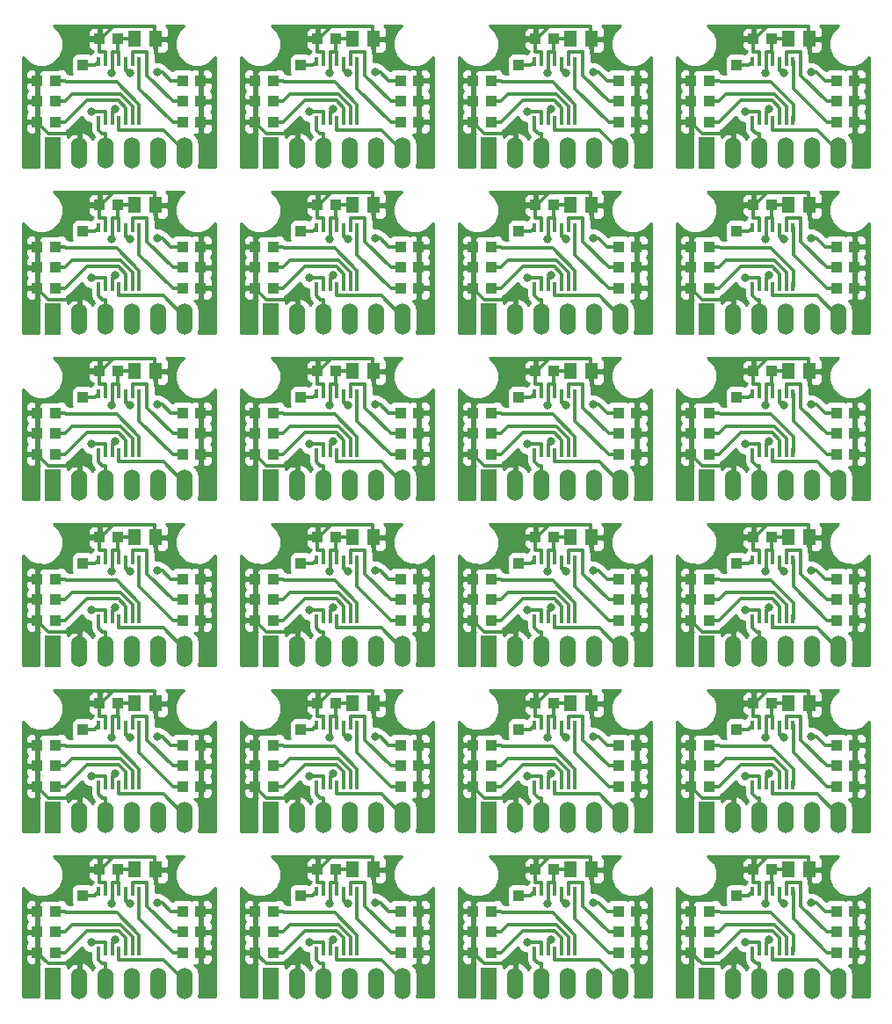
<source format=gtl>
G04 #@! TF.FileFunction,Copper,L1,Top,Signal*
%FSLAX46Y46*%
G04 Gerber Fmt 4.6, Leading zero omitted, Abs format (unit mm)*
G04 Created by KiCad (PCBNEW 4.0.1-stable) date 2017/03/05 0:18:17*
%MOMM*%
G01*
G04 APERTURE LIST*
%ADD10C,0.100000*%
%ADD11R,0.998220X0.998220*%
%ADD12R,1.049020X1.079500*%
%ADD13R,1.297940X1.597660*%
%ADD14R,0.347980X0.899160*%
%ADD15R,1.524000X3.048000*%
%ADD16O,1.524000X3.048000*%
%ADD17C,0.800000*%
%ADD18C,0.300000*%
%ADD19C,0.500000*%
%ADD20C,0.254000*%
G04 APERTURE END LIST*
D10*
D11*
X183500000Y-142500000D03*
D12*
X180873760Y-146000000D03*
X179126240Y-146000000D03*
X180873760Y-144000000D03*
X179126240Y-144000000D03*
X180873760Y-148000000D03*
X179126240Y-148000000D03*
D11*
X183500000Y-126500000D03*
D12*
X186873760Y-124000000D03*
X185126240Y-124000000D03*
D13*
X188501780Y-124000000D03*
X190498220Y-124000000D03*
D14*
X185051820Y-131872740D03*
X185702060Y-131872740D03*
X186352300Y-131872740D03*
X187000000Y-131872740D03*
X187647700Y-131872740D03*
X188297940Y-131872740D03*
X188948180Y-131872740D03*
X188948180Y-126127260D03*
X188297940Y-126127260D03*
X187647700Y-126127260D03*
X187000000Y-126127260D03*
X186352300Y-126127260D03*
X185702060Y-126127260D03*
X185051820Y-126127260D03*
D12*
X180873760Y-132000000D03*
X179126240Y-132000000D03*
X180873760Y-130000000D03*
X179126240Y-130000000D03*
X180873760Y-128000000D03*
X179126240Y-128000000D03*
X186873760Y-140000000D03*
X185126240Y-140000000D03*
D15*
X180650000Y-151000000D03*
D16*
X183190000Y-151000000D03*
X185730000Y-151000000D03*
X188270000Y-151000000D03*
X190810000Y-151000000D03*
X193350000Y-151000000D03*
D15*
X180650000Y-135000000D03*
D16*
X183190000Y-135000000D03*
X185730000Y-135000000D03*
X188270000Y-135000000D03*
X190810000Y-135000000D03*
X193350000Y-135000000D03*
D14*
X185051820Y-147872740D03*
X185702060Y-147872740D03*
X186352300Y-147872740D03*
X187000000Y-147872740D03*
X187647700Y-147872740D03*
X188297940Y-147872740D03*
X188948180Y-147872740D03*
X188948180Y-142127260D03*
X188297940Y-142127260D03*
X187647700Y-142127260D03*
X187000000Y-142127260D03*
X186352300Y-142127260D03*
X185702060Y-142127260D03*
X185051820Y-142127260D03*
D13*
X188501780Y-140000000D03*
X190498220Y-140000000D03*
D12*
X201873760Y-130000000D03*
X200126240Y-130000000D03*
X201873760Y-128000000D03*
X200126240Y-128000000D03*
X201873760Y-132000000D03*
X200126240Y-132000000D03*
X193126240Y-130000000D03*
X194873760Y-130000000D03*
X193126240Y-128000000D03*
X194873760Y-128000000D03*
X193126240Y-132000000D03*
X194873760Y-132000000D03*
X151126240Y-128000000D03*
X152873760Y-128000000D03*
D13*
X146501780Y-124000000D03*
X148498220Y-124000000D03*
D12*
X151126240Y-132000000D03*
X152873760Y-132000000D03*
X151126240Y-130000000D03*
X152873760Y-130000000D03*
X144873760Y-124000000D03*
X143126240Y-124000000D03*
D14*
X143051820Y-131872740D03*
X143702060Y-131872740D03*
X144352300Y-131872740D03*
X145000000Y-131872740D03*
X145647700Y-131872740D03*
X146297940Y-131872740D03*
X146948180Y-131872740D03*
X146948180Y-126127260D03*
X146297940Y-126127260D03*
X145647700Y-126127260D03*
X145000000Y-126127260D03*
X144352300Y-126127260D03*
X143702060Y-126127260D03*
X143051820Y-126127260D03*
D12*
X151126240Y-144000000D03*
X152873760Y-144000000D03*
D13*
X146501780Y-140000000D03*
X148498220Y-140000000D03*
D15*
X138650000Y-135000000D03*
D16*
X141190000Y-135000000D03*
X143730000Y-135000000D03*
X146270000Y-135000000D03*
X148810000Y-135000000D03*
X151350000Y-135000000D03*
D12*
X144873760Y-140000000D03*
X143126240Y-140000000D03*
X151126240Y-146000000D03*
X152873760Y-146000000D03*
X138873760Y-144000000D03*
X137126240Y-144000000D03*
X138873760Y-146000000D03*
X137126240Y-146000000D03*
X138873760Y-148000000D03*
X137126240Y-148000000D03*
D14*
X143051820Y-147872740D03*
X143702060Y-147872740D03*
X144352300Y-147872740D03*
X145000000Y-147872740D03*
X145647700Y-147872740D03*
X146297940Y-147872740D03*
X146948180Y-147872740D03*
X146948180Y-142127260D03*
X146297940Y-142127260D03*
X145647700Y-142127260D03*
X145000000Y-142127260D03*
X144352300Y-142127260D03*
X143702060Y-142127260D03*
X143051820Y-142127260D03*
D15*
X138650000Y-151000000D03*
D16*
X141190000Y-151000000D03*
X143730000Y-151000000D03*
X146270000Y-151000000D03*
X148810000Y-151000000D03*
X151350000Y-151000000D03*
D11*
X141500000Y-142500000D03*
D12*
X151126240Y-148000000D03*
X152873760Y-148000000D03*
D11*
X141500000Y-126500000D03*
D12*
X138873760Y-130000000D03*
X137126240Y-130000000D03*
X138873760Y-128000000D03*
X137126240Y-128000000D03*
X138873760Y-132000000D03*
X137126240Y-132000000D03*
D15*
X201650000Y-135000000D03*
D16*
X204190000Y-135000000D03*
X206730000Y-135000000D03*
X209270000Y-135000000D03*
X211810000Y-135000000D03*
X214350000Y-135000000D03*
D13*
X209501780Y-140000000D03*
X211498220Y-140000000D03*
D12*
X207873760Y-140000000D03*
X206126240Y-140000000D03*
X193126240Y-146000000D03*
X194873760Y-146000000D03*
X193126240Y-148000000D03*
X194873760Y-148000000D03*
X201873760Y-144000000D03*
X200126240Y-144000000D03*
X201873760Y-146000000D03*
X200126240Y-146000000D03*
X201873760Y-148000000D03*
X200126240Y-148000000D03*
X193126240Y-144000000D03*
X194873760Y-144000000D03*
D11*
X204500000Y-142500000D03*
D12*
X214126240Y-144000000D03*
X215873760Y-144000000D03*
X214126240Y-146000000D03*
X215873760Y-146000000D03*
X214126240Y-148000000D03*
X215873760Y-148000000D03*
D15*
X201650000Y-151000000D03*
D16*
X204190000Y-151000000D03*
X206730000Y-151000000D03*
X209270000Y-151000000D03*
X211810000Y-151000000D03*
X214350000Y-151000000D03*
D14*
X206051820Y-147872740D03*
X206702060Y-147872740D03*
X207352300Y-147872740D03*
X208000000Y-147872740D03*
X208647700Y-147872740D03*
X209297940Y-147872740D03*
X209948180Y-147872740D03*
X209948180Y-142127260D03*
X209297940Y-142127260D03*
X208647700Y-142127260D03*
X208000000Y-142127260D03*
X207352300Y-142127260D03*
X206702060Y-142127260D03*
X206051820Y-142127260D03*
D12*
X207873760Y-124000000D03*
X206126240Y-124000000D03*
D13*
X209501780Y-124000000D03*
X211498220Y-124000000D03*
D14*
X206051820Y-131872740D03*
X206702060Y-131872740D03*
X207352300Y-131872740D03*
X208000000Y-131872740D03*
X208647700Y-131872740D03*
X209297940Y-131872740D03*
X209948180Y-131872740D03*
X209948180Y-126127260D03*
X209297940Y-126127260D03*
X208647700Y-126127260D03*
X208000000Y-126127260D03*
X207352300Y-126127260D03*
X206702060Y-126127260D03*
X206051820Y-126127260D03*
D11*
X204500000Y-126500000D03*
D12*
X214126240Y-132000000D03*
X215873760Y-132000000D03*
X214126240Y-128000000D03*
X215873760Y-128000000D03*
X214126240Y-130000000D03*
X215873760Y-130000000D03*
D11*
X162500000Y-142500000D03*
D12*
X159873760Y-144000000D03*
X158126240Y-144000000D03*
X159873760Y-148000000D03*
X158126240Y-148000000D03*
X159873760Y-146000000D03*
X158126240Y-146000000D03*
D14*
X164051820Y-147872740D03*
X164702060Y-147872740D03*
X165352300Y-147872740D03*
X166000000Y-147872740D03*
X166647700Y-147872740D03*
X167297940Y-147872740D03*
X167948180Y-147872740D03*
X167948180Y-142127260D03*
X167297940Y-142127260D03*
X166647700Y-142127260D03*
X166000000Y-142127260D03*
X165352300Y-142127260D03*
X164702060Y-142127260D03*
X164051820Y-142127260D03*
D12*
X165873760Y-140000000D03*
X164126240Y-140000000D03*
D11*
X162500000Y-126500000D03*
D13*
X167501780Y-140000000D03*
X169498220Y-140000000D03*
D12*
X172126240Y-132000000D03*
X173873760Y-132000000D03*
D15*
X159650000Y-135000000D03*
D16*
X162190000Y-135000000D03*
X164730000Y-135000000D03*
X167270000Y-135000000D03*
X169810000Y-135000000D03*
X172350000Y-135000000D03*
D14*
X164051820Y-131872740D03*
X164702060Y-131872740D03*
X165352300Y-131872740D03*
X166000000Y-131872740D03*
X166647700Y-131872740D03*
X167297940Y-131872740D03*
X167948180Y-131872740D03*
X167948180Y-126127260D03*
X167297940Y-126127260D03*
X166647700Y-126127260D03*
X166000000Y-126127260D03*
X165352300Y-126127260D03*
X164702060Y-126127260D03*
X164051820Y-126127260D03*
D12*
X172126240Y-144000000D03*
X173873760Y-144000000D03*
X172126240Y-146000000D03*
X173873760Y-146000000D03*
D15*
X159650000Y-151000000D03*
D16*
X162190000Y-151000000D03*
X164730000Y-151000000D03*
X167270000Y-151000000D03*
X169810000Y-151000000D03*
X172350000Y-151000000D03*
D12*
X172126240Y-148000000D03*
X173873760Y-148000000D03*
X159873760Y-132000000D03*
X158126240Y-132000000D03*
X159873760Y-130000000D03*
X158126240Y-130000000D03*
X159873760Y-128000000D03*
X158126240Y-128000000D03*
X165873760Y-124000000D03*
X164126240Y-124000000D03*
X172126240Y-128000000D03*
X173873760Y-128000000D03*
D13*
X167501780Y-124000000D03*
X169498220Y-124000000D03*
D12*
X172126240Y-130000000D03*
X173873760Y-130000000D03*
D11*
X204500000Y-110500000D03*
D12*
X214126240Y-112000000D03*
X215873760Y-112000000D03*
D13*
X209501780Y-108000000D03*
X211498220Y-108000000D03*
D12*
X207873760Y-108000000D03*
X206126240Y-108000000D03*
X201873760Y-112000000D03*
X200126240Y-112000000D03*
X201873760Y-114000000D03*
X200126240Y-114000000D03*
X201873760Y-116000000D03*
X200126240Y-116000000D03*
X214126240Y-114000000D03*
X215873760Y-114000000D03*
X214126240Y-116000000D03*
X215873760Y-116000000D03*
D15*
X201650000Y-119000000D03*
D16*
X204190000Y-119000000D03*
X206730000Y-119000000D03*
X209270000Y-119000000D03*
X211810000Y-119000000D03*
X214350000Y-119000000D03*
D14*
X206051820Y-115872740D03*
X206702060Y-115872740D03*
X207352300Y-115872740D03*
X208000000Y-115872740D03*
X208647700Y-115872740D03*
X209297940Y-115872740D03*
X209948180Y-115872740D03*
X209948180Y-110127260D03*
X209297940Y-110127260D03*
X208647700Y-110127260D03*
X208000000Y-110127260D03*
X207352300Y-110127260D03*
X206702060Y-110127260D03*
X206051820Y-110127260D03*
D13*
X188501780Y-108000000D03*
X190498220Y-108000000D03*
D11*
X183500000Y-110500000D03*
D12*
X186873760Y-108000000D03*
X185126240Y-108000000D03*
X193126240Y-112000000D03*
X194873760Y-112000000D03*
X180873760Y-114000000D03*
X179126240Y-114000000D03*
X180873760Y-116000000D03*
X179126240Y-116000000D03*
X180873760Y-112000000D03*
X179126240Y-112000000D03*
X193126240Y-114000000D03*
X194873760Y-114000000D03*
D15*
X180650000Y-119000000D03*
D16*
X183190000Y-119000000D03*
X185730000Y-119000000D03*
X188270000Y-119000000D03*
X190810000Y-119000000D03*
X193350000Y-119000000D03*
D14*
X185051820Y-115872740D03*
X185702060Y-115872740D03*
X186352300Y-115872740D03*
X187000000Y-115872740D03*
X187647700Y-115872740D03*
X188297940Y-115872740D03*
X188948180Y-115872740D03*
X188948180Y-110127260D03*
X188297940Y-110127260D03*
X187647700Y-110127260D03*
X187000000Y-110127260D03*
X186352300Y-110127260D03*
X185702060Y-110127260D03*
X185051820Y-110127260D03*
D12*
X193126240Y-116000000D03*
X194873760Y-116000000D03*
X151126240Y-114000000D03*
X152873760Y-114000000D03*
X151126240Y-116000000D03*
X152873760Y-116000000D03*
X151126240Y-112000000D03*
X152873760Y-112000000D03*
X138873760Y-112000000D03*
X137126240Y-112000000D03*
X138873760Y-114000000D03*
X137126240Y-114000000D03*
X138873760Y-116000000D03*
X137126240Y-116000000D03*
D14*
X143051820Y-115872740D03*
X143702060Y-115872740D03*
X144352300Y-115872740D03*
X145000000Y-115872740D03*
X145647700Y-115872740D03*
X146297940Y-115872740D03*
X146948180Y-115872740D03*
X146948180Y-110127260D03*
X146297940Y-110127260D03*
X145647700Y-110127260D03*
X145000000Y-110127260D03*
X144352300Y-110127260D03*
X143702060Y-110127260D03*
X143051820Y-110127260D03*
D15*
X138650000Y-119000000D03*
D16*
X141190000Y-119000000D03*
X143730000Y-119000000D03*
X146270000Y-119000000D03*
X148810000Y-119000000D03*
X151350000Y-119000000D03*
D13*
X146501780Y-108000000D03*
X148498220Y-108000000D03*
D11*
X141500000Y-110500000D03*
D12*
X144873760Y-108000000D03*
X143126240Y-108000000D03*
D11*
X162500000Y-110500000D03*
D12*
X165873760Y-108000000D03*
X164126240Y-108000000D03*
X159873760Y-114000000D03*
X158126240Y-114000000D03*
X159873760Y-116000000D03*
X158126240Y-116000000D03*
X159873760Y-112000000D03*
X158126240Y-112000000D03*
D14*
X164051820Y-115872740D03*
X164702060Y-115872740D03*
X165352300Y-115872740D03*
X166000000Y-115872740D03*
X166647700Y-115872740D03*
X167297940Y-115872740D03*
X167948180Y-115872740D03*
X167948180Y-110127260D03*
X167297940Y-110127260D03*
X166647700Y-110127260D03*
X166000000Y-110127260D03*
X165352300Y-110127260D03*
X164702060Y-110127260D03*
X164051820Y-110127260D03*
D13*
X167501780Y-108000000D03*
X169498220Y-108000000D03*
D12*
X172126240Y-112000000D03*
X173873760Y-112000000D03*
X172126240Y-114000000D03*
X173873760Y-114000000D03*
D15*
X159650000Y-119000000D03*
D16*
X162190000Y-119000000D03*
X164730000Y-119000000D03*
X167270000Y-119000000D03*
X169810000Y-119000000D03*
X172350000Y-119000000D03*
D12*
X172126240Y-116000000D03*
X173873760Y-116000000D03*
X144873760Y-92000000D03*
X143126240Y-92000000D03*
D14*
X143051820Y-99872740D03*
X143702060Y-99872740D03*
X144352300Y-99872740D03*
X145000000Y-99872740D03*
X145647700Y-99872740D03*
X146297940Y-99872740D03*
X146948180Y-99872740D03*
X146948180Y-94127260D03*
X146297940Y-94127260D03*
X145647700Y-94127260D03*
X145000000Y-94127260D03*
X144352300Y-94127260D03*
X143702060Y-94127260D03*
X143051820Y-94127260D03*
D15*
X138650000Y-103000000D03*
D16*
X141190000Y-103000000D03*
X143730000Y-103000000D03*
X146270000Y-103000000D03*
X148810000Y-103000000D03*
X151350000Y-103000000D03*
D12*
X138873760Y-100000000D03*
X137126240Y-100000000D03*
X138873760Y-98000000D03*
X137126240Y-98000000D03*
X138873760Y-96000000D03*
X137126240Y-96000000D03*
X151126240Y-100000000D03*
X152873760Y-100000000D03*
X151126240Y-98000000D03*
X152873760Y-98000000D03*
X151126240Y-96000000D03*
X152873760Y-96000000D03*
D11*
X141500000Y-94500000D03*
D13*
X146501780Y-92000000D03*
X148498220Y-92000000D03*
D12*
X165873760Y-92000000D03*
X164126240Y-92000000D03*
D14*
X164051820Y-99872740D03*
X164702060Y-99872740D03*
X165352300Y-99872740D03*
X166000000Y-99872740D03*
X166647700Y-99872740D03*
X167297940Y-99872740D03*
X167948180Y-99872740D03*
X167948180Y-94127260D03*
X167297940Y-94127260D03*
X166647700Y-94127260D03*
X166000000Y-94127260D03*
X165352300Y-94127260D03*
X164702060Y-94127260D03*
X164051820Y-94127260D03*
D15*
X159650000Y-103000000D03*
D16*
X162190000Y-103000000D03*
X164730000Y-103000000D03*
X167270000Y-103000000D03*
X169810000Y-103000000D03*
X172350000Y-103000000D03*
D12*
X159873760Y-100000000D03*
X158126240Y-100000000D03*
X159873760Y-98000000D03*
X158126240Y-98000000D03*
X159873760Y-96000000D03*
X158126240Y-96000000D03*
X172126240Y-100000000D03*
X173873760Y-100000000D03*
X172126240Y-98000000D03*
X173873760Y-98000000D03*
X172126240Y-96000000D03*
X173873760Y-96000000D03*
D11*
X162500000Y-94500000D03*
D13*
X167501780Y-92000000D03*
X169498220Y-92000000D03*
D12*
X186873760Y-92000000D03*
X185126240Y-92000000D03*
D14*
X185051820Y-99872740D03*
X185702060Y-99872740D03*
X186352300Y-99872740D03*
X187000000Y-99872740D03*
X187647700Y-99872740D03*
X188297940Y-99872740D03*
X188948180Y-99872740D03*
X188948180Y-94127260D03*
X188297940Y-94127260D03*
X187647700Y-94127260D03*
X187000000Y-94127260D03*
X186352300Y-94127260D03*
X185702060Y-94127260D03*
X185051820Y-94127260D03*
D15*
X180650000Y-103000000D03*
D16*
X183190000Y-103000000D03*
X185730000Y-103000000D03*
X188270000Y-103000000D03*
X190810000Y-103000000D03*
X193350000Y-103000000D03*
D12*
X180873760Y-100000000D03*
X179126240Y-100000000D03*
X180873760Y-98000000D03*
X179126240Y-98000000D03*
X180873760Y-96000000D03*
X179126240Y-96000000D03*
X193126240Y-100000000D03*
X194873760Y-100000000D03*
X193126240Y-98000000D03*
X194873760Y-98000000D03*
X193126240Y-96000000D03*
X194873760Y-96000000D03*
D11*
X183500000Y-94500000D03*
D13*
X188501780Y-92000000D03*
X190498220Y-92000000D03*
D12*
X207873760Y-92000000D03*
X206126240Y-92000000D03*
D14*
X206051820Y-99872740D03*
X206702060Y-99872740D03*
X207352300Y-99872740D03*
X208000000Y-99872740D03*
X208647700Y-99872740D03*
X209297940Y-99872740D03*
X209948180Y-99872740D03*
X209948180Y-94127260D03*
X209297940Y-94127260D03*
X208647700Y-94127260D03*
X208000000Y-94127260D03*
X207352300Y-94127260D03*
X206702060Y-94127260D03*
X206051820Y-94127260D03*
D15*
X201650000Y-103000000D03*
D16*
X204190000Y-103000000D03*
X206730000Y-103000000D03*
X209270000Y-103000000D03*
X211810000Y-103000000D03*
X214350000Y-103000000D03*
D12*
X201873760Y-100000000D03*
X200126240Y-100000000D03*
X201873760Y-98000000D03*
X200126240Y-98000000D03*
X201873760Y-96000000D03*
X200126240Y-96000000D03*
X214126240Y-100000000D03*
X215873760Y-100000000D03*
X214126240Y-98000000D03*
X215873760Y-98000000D03*
X214126240Y-96000000D03*
X215873760Y-96000000D03*
D11*
X204500000Y-94500000D03*
D13*
X209501780Y-92000000D03*
X211498220Y-92000000D03*
D12*
X144873760Y-92000000D03*
X143126240Y-92000000D03*
D14*
X143051820Y-99872740D03*
X143702060Y-99872740D03*
X144352300Y-99872740D03*
X145000000Y-99872740D03*
X145647700Y-99872740D03*
X146297940Y-99872740D03*
X146948180Y-99872740D03*
X146948180Y-94127260D03*
X146297940Y-94127260D03*
X145647700Y-94127260D03*
X145000000Y-94127260D03*
X144352300Y-94127260D03*
X143702060Y-94127260D03*
X143051820Y-94127260D03*
D15*
X138650000Y-103000000D03*
D16*
X141190000Y-103000000D03*
X143730000Y-103000000D03*
X146270000Y-103000000D03*
X148810000Y-103000000D03*
X151350000Y-103000000D03*
D12*
X138873760Y-100000000D03*
X137126240Y-100000000D03*
X138873760Y-98000000D03*
X137126240Y-98000000D03*
X138873760Y-96000000D03*
X137126240Y-96000000D03*
X151126240Y-100000000D03*
X152873760Y-100000000D03*
X151126240Y-98000000D03*
X152873760Y-98000000D03*
X151126240Y-96000000D03*
X152873760Y-96000000D03*
D11*
X141500000Y-94500000D03*
D13*
X146501780Y-92000000D03*
X148498220Y-92000000D03*
D12*
X144873760Y-76000000D03*
X143126240Y-76000000D03*
D14*
X143051820Y-83872740D03*
X143702060Y-83872740D03*
X144352300Y-83872740D03*
X145000000Y-83872740D03*
X145647700Y-83872740D03*
X146297940Y-83872740D03*
X146948180Y-83872740D03*
X146948180Y-78127260D03*
X146297940Y-78127260D03*
X145647700Y-78127260D03*
X145000000Y-78127260D03*
X144352300Y-78127260D03*
X143702060Y-78127260D03*
X143051820Y-78127260D03*
D15*
X138650000Y-87000000D03*
D16*
X141190000Y-87000000D03*
X143730000Y-87000000D03*
X146270000Y-87000000D03*
X148810000Y-87000000D03*
X151350000Y-87000000D03*
D12*
X138873760Y-84000000D03*
X137126240Y-84000000D03*
X138873760Y-82000000D03*
X137126240Y-82000000D03*
X138873760Y-80000000D03*
X137126240Y-80000000D03*
X151126240Y-84000000D03*
X152873760Y-84000000D03*
X151126240Y-82000000D03*
X152873760Y-82000000D03*
X151126240Y-80000000D03*
X152873760Y-80000000D03*
D11*
X141500000Y-78500000D03*
D13*
X146501780Y-76000000D03*
X148498220Y-76000000D03*
D12*
X165873760Y-76000000D03*
X164126240Y-76000000D03*
D14*
X164051820Y-83872740D03*
X164702060Y-83872740D03*
X165352300Y-83872740D03*
X166000000Y-83872740D03*
X166647700Y-83872740D03*
X167297940Y-83872740D03*
X167948180Y-83872740D03*
X167948180Y-78127260D03*
X167297940Y-78127260D03*
X166647700Y-78127260D03*
X166000000Y-78127260D03*
X165352300Y-78127260D03*
X164702060Y-78127260D03*
X164051820Y-78127260D03*
D15*
X159650000Y-87000000D03*
D16*
X162190000Y-87000000D03*
X164730000Y-87000000D03*
X167270000Y-87000000D03*
X169810000Y-87000000D03*
X172350000Y-87000000D03*
D12*
X159873760Y-84000000D03*
X158126240Y-84000000D03*
X159873760Y-82000000D03*
X158126240Y-82000000D03*
X159873760Y-80000000D03*
X158126240Y-80000000D03*
X172126240Y-84000000D03*
X173873760Y-84000000D03*
X172126240Y-82000000D03*
X173873760Y-82000000D03*
X172126240Y-80000000D03*
X173873760Y-80000000D03*
D11*
X162500000Y-78500000D03*
D13*
X167501780Y-76000000D03*
X169498220Y-76000000D03*
D12*
X186873760Y-76000000D03*
X185126240Y-76000000D03*
D14*
X185051820Y-83872740D03*
X185702060Y-83872740D03*
X186352300Y-83872740D03*
X187000000Y-83872740D03*
X187647700Y-83872740D03*
X188297940Y-83872740D03*
X188948180Y-83872740D03*
X188948180Y-78127260D03*
X188297940Y-78127260D03*
X187647700Y-78127260D03*
X187000000Y-78127260D03*
X186352300Y-78127260D03*
X185702060Y-78127260D03*
X185051820Y-78127260D03*
D15*
X180650000Y-87000000D03*
D16*
X183190000Y-87000000D03*
X185730000Y-87000000D03*
X188270000Y-87000000D03*
X190810000Y-87000000D03*
X193350000Y-87000000D03*
D12*
X180873760Y-84000000D03*
X179126240Y-84000000D03*
X180873760Y-82000000D03*
X179126240Y-82000000D03*
X180873760Y-80000000D03*
X179126240Y-80000000D03*
X193126240Y-84000000D03*
X194873760Y-84000000D03*
X193126240Y-82000000D03*
X194873760Y-82000000D03*
X193126240Y-80000000D03*
X194873760Y-80000000D03*
D11*
X183500000Y-78500000D03*
D13*
X188501780Y-76000000D03*
X190498220Y-76000000D03*
D12*
X207873760Y-76000000D03*
X206126240Y-76000000D03*
D14*
X206051820Y-83872740D03*
X206702060Y-83872740D03*
X207352300Y-83872740D03*
X208000000Y-83872740D03*
X208647700Y-83872740D03*
X209297940Y-83872740D03*
X209948180Y-83872740D03*
X209948180Y-78127260D03*
X209297940Y-78127260D03*
X208647700Y-78127260D03*
X208000000Y-78127260D03*
X207352300Y-78127260D03*
X206702060Y-78127260D03*
X206051820Y-78127260D03*
D15*
X201650000Y-87000000D03*
D16*
X204190000Y-87000000D03*
X206730000Y-87000000D03*
X209270000Y-87000000D03*
X211810000Y-87000000D03*
X214350000Y-87000000D03*
D12*
X201873760Y-84000000D03*
X200126240Y-84000000D03*
X201873760Y-82000000D03*
X200126240Y-82000000D03*
X201873760Y-80000000D03*
X200126240Y-80000000D03*
X214126240Y-84000000D03*
X215873760Y-84000000D03*
X214126240Y-82000000D03*
X215873760Y-82000000D03*
X214126240Y-80000000D03*
X215873760Y-80000000D03*
D11*
X204500000Y-78500000D03*
D13*
X209501780Y-76000000D03*
X211498220Y-76000000D03*
D12*
X144873760Y-60000000D03*
X143126240Y-60000000D03*
D14*
X143051820Y-67872740D03*
X143702060Y-67872740D03*
X144352300Y-67872740D03*
X145000000Y-67872740D03*
X145647700Y-67872740D03*
X146297940Y-67872740D03*
X146948180Y-67872740D03*
X146948180Y-62127260D03*
X146297940Y-62127260D03*
X145647700Y-62127260D03*
X145000000Y-62127260D03*
X144352300Y-62127260D03*
X143702060Y-62127260D03*
X143051820Y-62127260D03*
D15*
X138650000Y-71000000D03*
D16*
X141190000Y-71000000D03*
X143730000Y-71000000D03*
X146270000Y-71000000D03*
X148810000Y-71000000D03*
X151350000Y-71000000D03*
D12*
X138873760Y-68000000D03*
X137126240Y-68000000D03*
X138873760Y-66000000D03*
X137126240Y-66000000D03*
X138873760Y-64000000D03*
X137126240Y-64000000D03*
X151126240Y-68000000D03*
X152873760Y-68000000D03*
X151126240Y-66000000D03*
X152873760Y-66000000D03*
X151126240Y-64000000D03*
X152873760Y-64000000D03*
D11*
X141500000Y-62500000D03*
D13*
X146501780Y-60000000D03*
X148498220Y-60000000D03*
D12*
X165873760Y-60000000D03*
X164126240Y-60000000D03*
D14*
X164051820Y-67872740D03*
X164702060Y-67872740D03*
X165352300Y-67872740D03*
X166000000Y-67872740D03*
X166647700Y-67872740D03*
X167297940Y-67872740D03*
X167948180Y-67872740D03*
X167948180Y-62127260D03*
X167297940Y-62127260D03*
X166647700Y-62127260D03*
X166000000Y-62127260D03*
X165352300Y-62127260D03*
X164702060Y-62127260D03*
X164051820Y-62127260D03*
D15*
X159650000Y-71000000D03*
D16*
X162190000Y-71000000D03*
X164730000Y-71000000D03*
X167270000Y-71000000D03*
X169810000Y-71000000D03*
X172350000Y-71000000D03*
D12*
X159873760Y-68000000D03*
X158126240Y-68000000D03*
X159873760Y-66000000D03*
X158126240Y-66000000D03*
X159873760Y-64000000D03*
X158126240Y-64000000D03*
X172126240Y-68000000D03*
X173873760Y-68000000D03*
X172126240Y-66000000D03*
X173873760Y-66000000D03*
X172126240Y-64000000D03*
X173873760Y-64000000D03*
D11*
X162500000Y-62500000D03*
D13*
X167501780Y-60000000D03*
X169498220Y-60000000D03*
D12*
X186873760Y-60000000D03*
X185126240Y-60000000D03*
D14*
X185051820Y-67872740D03*
X185702060Y-67872740D03*
X186352300Y-67872740D03*
X187000000Y-67872740D03*
X187647700Y-67872740D03*
X188297940Y-67872740D03*
X188948180Y-67872740D03*
X188948180Y-62127260D03*
X188297940Y-62127260D03*
X187647700Y-62127260D03*
X187000000Y-62127260D03*
X186352300Y-62127260D03*
X185702060Y-62127260D03*
X185051820Y-62127260D03*
D15*
X180650000Y-71000000D03*
D16*
X183190000Y-71000000D03*
X185730000Y-71000000D03*
X188270000Y-71000000D03*
X190810000Y-71000000D03*
X193350000Y-71000000D03*
D12*
X180873760Y-68000000D03*
X179126240Y-68000000D03*
X180873760Y-66000000D03*
X179126240Y-66000000D03*
X180873760Y-64000000D03*
X179126240Y-64000000D03*
X193126240Y-68000000D03*
X194873760Y-68000000D03*
X193126240Y-66000000D03*
X194873760Y-66000000D03*
X193126240Y-64000000D03*
X194873760Y-64000000D03*
D11*
X183500000Y-62500000D03*
D13*
X188501780Y-60000000D03*
X190498220Y-60000000D03*
D12*
X207873760Y-60000000D03*
X206126240Y-60000000D03*
D14*
X206051820Y-67872740D03*
X206702060Y-67872740D03*
X207352300Y-67872740D03*
X208000000Y-67872740D03*
X208647700Y-67872740D03*
X209297940Y-67872740D03*
X209948180Y-67872740D03*
X209948180Y-62127260D03*
X209297940Y-62127260D03*
X208647700Y-62127260D03*
X208000000Y-62127260D03*
X207352300Y-62127260D03*
X206702060Y-62127260D03*
X206051820Y-62127260D03*
D15*
X201650000Y-71000000D03*
D16*
X204190000Y-71000000D03*
X206730000Y-71000000D03*
X209270000Y-71000000D03*
X211810000Y-71000000D03*
X214350000Y-71000000D03*
D12*
X201873760Y-68000000D03*
X200126240Y-68000000D03*
X201873760Y-66000000D03*
X200126240Y-66000000D03*
X201873760Y-64000000D03*
X200126240Y-64000000D03*
X214126240Y-68000000D03*
X215873760Y-68000000D03*
X214126240Y-66000000D03*
X215873760Y-66000000D03*
X214126240Y-64000000D03*
X215873760Y-64000000D03*
D11*
X204500000Y-62500000D03*
D13*
X209501780Y-60000000D03*
X211498220Y-60000000D03*
D17*
X186250800Y-143236500D03*
X207250800Y-143236500D03*
X186250800Y-127236500D03*
X207250800Y-127236500D03*
X144250800Y-143236500D03*
X165250800Y-127236500D03*
X165250800Y-143236500D03*
X144250800Y-127236500D03*
X207250800Y-111236500D03*
X186250800Y-111236500D03*
X165250800Y-111236500D03*
X144250800Y-111236500D03*
X144250800Y-95236500D03*
X165250800Y-95236500D03*
X186250800Y-95236500D03*
X207250800Y-95236500D03*
X199400000Y-150000000D03*
X195500000Y-150500000D03*
X204200000Y-139800000D03*
X216500000Y-150500000D03*
X174500000Y-134500000D03*
X178400000Y-134000000D03*
X183200000Y-123800000D03*
X178400000Y-150000000D03*
X174500000Y-150500000D03*
X183200000Y-139800000D03*
X195500000Y-134500000D03*
X199400000Y-134000000D03*
X216500000Y-134500000D03*
X204200000Y-123800000D03*
X141200000Y-139800000D03*
X136400000Y-150000000D03*
X162200000Y-123800000D03*
X157400000Y-134000000D03*
X153500000Y-134500000D03*
X153500000Y-150500000D03*
X157400000Y-150000000D03*
X162200000Y-139800000D03*
X136400000Y-134000000D03*
X141200000Y-123800000D03*
X216500000Y-118500000D03*
X204200000Y-107800000D03*
X153500000Y-118500000D03*
X199400000Y-118000000D03*
X195500000Y-118500000D03*
X157400000Y-118000000D03*
X162200000Y-107800000D03*
X183200000Y-107800000D03*
X178400000Y-118000000D03*
X174500000Y-118500000D03*
X136400000Y-118000000D03*
X141200000Y-107800000D03*
X136400000Y-102000000D03*
X141200000Y-91800000D03*
X153500000Y-102500000D03*
X157400000Y-102000000D03*
X162200000Y-91800000D03*
X174500000Y-102500000D03*
X178400000Y-102000000D03*
X183200000Y-91800000D03*
X195500000Y-102500000D03*
X199400000Y-102000000D03*
X204200000Y-91800000D03*
X216500000Y-102500000D03*
X205355000Y-147018800D03*
X184355000Y-131018800D03*
X184355000Y-147018800D03*
X205355000Y-131018800D03*
X142355000Y-147018800D03*
X163355000Y-131018800D03*
X163355000Y-147018800D03*
X142355000Y-131018800D03*
X205355000Y-115018800D03*
X163355000Y-115018800D03*
X184355000Y-115018800D03*
X142355000Y-115018800D03*
X142355000Y-99018800D03*
X163355000Y-99018800D03*
X184355000Y-99018800D03*
X205355000Y-99018800D03*
X186608200Y-146762000D03*
X207608200Y-146762000D03*
X186608200Y-130762000D03*
X207608200Y-130762000D03*
X144608200Y-146762000D03*
X165608200Y-130762000D03*
X144608200Y-130762000D03*
X165608200Y-146762000D03*
X207608200Y-114762000D03*
X144608200Y-114762000D03*
X186608200Y-114762000D03*
X165608200Y-114762000D03*
X144608200Y-98762000D03*
X165608200Y-98762000D03*
X186608200Y-98762000D03*
X207608200Y-98762000D03*
X188101500Y-143232300D03*
X190700000Y-143200000D03*
X211700000Y-143200000D03*
X209101500Y-143232300D03*
X190700000Y-127200000D03*
X188101500Y-127232300D03*
X209101500Y-127232300D03*
X211700000Y-127200000D03*
X146101500Y-143232300D03*
X148700000Y-143200000D03*
X167101500Y-127232300D03*
X169700000Y-127200000D03*
X146101500Y-127232300D03*
X148700000Y-127200000D03*
X169700000Y-143200000D03*
X167101500Y-143232300D03*
X211700000Y-111200000D03*
X209101500Y-111232300D03*
X148700000Y-111200000D03*
X146101500Y-111232300D03*
X188101500Y-111232300D03*
X190700000Y-111200000D03*
X167101500Y-111232300D03*
X169700000Y-111200000D03*
X146101500Y-95232300D03*
X148700000Y-95200000D03*
X167101500Y-95232300D03*
X169700000Y-95200000D03*
X188101500Y-95232300D03*
X190700000Y-95200000D03*
X209101500Y-95232300D03*
X211700000Y-95200000D03*
X144250800Y-95236500D03*
X136400000Y-102000000D03*
X141200000Y-91800000D03*
X153500000Y-102500000D03*
X142355000Y-99018800D03*
X144608200Y-98762000D03*
X146101500Y-95232300D03*
X148700000Y-95200000D03*
X144250800Y-79236500D03*
X136400000Y-86000000D03*
X141200000Y-75800000D03*
X153500000Y-86500000D03*
X142355000Y-83018800D03*
X144608200Y-82762000D03*
X146101500Y-79232300D03*
X148700000Y-79200000D03*
X165250800Y-79236500D03*
X157400000Y-86000000D03*
X162200000Y-75800000D03*
X174500000Y-86500000D03*
X163355000Y-83018800D03*
X165608200Y-82762000D03*
X167101500Y-79232300D03*
X169700000Y-79200000D03*
X186250800Y-79236500D03*
X178400000Y-86000000D03*
X183200000Y-75800000D03*
X195500000Y-86500000D03*
X184355000Y-83018800D03*
X186608200Y-82762000D03*
X188101500Y-79232300D03*
X190700000Y-79200000D03*
X207250800Y-79236500D03*
X199400000Y-86000000D03*
X204200000Y-75800000D03*
X216500000Y-86500000D03*
X205355000Y-83018800D03*
X207608200Y-82762000D03*
X209101500Y-79232300D03*
X211700000Y-79200000D03*
X144250800Y-63236500D03*
X136400000Y-70000000D03*
X141200000Y-59800000D03*
X153500000Y-70500000D03*
X142355000Y-67018800D03*
X144608200Y-66762000D03*
X146101500Y-63232300D03*
X148700000Y-63200000D03*
X165250800Y-63236500D03*
X157400000Y-70000000D03*
X162200000Y-59800000D03*
X174500000Y-70500000D03*
X163355000Y-67018800D03*
X165608200Y-66762000D03*
X167101500Y-63232300D03*
X169700000Y-63200000D03*
X186250800Y-63236500D03*
X178400000Y-70000000D03*
X183200000Y-59800000D03*
X195500000Y-70500000D03*
X184355000Y-67018800D03*
X186608200Y-66762000D03*
X188101500Y-63232300D03*
X190700000Y-63200000D03*
X207250800Y-63236500D03*
X199400000Y-70000000D03*
X204200000Y-59800000D03*
X216500000Y-70500000D03*
X205355000Y-67018800D03*
X207608200Y-66762000D03*
X209101500Y-63232300D03*
X211700000Y-63200000D03*
D18*
X207969000Y-140000000D02*
X209626200Y-140000000D01*
D19*
X201650000Y-151000000D02*
X201650000Y-150159000D01*
X201650000Y-135000000D02*
X201650000Y-134159000D01*
D18*
X207250800Y-127082700D02*
X207250800Y-127236500D01*
X207352300Y-126981200D02*
X207250800Y-127082700D01*
X207352300Y-126127300D02*
X207352300Y-126981200D01*
X207352300Y-126127300D02*
X207352300Y-125273400D01*
X207873800Y-125273400D02*
X207352300Y-125273400D01*
X208000000Y-126127300D02*
X208000000Y-125273400D01*
X208000000Y-125273400D02*
X207873800Y-125273400D01*
X207873800Y-124000000D02*
X207873800Y-124944100D01*
X207969000Y-124000000D02*
X209626200Y-124000000D01*
X207874000Y-124000000D02*
X207873800Y-124000000D01*
D19*
X207874000Y-124000000D02*
X207969000Y-124000000D01*
D18*
X207873800Y-125273400D02*
X207873800Y-124944100D01*
X208000000Y-142127300D02*
X208000000Y-141273400D01*
X207352300Y-142981200D02*
X207250800Y-143082700D01*
X207250800Y-143082700D02*
X207250800Y-143236500D01*
X207352300Y-142127300D02*
X207352300Y-142981200D01*
X207352300Y-142127300D02*
X207352300Y-141273400D01*
X207873800Y-141273400D02*
X207352300Y-141273400D01*
X208000000Y-141273400D02*
X207873800Y-141273400D01*
X207873800Y-141273400D02*
X207873800Y-140944100D01*
X207873800Y-140000000D02*
X207873800Y-140944100D01*
X207874000Y-140000000D02*
X207873800Y-140000000D01*
D19*
X207874000Y-140000000D02*
X207969000Y-140000000D01*
D18*
X187000000Y-126127300D02*
X187000000Y-125273400D01*
X186352300Y-126127300D02*
X186352300Y-125273400D01*
X186873800Y-125273400D02*
X186873800Y-124944100D01*
X187000000Y-125273400D02*
X186873800Y-125273400D01*
X186873800Y-125273400D02*
X186352300Y-125273400D01*
D19*
X186874000Y-124000000D02*
X186969000Y-124000000D01*
D18*
X186874000Y-124000000D02*
X186873800Y-124000000D01*
X186873800Y-124000000D02*
X186873800Y-124944100D01*
X186352300Y-126127300D02*
X186352300Y-126981200D01*
X186352300Y-126981200D02*
X186250800Y-127082700D01*
X186250800Y-127082700D02*
X186250800Y-127236500D01*
D19*
X180650000Y-151000000D02*
X180650000Y-150159000D01*
D18*
X186352300Y-142981200D02*
X186250800Y-143082700D01*
X186352300Y-142127300D02*
X186352300Y-142981200D01*
X186250800Y-143082700D02*
X186250800Y-143236500D01*
X186873800Y-140000000D02*
X186873800Y-140944100D01*
X186874000Y-140000000D02*
X186873800Y-140000000D01*
D19*
X186874000Y-140000000D02*
X186969000Y-140000000D01*
D18*
X186969000Y-140000000D02*
X188626200Y-140000000D01*
X186873800Y-141273400D02*
X186873800Y-140944100D01*
X187000000Y-141273400D02*
X186873800Y-141273400D01*
X186352300Y-142127300D02*
X186352300Y-141273400D01*
X187000000Y-142127300D02*
X187000000Y-141273400D01*
X186873800Y-141273400D02*
X186352300Y-141273400D01*
X186969000Y-124000000D02*
X188626200Y-124000000D01*
D19*
X180650000Y-135000000D02*
X180650000Y-134159000D01*
D18*
X166000000Y-142127300D02*
X166000000Y-141273400D01*
X165352300Y-142127300D02*
X165352300Y-141273400D01*
X165873800Y-141273400D02*
X165352300Y-141273400D01*
X165250800Y-143082700D02*
X165250800Y-143236500D01*
X165352300Y-142127300D02*
X165352300Y-142981200D01*
X165352300Y-142981200D02*
X165250800Y-143082700D01*
X165874000Y-140000000D02*
X165873800Y-140000000D01*
X165873800Y-140000000D02*
X165873800Y-140944100D01*
X166000000Y-141273400D02*
X165873800Y-141273400D01*
X165873800Y-141273400D02*
X165873800Y-140944100D01*
X165352300Y-126127300D02*
X165352300Y-125273400D01*
X165352300Y-126981200D02*
X165250800Y-127082700D01*
X165250800Y-127082700D02*
X165250800Y-127236500D01*
D19*
X159650000Y-135000000D02*
X159650000Y-134159000D01*
X165874000Y-140000000D02*
X165969000Y-140000000D01*
D18*
X165969000Y-140000000D02*
X167626200Y-140000000D01*
D19*
X159650000Y-151000000D02*
X159650000Y-150159000D01*
D18*
X165873800Y-125273400D02*
X165873800Y-124944100D01*
X166000000Y-125273400D02*
X165873800Y-125273400D01*
X165874000Y-124000000D02*
X165873800Y-124000000D01*
X165873800Y-124000000D02*
X165873800Y-124944100D01*
X165352300Y-126127300D02*
X165352300Y-126981200D01*
X165873800Y-125273400D02*
X165352300Y-125273400D01*
X166000000Y-126127300D02*
X166000000Y-125273400D01*
X165969000Y-124000000D02*
X167626200Y-124000000D01*
D19*
X165874000Y-124000000D02*
X165969000Y-124000000D01*
D18*
X144969000Y-124000000D02*
X146626200Y-124000000D01*
D19*
X144874000Y-124000000D02*
X144969000Y-124000000D01*
D18*
X144874000Y-140000000D02*
X144873800Y-140000000D01*
D19*
X144874000Y-140000000D02*
X144969000Y-140000000D01*
D18*
X144969000Y-140000000D02*
X146626200Y-140000000D01*
X145000000Y-141273400D02*
X144873800Y-141273400D01*
X144352300Y-142127300D02*
X144352300Y-141273400D01*
X144873800Y-141273400D02*
X144352300Y-141273400D01*
X145000000Y-142127300D02*
X145000000Y-141273400D01*
X144352300Y-142127300D02*
X144352300Y-142981200D01*
X144352300Y-142981200D02*
X144250800Y-143082700D01*
X144873800Y-140000000D02*
X144873800Y-140944100D01*
X144873800Y-141273400D02*
X144873800Y-140944100D01*
D19*
X138650000Y-135000000D02*
X138650000Y-134159000D01*
D18*
X144250800Y-143082700D02*
X144250800Y-143236500D01*
D19*
X138650000Y-151000000D02*
X138650000Y-150159000D01*
D18*
X144873800Y-125273400D02*
X144352300Y-125273400D01*
X145000000Y-126127300D02*
X145000000Y-125273400D01*
X145000000Y-125273400D02*
X144873800Y-125273400D01*
X144352300Y-126127300D02*
X144352300Y-125273400D01*
X144352300Y-126981200D02*
X144250800Y-127082700D01*
X144250800Y-127082700D02*
X144250800Y-127236500D01*
X144352300Y-126127300D02*
X144352300Y-126981200D01*
X144874000Y-124000000D02*
X144873800Y-124000000D01*
X144873800Y-124000000D02*
X144873800Y-124944100D01*
X144873800Y-125273400D02*
X144873800Y-124944100D01*
X207352300Y-110981200D02*
X207250800Y-111082700D01*
X207352300Y-110127300D02*
X207352300Y-110981200D01*
X207352300Y-110127300D02*
X207352300Y-109273400D01*
X207873800Y-109273400D02*
X207352300Y-109273400D01*
X208000000Y-110127300D02*
X208000000Y-109273400D01*
X208000000Y-109273400D02*
X207873800Y-109273400D01*
X207873800Y-109273400D02*
X207873800Y-108944100D01*
X207969000Y-108000000D02*
X209626200Y-108000000D01*
X207873800Y-108000000D02*
X207873800Y-108944100D01*
X207874000Y-108000000D02*
X207873800Y-108000000D01*
X207250800Y-111082700D02*
X207250800Y-111236500D01*
D19*
X207874000Y-108000000D02*
X207969000Y-108000000D01*
X201650000Y-119000000D02*
X201650000Y-118159000D01*
D18*
X186873800Y-109273400D02*
X186873800Y-108944100D01*
X186873800Y-108000000D02*
X186873800Y-108944100D01*
D19*
X186874000Y-108000000D02*
X186969000Y-108000000D01*
D18*
X186874000Y-108000000D02*
X186873800Y-108000000D01*
X186873800Y-109273400D02*
X186352300Y-109273400D01*
X187000000Y-109273400D02*
X186873800Y-109273400D01*
X187000000Y-110127300D02*
X187000000Y-109273400D01*
X186352300Y-110127300D02*
X186352300Y-109273400D01*
X186969000Y-108000000D02*
X188626200Y-108000000D01*
D19*
X180650000Y-119000000D02*
X180650000Y-118159000D01*
D18*
X186352300Y-110127300D02*
X186352300Y-110981200D01*
X186352300Y-110981200D02*
X186250800Y-111082700D01*
X186250800Y-111082700D02*
X186250800Y-111236500D01*
D19*
X165874000Y-108000000D02*
X165969000Y-108000000D01*
D18*
X165969000Y-108000000D02*
X167626200Y-108000000D01*
X165873800Y-108000000D02*
X165873800Y-108944100D01*
X166000000Y-110127300D02*
X166000000Y-109273400D01*
X165873800Y-109273400D02*
X165352300Y-109273400D01*
X166000000Y-109273400D02*
X165873800Y-109273400D01*
X165873800Y-109273400D02*
X165873800Y-108944100D01*
X165352300Y-110127300D02*
X165352300Y-109273400D01*
X165352300Y-110127300D02*
X165352300Y-110981200D01*
X165874000Y-108000000D02*
X165873800Y-108000000D01*
D19*
X159650000Y-119000000D02*
X159650000Y-118159000D01*
D18*
X165250800Y-111082700D02*
X165250800Y-111236500D01*
X165352300Y-110981200D02*
X165250800Y-111082700D01*
D19*
X138650000Y-119000000D02*
X138650000Y-118159000D01*
D18*
X144873800Y-109273400D02*
X144873800Y-108944100D01*
X144873800Y-108000000D02*
X144873800Y-108944100D01*
X144352300Y-110127300D02*
X144352300Y-109273400D01*
D19*
X144874000Y-108000000D02*
X144969000Y-108000000D01*
D18*
X144969000Y-108000000D02*
X146626200Y-108000000D01*
X144874000Y-108000000D02*
X144873800Y-108000000D01*
X144352300Y-110127300D02*
X144352300Y-110981200D01*
X144352300Y-110981200D02*
X144250800Y-111082700D01*
X144250800Y-111082700D02*
X144250800Y-111236500D01*
X145000000Y-109273400D02*
X144873800Y-109273400D01*
X145000000Y-110127300D02*
X145000000Y-109273400D01*
X144873800Y-109273400D02*
X144352300Y-109273400D01*
D19*
X138650000Y-103000000D02*
X138650000Y-102159000D01*
D18*
X144874000Y-92000000D02*
X144873800Y-92000000D01*
X144873800Y-92000000D02*
X144873800Y-92944100D01*
D19*
X144874000Y-92000000D02*
X144969000Y-92000000D01*
D18*
X144969000Y-92000000D02*
X146626200Y-92000000D01*
X144352300Y-94127300D02*
X144352300Y-93273400D01*
X144873800Y-93273400D02*
X144873800Y-92944100D01*
X145000000Y-93273400D02*
X144873800Y-93273400D01*
X144873800Y-93273400D02*
X144352300Y-93273400D01*
X145000000Y-94127300D02*
X145000000Y-93273400D01*
X144352300Y-94127300D02*
X144352300Y-94981200D01*
X144250800Y-95082700D02*
X144250800Y-95236500D01*
X144352300Y-94981200D02*
X144250800Y-95082700D01*
D19*
X159650000Y-103000000D02*
X159650000Y-102159000D01*
D18*
X165874000Y-92000000D02*
X165873800Y-92000000D01*
X165873800Y-92000000D02*
X165873800Y-92944100D01*
D19*
X165874000Y-92000000D02*
X165969000Y-92000000D01*
D18*
X165969000Y-92000000D02*
X167626200Y-92000000D01*
X165352300Y-94127300D02*
X165352300Y-93273400D01*
X165873800Y-93273400D02*
X165873800Y-92944100D01*
X166000000Y-93273400D02*
X165873800Y-93273400D01*
X165873800Y-93273400D02*
X165352300Y-93273400D01*
X166000000Y-94127300D02*
X166000000Y-93273400D01*
X165352300Y-94127300D02*
X165352300Y-94981200D01*
X165250800Y-95082700D02*
X165250800Y-95236500D01*
X165352300Y-94981200D02*
X165250800Y-95082700D01*
D19*
X180650000Y-103000000D02*
X180650000Y-102159000D01*
D18*
X186874000Y-92000000D02*
X186873800Y-92000000D01*
X186873800Y-92000000D02*
X186873800Y-92944100D01*
D19*
X186874000Y-92000000D02*
X186969000Y-92000000D01*
D18*
X186969000Y-92000000D02*
X188626200Y-92000000D01*
X186352300Y-94127300D02*
X186352300Y-93273400D01*
X186873800Y-93273400D02*
X186873800Y-92944100D01*
X187000000Y-93273400D02*
X186873800Y-93273400D01*
X186873800Y-93273400D02*
X186352300Y-93273400D01*
X187000000Y-94127300D02*
X187000000Y-93273400D01*
X186352300Y-94127300D02*
X186352300Y-94981200D01*
X186250800Y-95082700D02*
X186250800Y-95236500D01*
X186352300Y-94981200D02*
X186250800Y-95082700D01*
D19*
X201650000Y-103000000D02*
X201650000Y-102159000D01*
D18*
X207874000Y-92000000D02*
X207873800Y-92000000D01*
X207873800Y-92000000D02*
X207873800Y-92944100D01*
D19*
X207874000Y-92000000D02*
X207969000Y-92000000D01*
D18*
X207969000Y-92000000D02*
X209626200Y-92000000D01*
X207352300Y-94127300D02*
X207352300Y-93273400D01*
X207873800Y-93273400D02*
X207873800Y-92944100D01*
X208000000Y-93273400D02*
X207873800Y-93273400D01*
X207873800Y-93273400D02*
X207352300Y-93273400D01*
X208000000Y-94127300D02*
X208000000Y-93273400D01*
X207352300Y-94127300D02*
X207352300Y-94981200D01*
X207250800Y-95082700D02*
X207250800Y-95236500D01*
X207352300Y-94981200D02*
X207250800Y-95082700D01*
X200126200Y-144000000D02*
X200126200Y-146000000D01*
X202100000Y-142900000D02*
X203500000Y-141500000D01*
X200600000Y-142900000D02*
X202100000Y-142900000D01*
X200126240Y-143373760D02*
X200600000Y-142900000D01*
X200126240Y-144000000D02*
X200126240Y-143373760D01*
X200126200Y-146000000D02*
X200126200Y-148000000D01*
X204190000Y-149071700D02*
X201197900Y-149071700D01*
X201197900Y-149071700D02*
X200126200Y-148000000D01*
X200126240Y-148000000D02*
X200126240Y-149273760D01*
X204190000Y-151000000D02*
X204190000Y-149071700D01*
X211373760Y-140000000D02*
X211373760Y-140500000D01*
X211498220Y-141398220D02*
X211498220Y-140000000D01*
X211400000Y-139901780D02*
X211498220Y-140000000D01*
X211400000Y-138755800D02*
X211447329Y-138755800D01*
X206126200Y-140100500D02*
X207470900Y-138755800D01*
X207470900Y-138755800D02*
X211400000Y-138755800D01*
X211400000Y-138755800D02*
X211400000Y-139901780D01*
X204400000Y-140000000D02*
X204200000Y-139800000D01*
X215873760Y-149873760D02*
X216500000Y-150500000D01*
X215873760Y-144000000D02*
X215873760Y-143073760D01*
X215600000Y-142800000D02*
X212900000Y-142800000D01*
X215873760Y-143073760D02*
X215600000Y-142800000D01*
X215873760Y-148000000D02*
X215873760Y-149873760D01*
X212900000Y-142800000D02*
X211498220Y-141398220D01*
X200126240Y-149273760D02*
X199400000Y-150000000D01*
X215873800Y-146000000D02*
X215873800Y-148000000D01*
X215873800Y-144000000D02*
X215873800Y-146000000D01*
X200126240Y-133273760D02*
X199400000Y-134000000D01*
X206126200Y-124100500D02*
X207470900Y-122755800D01*
X206126200Y-124000000D02*
X206126200Y-124472000D01*
X206126200Y-124472000D02*
X206126200Y-124100500D01*
X206126200Y-124472000D02*
X206126200Y-125250000D01*
X203500000Y-125500000D02*
X204500000Y-124500000D01*
X204500000Y-124500000D02*
X205100000Y-123900000D01*
X206126240Y-124000000D02*
X204400000Y-124000000D01*
X206026240Y-123900000D02*
X206126240Y-124000000D01*
X205100000Y-123900000D02*
X206026240Y-123900000D01*
X215873760Y-133873760D02*
X216500000Y-134500000D01*
X215873760Y-132000000D02*
X215873760Y-133873760D01*
X206455500Y-125273400D02*
X206126200Y-125250000D01*
X206702100Y-126127300D02*
X206702100Y-125273400D01*
X206702100Y-125273400D02*
X206455500Y-125273400D01*
X204400000Y-124000000D02*
X204200000Y-123800000D01*
X200126240Y-128000000D02*
X200126240Y-127373760D01*
X200126240Y-127373760D02*
X200600000Y-126900000D01*
X204190000Y-133071700D02*
X201197900Y-133071700D01*
X204190000Y-135000000D02*
X204190000Y-133071700D01*
X201197900Y-133071700D02*
X200126200Y-132000000D01*
X200126240Y-132000000D02*
X200126240Y-133273760D01*
X200126200Y-128000000D02*
X200126200Y-130000000D01*
X200126200Y-130000000D02*
X200126200Y-132000000D01*
X211400000Y-122755800D02*
X211400000Y-123901780D01*
X211400000Y-122755800D02*
X211447329Y-122755800D01*
X207470900Y-122755800D02*
X211400000Y-122755800D01*
X211373760Y-124000000D02*
X211373760Y-124500000D01*
X211400000Y-123901780D02*
X211498220Y-124000000D01*
X211498220Y-125398220D02*
X211498220Y-124000000D01*
X206702100Y-142127300D02*
X206702100Y-141273400D01*
X206455500Y-141273400D02*
X206126200Y-141250000D01*
X206702100Y-141273400D02*
X206455500Y-141273400D01*
X203500000Y-141500000D02*
X204500000Y-140500000D01*
X206126200Y-140472000D02*
X206126200Y-141250000D01*
X204500000Y-140500000D02*
X205100000Y-139900000D01*
X206126200Y-140472000D02*
X206126200Y-140100500D01*
X206126200Y-140000000D02*
X206126200Y-140472000D01*
X205100000Y-139900000D02*
X206026240Y-139900000D01*
X206126240Y-140000000D02*
X204400000Y-140000000D01*
X206026240Y-139900000D02*
X206126240Y-140000000D01*
X200600000Y-126900000D02*
X202100000Y-126900000D01*
X202100000Y-126900000D02*
X203500000Y-125500000D01*
X212900000Y-126800000D02*
X211498220Y-125398220D01*
X215873760Y-127073760D02*
X215600000Y-126800000D01*
X215600000Y-126800000D02*
X212900000Y-126800000D01*
X215873760Y-128000000D02*
X215873760Y-127073760D01*
X215873800Y-128000000D02*
X215873800Y-130000000D01*
X215873800Y-130000000D02*
X215873800Y-132000000D01*
X185702100Y-126127300D02*
X185702100Y-125273400D01*
X185455500Y-125273400D02*
X185126200Y-125250000D01*
X185126200Y-124000000D02*
X185126200Y-124472000D01*
X185702100Y-125273400D02*
X185455500Y-125273400D01*
X185126200Y-124472000D02*
X185126200Y-124100500D01*
X185126200Y-124472000D02*
X185126200Y-125250000D01*
X185126240Y-124000000D02*
X183400000Y-124000000D01*
X185026240Y-123900000D02*
X185126240Y-124000000D01*
X184100000Y-123900000D02*
X185026240Y-123900000D01*
X183500000Y-124500000D02*
X184100000Y-123900000D01*
X185126240Y-140000000D02*
X183400000Y-140000000D01*
X183500000Y-140500000D02*
X184100000Y-139900000D01*
X182500000Y-141500000D02*
X183500000Y-140500000D01*
X184100000Y-139900000D02*
X185026240Y-139900000D01*
X194873760Y-143073760D02*
X194600000Y-142800000D01*
X194873760Y-144000000D02*
X194873760Y-143073760D01*
X194600000Y-142800000D02*
X191900000Y-142800000D01*
X191900000Y-142800000D02*
X190498220Y-141398220D01*
X183400000Y-140000000D02*
X183200000Y-139800000D01*
X179126240Y-149273760D02*
X178400000Y-150000000D01*
X183190000Y-151000000D02*
X183190000Y-149071700D01*
X183190000Y-149071700D02*
X180197900Y-149071700D01*
X179126200Y-144000000D02*
X179126200Y-146000000D01*
X194873760Y-149873760D02*
X195500000Y-150500000D01*
X194873800Y-146000000D02*
X194873800Y-148000000D01*
X194873760Y-148000000D02*
X194873760Y-149873760D01*
X194873800Y-144000000D02*
X194873800Y-146000000D01*
X181100000Y-142900000D02*
X182500000Y-141500000D01*
X179126240Y-144000000D02*
X179126240Y-143373760D01*
X179600000Y-142900000D02*
X181100000Y-142900000D01*
X179126240Y-143373760D02*
X179600000Y-142900000D01*
X179126240Y-148000000D02*
X179126240Y-149273760D01*
X179126200Y-146000000D02*
X179126200Y-148000000D01*
X180197900Y-149071700D02*
X179126200Y-148000000D01*
X179126200Y-130000000D02*
X179126200Y-132000000D01*
X179126240Y-128000000D02*
X179126240Y-127373760D01*
X179126200Y-128000000D02*
X179126200Y-130000000D01*
X183190000Y-135000000D02*
X183190000Y-133071700D01*
X180197900Y-133071700D02*
X179126200Y-132000000D01*
X179126240Y-132000000D02*
X179126240Y-133273760D01*
X183190000Y-133071700D02*
X180197900Y-133071700D01*
X179600000Y-126900000D02*
X181100000Y-126900000D01*
X179126240Y-127373760D02*
X179600000Y-126900000D01*
X183400000Y-124000000D02*
X183200000Y-123800000D01*
X182500000Y-125500000D02*
X183500000Y-124500000D01*
X181100000Y-126900000D02*
X182500000Y-125500000D01*
X190400000Y-138755800D02*
X190400000Y-139901780D01*
X190400000Y-139901780D02*
X190498220Y-140000000D01*
X190400000Y-138755800D02*
X190447329Y-138755800D01*
X190373760Y-140000000D02*
X190373760Y-140500000D01*
X190498220Y-141398220D02*
X190498220Y-140000000D01*
X186470900Y-138755800D02*
X190400000Y-138755800D01*
X185126200Y-140100500D02*
X186470900Y-138755800D01*
X185126200Y-140472000D02*
X185126200Y-141250000D01*
X185455500Y-141273400D02*
X185126200Y-141250000D01*
X185126200Y-140472000D02*
X185126200Y-140100500D01*
X185126200Y-140000000D02*
X185126200Y-140472000D01*
X185026240Y-139900000D02*
X185126240Y-140000000D01*
X185702100Y-141273400D02*
X185455500Y-141273400D01*
X185702100Y-142127300D02*
X185702100Y-141273400D01*
X190400000Y-123901780D02*
X190498220Y-124000000D01*
X190400000Y-122755800D02*
X190447329Y-122755800D01*
X190498220Y-125398220D02*
X190498220Y-124000000D01*
X190400000Y-122755800D02*
X190400000Y-123901780D01*
X190373760Y-124000000D02*
X190373760Y-124500000D01*
X186470900Y-122755800D02*
X190400000Y-122755800D01*
X185126200Y-124100500D02*
X186470900Y-122755800D01*
X179126240Y-133273760D02*
X178400000Y-134000000D01*
X194873760Y-133873760D02*
X195500000Y-134500000D01*
X191900000Y-126800000D02*
X190498220Y-125398220D01*
X194873800Y-130000000D02*
X194873800Y-132000000D01*
X194873760Y-132000000D02*
X194873760Y-133873760D01*
X194873800Y-128000000D02*
X194873800Y-130000000D01*
X194873760Y-128000000D02*
X194873760Y-127073760D01*
X194873760Y-127073760D02*
X194600000Y-126800000D01*
X194600000Y-126800000D02*
X191900000Y-126800000D01*
X164126200Y-140472000D02*
X164126200Y-141250000D01*
X162500000Y-140500000D02*
X163100000Y-139900000D01*
X161500000Y-141500000D02*
X162500000Y-140500000D01*
X164126200Y-140472000D02*
X164126200Y-140100500D01*
X164126200Y-140000000D02*
X164126200Y-140472000D01*
X164026240Y-139900000D02*
X164126240Y-140000000D01*
X164126240Y-140000000D02*
X162400000Y-140000000D01*
X163100000Y-139900000D02*
X164026240Y-139900000D01*
X164455500Y-141273400D02*
X164126200Y-141250000D01*
X164702100Y-141273400D02*
X164455500Y-141273400D01*
X164702100Y-142127300D02*
X164702100Y-141273400D01*
X160100000Y-142900000D02*
X161500000Y-141500000D01*
X158600000Y-142900000D02*
X160100000Y-142900000D01*
X158126240Y-143373760D02*
X158600000Y-142900000D01*
X158126240Y-144000000D02*
X158126240Y-143373760D01*
X158126240Y-132000000D02*
X158126240Y-133273760D01*
X159197900Y-133071700D02*
X158126200Y-132000000D01*
X158126200Y-130000000D02*
X158126200Y-132000000D01*
X164702100Y-125273400D02*
X164455500Y-125273400D01*
X164455500Y-125273400D02*
X164126200Y-125250000D01*
X164702100Y-126127300D02*
X164702100Y-125273400D01*
X162190000Y-133071700D02*
X159197900Y-133071700D01*
X162190000Y-135000000D02*
X162190000Y-133071700D01*
X158600000Y-126900000D02*
X160100000Y-126900000D01*
X158126240Y-128000000D02*
X158126240Y-127373760D01*
X158126240Y-127373760D02*
X158600000Y-126900000D01*
X158126200Y-128000000D02*
X158126200Y-130000000D01*
X158126240Y-133273760D02*
X157400000Y-134000000D01*
X162400000Y-124000000D02*
X162200000Y-123800000D01*
X164126200Y-124472000D02*
X164126200Y-125250000D01*
X164126200Y-124472000D02*
X164126200Y-124100500D01*
X164126200Y-124000000D02*
X164126200Y-124472000D01*
X163100000Y-123900000D02*
X164026240Y-123900000D01*
X162500000Y-124500000D02*
X163100000Y-123900000D01*
X164026240Y-123900000D02*
X164126240Y-124000000D01*
X170900000Y-126800000D02*
X169498220Y-125398220D01*
X169400000Y-122755800D02*
X169447329Y-122755800D01*
X169400000Y-123901780D02*
X169498220Y-124000000D01*
X169498220Y-125398220D02*
X169498220Y-124000000D01*
X164126240Y-124000000D02*
X162400000Y-124000000D01*
X164126200Y-124100500D02*
X165470900Y-122755800D01*
X160100000Y-126900000D02*
X161500000Y-125500000D01*
X161500000Y-125500000D02*
X162500000Y-124500000D01*
X173873800Y-128000000D02*
X173873800Y-130000000D01*
X173873760Y-128000000D02*
X173873760Y-127073760D01*
X173873760Y-127073760D02*
X173600000Y-126800000D01*
X173600000Y-126800000D02*
X170900000Y-126800000D01*
X173873760Y-133873760D02*
X174500000Y-134500000D01*
X173873800Y-130000000D02*
X173873800Y-132000000D01*
X173873760Y-132000000D02*
X173873760Y-133873760D01*
X158126200Y-144000000D02*
X158126200Y-146000000D01*
X158126200Y-146000000D02*
X158126200Y-148000000D01*
X162400000Y-140000000D02*
X162200000Y-139800000D01*
X164126200Y-140100500D02*
X165470900Y-138755800D01*
X173873760Y-149873760D02*
X174500000Y-150500000D01*
X173873800Y-146000000D02*
X173873800Y-148000000D01*
X162190000Y-151000000D02*
X162190000Y-149071700D01*
X158126240Y-149273760D02*
X157400000Y-150000000D01*
X159197900Y-149071700D02*
X158126200Y-148000000D01*
X158126240Y-148000000D02*
X158126240Y-149273760D01*
X162190000Y-149071700D02*
X159197900Y-149071700D01*
X169373760Y-140000000D02*
X169373760Y-140500000D01*
X169400000Y-138755800D02*
X169400000Y-139901780D01*
X169400000Y-138755800D02*
X169447329Y-138755800D01*
X169400000Y-139901780D02*
X169498220Y-140000000D01*
X169498220Y-141398220D02*
X169498220Y-140000000D01*
X173873800Y-144000000D02*
X173873800Y-146000000D01*
X165470900Y-138755800D02*
X169400000Y-138755800D01*
X169373760Y-124000000D02*
X169373760Y-124500000D01*
X169400000Y-122755800D02*
X169400000Y-123901780D01*
X165470900Y-122755800D02*
X169400000Y-122755800D01*
X173873760Y-143073760D02*
X173600000Y-142800000D01*
X173600000Y-142800000D02*
X170900000Y-142800000D01*
X173873760Y-144000000D02*
X173873760Y-143073760D01*
X173873760Y-148000000D02*
X173873760Y-149873760D01*
X170900000Y-142800000D02*
X169498220Y-141398220D01*
X143126200Y-124000000D02*
X143126200Y-124472000D01*
X143026240Y-123900000D02*
X143126240Y-124000000D01*
X143126200Y-124472000D02*
X143126200Y-124100500D01*
X143126200Y-124100500D02*
X144470900Y-122755800D01*
X148400000Y-122755800D02*
X148400000Y-123901780D01*
X144470900Y-122755800D02*
X148400000Y-122755800D01*
X148373760Y-124000000D02*
X148373760Y-124500000D01*
X152600000Y-126800000D02*
X149900000Y-126800000D01*
X152873800Y-128000000D02*
X152873800Y-130000000D01*
X152873800Y-130000000D02*
X152873800Y-132000000D01*
X152873760Y-133873760D02*
X153500000Y-134500000D01*
X152873760Y-127073760D02*
X152600000Y-126800000D01*
X141190000Y-135000000D02*
X141190000Y-133071700D01*
X137126240Y-133273760D02*
X136400000Y-134000000D01*
X138197900Y-133071700D02*
X137126200Y-132000000D01*
X137126240Y-132000000D02*
X137126240Y-133273760D01*
X137126200Y-130000000D02*
X137126200Y-132000000D01*
X137126240Y-127373760D02*
X137600000Y-126900000D01*
X137126240Y-128000000D02*
X137126240Y-127373760D01*
X137600000Y-126900000D02*
X139100000Y-126900000D01*
X137126200Y-128000000D02*
X137126200Y-130000000D01*
X144470900Y-138755800D02*
X148400000Y-138755800D01*
X142100000Y-139900000D02*
X143026240Y-139900000D01*
X143702100Y-142127300D02*
X143702100Y-141273400D01*
X143026240Y-139900000D02*
X143126240Y-140000000D01*
X141500000Y-140500000D02*
X142100000Y-139900000D01*
X148400000Y-138755800D02*
X148447329Y-138755800D01*
X148400000Y-139901780D02*
X148498220Y-140000000D01*
X148498220Y-141398220D02*
X148498220Y-140000000D01*
X148400000Y-138755800D02*
X148400000Y-139901780D01*
X148373760Y-140000000D02*
X148373760Y-140500000D01*
X143126200Y-140000000D02*
X143126200Y-140472000D01*
X143455500Y-141273400D02*
X143126200Y-141250000D01*
X143702100Y-141273400D02*
X143455500Y-141273400D01*
X143126200Y-140472000D02*
X143126200Y-141250000D01*
X143126200Y-140100500D02*
X144470900Y-138755800D01*
X143126200Y-140472000D02*
X143126200Y-140100500D01*
X152873760Y-128000000D02*
X152873760Y-127073760D01*
X152873760Y-132000000D02*
X152873760Y-133873760D01*
X148400000Y-123901780D02*
X148498220Y-124000000D01*
X148498220Y-125398220D02*
X148498220Y-124000000D01*
X149900000Y-126800000D02*
X148498220Y-125398220D01*
X148400000Y-122755800D02*
X148447329Y-122755800D01*
X141190000Y-133071700D02*
X138197900Y-133071700D01*
X152873760Y-148000000D02*
X152873760Y-149873760D01*
X152873760Y-149873760D02*
X153500000Y-150500000D01*
X152600000Y-142800000D02*
X149900000Y-142800000D01*
X152873760Y-144000000D02*
X152873760Y-143073760D01*
X152873800Y-146000000D02*
X152873800Y-148000000D01*
X152873800Y-144000000D02*
X152873800Y-146000000D01*
X152873760Y-143073760D02*
X152600000Y-142800000D01*
X137126240Y-149273760D02*
X136400000Y-150000000D01*
X137126200Y-146000000D02*
X137126200Y-148000000D01*
X141190000Y-151000000D02*
X141190000Y-149071700D01*
X137126200Y-144000000D02*
X137126200Y-146000000D01*
X149900000Y-142800000D02*
X148498220Y-141398220D01*
X137126240Y-144000000D02*
X137126240Y-143373760D01*
X137126240Y-143373760D02*
X137600000Y-142900000D01*
X137600000Y-142900000D02*
X139100000Y-142900000D01*
X141190000Y-149071700D02*
X138197900Y-149071700D01*
X137126240Y-148000000D02*
X137126240Y-149273760D01*
X138197900Y-149071700D02*
X137126200Y-148000000D01*
X143126240Y-140000000D02*
X141400000Y-140000000D01*
X139100000Y-142900000D02*
X140500000Y-141500000D01*
X140500000Y-141500000D02*
X141500000Y-140500000D01*
X141400000Y-140000000D02*
X141200000Y-139800000D01*
X143702100Y-126127300D02*
X143702100Y-125273400D01*
X143455500Y-125273400D02*
X143126200Y-125250000D01*
X143702100Y-125273400D02*
X143455500Y-125273400D01*
X143126200Y-124472000D02*
X143126200Y-125250000D01*
X141500000Y-124500000D02*
X142100000Y-123900000D01*
X142100000Y-123900000D02*
X143026240Y-123900000D01*
X143126240Y-124000000D02*
X141400000Y-124000000D01*
X141400000Y-124000000D02*
X141200000Y-123800000D01*
X139100000Y-126900000D02*
X140500000Y-125500000D01*
X140500000Y-125500000D02*
X141500000Y-124500000D01*
X211373760Y-108000000D02*
X211373760Y-108500000D01*
X211400000Y-106755800D02*
X211447329Y-106755800D01*
X211400000Y-107901780D02*
X211498220Y-108000000D01*
X207470900Y-106755800D02*
X211400000Y-106755800D01*
X211400000Y-106755800D02*
X211400000Y-107901780D01*
X211498220Y-109398220D02*
X211498220Y-108000000D01*
X200126240Y-112000000D02*
X200126240Y-111373760D01*
X200600000Y-110900000D02*
X202100000Y-110900000D01*
X200126240Y-111373760D02*
X200600000Y-110900000D01*
X206702100Y-109273400D02*
X206455500Y-109273400D01*
X206455500Y-109273400D02*
X206126200Y-109250000D01*
X206702100Y-110127300D02*
X206702100Y-109273400D01*
X206126200Y-108472000D02*
X206126200Y-108100500D01*
X206026240Y-107900000D02*
X206126240Y-108000000D01*
X205100000Y-107900000D02*
X206026240Y-107900000D01*
X206126200Y-108000000D02*
X206126200Y-108472000D01*
X202100000Y-110900000D02*
X203500000Y-109500000D01*
X204500000Y-108500000D02*
X205100000Y-107900000D01*
X203500000Y-109500000D02*
X204500000Y-108500000D01*
X204400000Y-108000000D02*
X204200000Y-107800000D01*
X206126240Y-108000000D02*
X204400000Y-108000000D01*
X206126200Y-108472000D02*
X206126200Y-109250000D01*
X204190000Y-119000000D02*
X204190000Y-117071700D01*
X204190000Y-117071700D02*
X201197900Y-117071700D01*
X200126240Y-117273760D02*
X199400000Y-118000000D01*
X200126200Y-114000000D02*
X200126200Y-116000000D01*
X200126240Y-116000000D02*
X200126240Y-117273760D01*
X201197900Y-117071700D02*
X200126200Y-116000000D01*
X200126200Y-112000000D02*
X200126200Y-114000000D01*
X212900000Y-110800000D02*
X211498220Y-109398220D01*
X215873760Y-112000000D02*
X215873760Y-111073760D01*
X215600000Y-110800000D02*
X212900000Y-110800000D01*
X215873760Y-111073760D02*
X215600000Y-110800000D01*
X215873800Y-112000000D02*
X215873800Y-114000000D01*
X215873760Y-117873760D02*
X216500000Y-118500000D01*
X215873800Y-114000000D02*
X215873800Y-116000000D01*
X215873760Y-116000000D02*
X215873760Y-117873760D01*
X206126200Y-108100500D02*
X207470900Y-106755800D01*
X190400000Y-106755800D02*
X190400000Y-107901780D01*
X190400000Y-106755800D02*
X190447329Y-106755800D01*
X190400000Y-107901780D02*
X190498220Y-108000000D01*
X190498220Y-109398220D02*
X190498220Y-108000000D01*
X185702100Y-110127300D02*
X185702100Y-109273400D01*
X185126200Y-108472000D02*
X185126200Y-109250000D01*
X185702100Y-109273400D02*
X185455500Y-109273400D01*
X185126200Y-108100500D02*
X186470900Y-106755800D01*
X185126200Y-108472000D02*
X185126200Y-108100500D01*
X185455500Y-109273400D02*
X185126200Y-109250000D01*
X185126200Y-108000000D02*
X185126200Y-108472000D01*
X190373760Y-108000000D02*
X190373760Y-108500000D01*
X186470900Y-106755800D02*
X190400000Y-106755800D01*
X194873760Y-111073760D02*
X194600000Y-110800000D01*
X194873760Y-112000000D02*
X194873760Y-111073760D01*
X194600000Y-110800000D02*
X191900000Y-110800000D01*
X185026240Y-107900000D02*
X185126240Y-108000000D01*
X184100000Y-107900000D02*
X185026240Y-107900000D01*
X183500000Y-108500000D02*
X184100000Y-107900000D01*
X183400000Y-108000000D02*
X183200000Y-107800000D01*
X182500000Y-109500000D02*
X183500000Y-108500000D01*
X181100000Y-110900000D02*
X182500000Y-109500000D01*
X179126240Y-117273760D02*
X178400000Y-118000000D01*
X185126240Y-108000000D02*
X183400000Y-108000000D01*
X194873760Y-117873760D02*
X195500000Y-118500000D01*
X194873800Y-112000000D02*
X194873800Y-114000000D01*
X194873800Y-114000000D02*
X194873800Y-116000000D01*
X194873760Y-116000000D02*
X194873760Y-117873760D01*
X191900000Y-110800000D02*
X190498220Y-109398220D01*
X183190000Y-117071700D02*
X180197900Y-117071700D01*
X180197900Y-117071700D02*
X179126200Y-116000000D01*
X183190000Y-119000000D02*
X183190000Y-117071700D01*
X179126240Y-116000000D02*
X179126240Y-117273760D01*
X179126240Y-112000000D02*
X179126240Y-111373760D01*
X179126240Y-111373760D02*
X179600000Y-110900000D01*
X179600000Y-110900000D02*
X181100000Y-110900000D01*
X179126200Y-112000000D02*
X179126200Y-114000000D01*
X179126200Y-114000000D02*
X179126200Y-116000000D01*
X169400000Y-106755800D02*
X169447329Y-106755800D01*
X169400000Y-107901780D02*
X169498220Y-108000000D01*
X169498220Y-109398220D02*
X169498220Y-108000000D01*
X173873800Y-112000000D02*
X173873800Y-114000000D01*
X173873760Y-111073760D02*
X173600000Y-110800000D01*
X173873760Y-112000000D02*
X173873760Y-111073760D01*
X173600000Y-110800000D02*
X170900000Y-110800000D01*
X170900000Y-110800000D02*
X169498220Y-109398220D01*
X165470900Y-106755800D02*
X169400000Y-106755800D01*
X169400000Y-106755800D02*
X169400000Y-107901780D01*
X169373760Y-108000000D02*
X169373760Y-108500000D01*
X164126200Y-108472000D02*
X164126200Y-109250000D01*
X164455500Y-109273400D02*
X164126200Y-109250000D01*
X164702100Y-109273400D02*
X164455500Y-109273400D01*
X164702100Y-110127300D02*
X164702100Y-109273400D01*
X164126200Y-108472000D02*
X164126200Y-108100500D01*
X164126200Y-108000000D02*
X164126200Y-108472000D01*
X164026240Y-107900000D02*
X164126240Y-108000000D01*
X162500000Y-108500000D02*
X163100000Y-107900000D01*
X163100000Y-107900000D02*
X164026240Y-107900000D01*
X162400000Y-108000000D02*
X162200000Y-107800000D01*
X164126240Y-108000000D02*
X162400000Y-108000000D01*
X164126200Y-108100500D02*
X165470900Y-106755800D01*
X173873800Y-114000000D02*
X173873800Y-116000000D01*
X173873760Y-117873760D02*
X174500000Y-118500000D01*
X160100000Y-110900000D02*
X161500000Y-109500000D01*
X161500000Y-109500000D02*
X162500000Y-108500000D01*
X158126240Y-117273760D02*
X157400000Y-118000000D01*
X173873760Y-116000000D02*
X173873760Y-117873760D01*
X158126200Y-112000000D02*
X158126200Y-114000000D01*
X158126240Y-112000000D02*
X158126240Y-111373760D01*
X158600000Y-110900000D02*
X160100000Y-110900000D01*
X158126240Y-111373760D02*
X158600000Y-110900000D01*
X158126200Y-114000000D02*
X158126200Y-116000000D01*
X159197900Y-117071700D02*
X158126200Y-116000000D01*
X162190000Y-119000000D02*
X162190000Y-117071700D01*
X158126240Y-116000000D02*
X158126240Y-117273760D01*
X162190000Y-117071700D02*
X159197900Y-117071700D01*
X137126200Y-114000000D02*
X137126200Y-116000000D01*
X138197900Y-117071700D02*
X137126200Y-116000000D01*
X137126240Y-117273760D02*
X136400000Y-118000000D01*
X137126240Y-116000000D02*
X137126240Y-117273760D01*
X141190000Y-119000000D02*
X141190000Y-117071700D01*
X141190000Y-117071700D02*
X138197900Y-117071700D01*
X137126200Y-112000000D02*
X137126200Y-114000000D01*
X137126240Y-112000000D02*
X137126240Y-111373760D01*
X137126240Y-111373760D02*
X137600000Y-110900000D01*
X137600000Y-110900000D02*
X139100000Y-110900000D01*
X152873760Y-117873760D02*
X153500000Y-118500000D01*
X143126200Y-108472000D02*
X143126200Y-108100500D01*
X141500000Y-108500000D02*
X142100000Y-107900000D01*
X142100000Y-107900000D02*
X143026240Y-107900000D01*
X143026240Y-107900000D02*
X143126240Y-108000000D01*
X143126200Y-108000000D02*
X143126200Y-108472000D01*
X143702100Y-109273400D02*
X143455500Y-109273400D01*
X143126200Y-108472000D02*
X143126200Y-109250000D01*
X143455500Y-109273400D02*
X143126200Y-109250000D01*
X143126200Y-108100500D02*
X144470900Y-106755800D01*
X143702100Y-110127300D02*
X143702100Y-109273400D01*
X148400000Y-106755800D02*
X148400000Y-107901780D01*
X144470900Y-106755800D02*
X148400000Y-106755800D01*
X148400000Y-106755800D02*
X148447329Y-106755800D01*
X152600000Y-110800000D02*
X149900000Y-110800000D01*
X149900000Y-110800000D02*
X148498220Y-109398220D01*
X152873760Y-111073760D02*
X152600000Y-110800000D01*
X152873760Y-116000000D02*
X152873760Y-117873760D01*
X152873760Y-112000000D02*
X152873760Y-111073760D01*
X152873800Y-114000000D02*
X152873800Y-116000000D01*
X152873800Y-112000000D02*
X152873800Y-114000000D01*
X143126240Y-108000000D02*
X141400000Y-108000000D01*
X148400000Y-107901780D02*
X148498220Y-108000000D01*
X148498220Y-109398220D02*
X148498220Y-108000000D01*
X148373760Y-108000000D02*
X148373760Y-108500000D01*
X139100000Y-110900000D02*
X140500000Y-109500000D01*
X141400000Y-108000000D02*
X141200000Y-107800000D01*
X140500000Y-109500000D02*
X141500000Y-108500000D01*
X137126240Y-100000000D02*
X137126240Y-101273760D01*
X137126240Y-101273760D02*
X136400000Y-102000000D01*
X143126240Y-92000000D02*
X141400000Y-92000000D01*
X141400000Y-92000000D02*
X141200000Y-91800000D01*
X152873760Y-100000000D02*
X152873760Y-101873760D01*
X152873760Y-101873760D02*
X153500000Y-102500000D01*
X140500000Y-93500000D02*
X141500000Y-92500000D01*
X137126240Y-95373760D02*
X137600000Y-94900000D01*
X137600000Y-94900000D02*
X139100000Y-94900000D01*
X139100000Y-94900000D02*
X140500000Y-93500000D01*
X137126240Y-96000000D02*
X137126240Y-95373760D01*
X142100000Y-91900000D02*
X143026240Y-91900000D01*
X141500000Y-92500000D02*
X142100000Y-91900000D01*
X143026240Y-91900000D02*
X143126240Y-92000000D01*
X152873760Y-96000000D02*
X152873760Y-95073760D01*
X148498220Y-93398220D02*
X148498220Y-92000000D01*
X149900000Y-94800000D02*
X148498220Y-93398220D01*
X152600000Y-94800000D02*
X149900000Y-94800000D01*
X152873760Y-95073760D02*
X152600000Y-94800000D01*
X148400000Y-90755800D02*
X148400000Y-91901780D01*
X148400000Y-91901780D02*
X148498220Y-92000000D01*
X148373760Y-92000000D02*
X148373760Y-92500000D01*
X143455500Y-93273400D02*
X143126200Y-93250000D01*
X143702100Y-93273400D02*
X143455500Y-93273400D01*
X143702100Y-94127300D02*
X143702100Y-93273400D01*
X143126200Y-92000000D02*
X143126200Y-92472000D01*
X143126200Y-92472000D02*
X143126200Y-93250000D01*
X144470900Y-90755800D02*
X148400000Y-90755800D01*
X148400000Y-90755800D02*
X148447329Y-90755800D01*
X143126200Y-92100500D02*
X144470900Y-90755800D01*
X143126200Y-92472000D02*
X143126200Y-92100500D01*
X141190000Y-103000000D02*
X141190000Y-101071700D01*
X138197900Y-101071700D02*
X137126200Y-100000000D01*
X141190000Y-101071700D02*
X138197900Y-101071700D01*
X137126200Y-96000000D02*
X137126200Y-98000000D01*
X137126200Y-98000000D02*
X137126200Y-100000000D01*
X152873800Y-96000000D02*
X152873800Y-98000000D01*
X152873800Y-98000000D02*
X152873800Y-100000000D01*
X158126240Y-100000000D02*
X158126240Y-101273760D01*
X158126240Y-101273760D02*
X157400000Y-102000000D01*
X164126240Y-92000000D02*
X162400000Y-92000000D01*
X162400000Y-92000000D02*
X162200000Y-91800000D01*
X173873760Y-100000000D02*
X173873760Y-101873760D01*
X173873760Y-101873760D02*
X174500000Y-102500000D01*
X161500000Y-93500000D02*
X162500000Y-92500000D01*
X158126240Y-95373760D02*
X158600000Y-94900000D01*
X158600000Y-94900000D02*
X160100000Y-94900000D01*
X160100000Y-94900000D02*
X161500000Y-93500000D01*
X158126240Y-96000000D02*
X158126240Y-95373760D01*
X163100000Y-91900000D02*
X164026240Y-91900000D01*
X162500000Y-92500000D02*
X163100000Y-91900000D01*
X164026240Y-91900000D02*
X164126240Y-92000000D01*
X173873760Y-96000000D02*
X173873760Y-95073760D01*
X169498220Y-93398220D02*
X169498220Y-92000000D01*
X170900000Y-94800000D02*
X169498220Y-93398220D01*
X173600000Y-94800000D02*
X170900000Y-94800000D01*
X173873760Y-95073760D02*
X173600000Y-94800000D01*
X169400000Y-90755800D02*
X169400000Y-91901780D01*
X169400000Y-91901780D02*
X169498220Y-92000000D01*
X169373760Y-92000000D02*
X169373760Y-92500000D01*
X164455500Y-93273400D02*
X164126200Y-93250000D01*
X164702100Y-93273400D02*
X164455500Y-93273400D01*
X164702100Y-94127300D02*
X164702100Y-93273400D01*
X164126200Y-92000000D02*
X164126200Y-92472000D01*
X164126200Y-92472000D02*
X164126200Y-93250000D01*
X165470900Y-90755800D02*
X169400000Y-90755800D01*
X169400000Y-90755800D02*
X169447329Y-90755800D01*
X164126200Y-92100500D02*
X165470900Y-90755800D01*
X164126200Y-92472000D02*
X164126200Y-92100500D01*
X162190000Y-103000000D02*
X162190000Y-101071700D01*
X159197900Y-101071700D02*
X158126200Y-100000000D01*
X162190000Y-101071700D02*
X159197900Y-101071700D01*
X158126200Y-96000000D02*
X158126200Y-98000000D01*
X158126200Y-98000000D02*
X158126200Y-100000000D01*
X173873800Y-96000000D02*
X173873800Y-98000000D01*
X173873800Y-98000000D02*
X173873800Y-100000000D01*
X179126240Y-100000000D02*
X179126240Y-101273760D01*
X179126240Y-101273760D02*
X178400000Y-102000000D01*
X185126240Y-92000000D02*
X183400000Y-92000000D01*
X183400000Y-92000000D02*
X183200000Y-91800000D01*
X194873760Y-100000000D02*
X194873760Y-101873760D01*
X194873760Y-101873760D02*
X195500000Y-102500000D01*
X182500000Y-93500000D02*
X183500000Y-92500000D01*
X179126240Y-95373760D02*
X179600000Y-94900000D01*
X179600000Y-94900000D02*
X181100000Y-94900000D01*
X181100000Y-94900000D02*
X182500000Y-93500000D01*
X179126240Y-96000000D02*
X179126240Y-95373760D01*
X184100000Y-91900000D02*
X185026240Y-91900000D01*
X183500000Y-92500000D02*
X184100000Y-91900000D01*
X185026240Y-91900000D02*
X185126240Y-92000000D01*
X194873760Y-96000000D02*
X194873760Y-95073760D01*
X190498220Y-93398220D02*
X190498220Y-92000000D01*
X191900000Y-94800000D02*
X190498220Y-93398220D01*
X194600000Y-94800000D02*
X191900000Y-94800000D01*
X194873760Y-95073760D02*
X194600000Y-94800000D01*
X190400000Y-90755800D02*
X190400000Y-91901780D01*
X190400000Y-91901780D02*
X190498220Y-92000000D01*
X190373760Y-92000000D02*
X190373760Y-92500000D01*
X185455500Y-93273400D02*
X185126200Y-93250000D01*
X185702100Y-93273400D02*
X185455500Y-93273400D01*
X185702100Y-94127300D02*
X185702100Y-93273400D01*
X185126200Y-92000000D02*
X185126200Y-92472000D01*
X185126200Y-92472000D02*
X185126200Y-93250000D01*
X186470900Y-90755800D02*
X190400000Y-90755800D01*
X190400000Y-90755800D02*
X190447329Y-90755800D01*
X185126200Y-92100500D02*
X186470900Y-90755800D01*
X185126200Y-92472000D02*
X185126200Y-92100500D01*
X183190000Y-103000000D02*
X183190000Y-101071700D01*
X180197900Y-101071700D02*
X179126200Y-100000000D01*
X183190000Y-101071700D02*
X180197900Y-101071700D01*
X179126200Y-96000000D02*
X179126200Y-98000000D01*
X179126200Y-98000000D02*
X179126200Y-100000000D01*
X194873800Y-96000000D02*
X194873800Y-98000000D01*
X194873800Y-98000000D02*
X194873800Y-100000000D01*
X200126240Y-100000000D02*
X200126240Y-101273760D01*
X200126240Y-101273760D02*
X199400000Y-102000000D01*
X206126240Y-92000000D02*
X204400000Y-92000000D01*
X204400000Y-92000000D02*
X204200000Y-91800000D01*
X215873760Y-100000000D02*
X215873760Y-101873760D01*
X215873760Y-101873760D02*
X216500000Y-102500000D01*
X203500000Y-93500000D02*
X204500000Y-92500000D01*
X200126240Y-95373760D02*
X200600000Y-94900000D01*
X200600000Y-94900000D02*
X202100000Y-94900000D01*
X202100000Y-94900000D02*
X203500000Y-93500000D01*
X200126240Y-96000000D02*
X200126240Y-95373760D01*
X205100000Y-91900000D02*
X206026240Y-91900000D01*
X204500000Y-92500000D02*
X205100000Y-91900000D01*
X206026240Y-91900000D02*
X206126240Y-92000000D01*
X215873760Y-96000000D02*
X215873760Y-95073760D01*
X211498220Y-93398220D02*
X211498220Y-92000000D01*
X212900000Y-94800000D02*
X211498220Y-93398220D01*
X215600000Y-94800000D02*
X212900000Y-94800000D01*
X215873760Y-95073760D02*
X215600000Y-94800000D01*
X211400000Y-90755800D02*
X211400000Y-91901780D01*
X211400000Y-91901780D02*
X211498220Y-92000000D01*
X211373760Y-92000000D02*
X211373760Y-92500000D01*
X206455500Y-93273400D02*
X206126200Y-93250000D01*
X206702100Y-93273400D02*
X206455500Y-93273400D01*
X206702100Y-94127300D02*
X206702100Y-93273400D01*
X206126200Y-92000000D02*
X206126200Y-92472000D01*
X206126200Y-92472000D02*
X206126200Y-93250000D01*
X207470900Y-90755800D02*
X211400000Y-90755800D01*
X211400000Y-90755800D02*
X211447329Y-90755800D01*
X206126200Y-92100500D02*
X207470900Y-90755800D01*
X206126200Y-92472000D02*
X206126200Y-92100500D01*
X204190000Y-103000000D02*
X204190000Y-101071700D01*
X201197900Y-101071700D02*
X200126200Y-100000000D01*
X204190000Y-101071700D02*
X201197900Y-101071700D01*
X200126200Y-96000000D02*
X200126200Y-98000000D01*
X200126200Y-98000000D02*
X200126200Y-100000000D01*
X215873800Y-96000000D02*
X215873800Y-98000000D01*
X215873800Y-98000000D02*
X215873800Y-100000000D01*
X206051800Y-147872700D02*
X206051800Y-148726600D01*
X206730000Y-151000000D02*
X206730000Y-149071700D01*
X206396900Y-149071700D02*
X206051800Y-148726600D01*
X206730000Y-149071700D02*
X206396900Y-149071700D01*
X206051800Y-131872700D02*
X206051800Y-132726600D01*
X206396900Y-133071700D02*
X206051800Y-132726600D01*
X206730000Y-135000000D02*
X206730000Y-133071700D01*
X206730000Y-133071700D02*
X206396900Y-133071700D01*
X185730000Y-151000000D02*
X185730000Y-149071700D01*
X185051800Y-147872700D02*
X185051800Y-148726600D01*
X185396900Y-149071700D02*
X185051800Y-148726600D01*
X185730000Y-149071700D02*
X185396900Y-149071700D01*
X185730000Y-135000000D02*
X185730000Y-133071700D01*
X185396900Y-133071700D02*
X185051800Y-132726600D01*
X185730000Y-133071700D02*
X185396900Y-133071700D01*
X185051800Y-131872700D02*
X185051800Y-132726600D01*
X164730000Y-133071700D02*
X164396900Y-133071700D01*
X164051800Y-131872700D02*
X164051800Y-132726600D01*
X164396900Y-133071700D02*
X164051800Y-132726600D01*
X164730000Y-135000000D02*
X164730000Y-133071700D01*
X164396900Y-149071700D02*
X164051800Y-148726600D01*
X164730000Y-151000000D02*
X164730000Y-149071700D01*
X164730000Y-149071700D02*
X164396900Y-149071700D01*
X164051800Y-147872700D02*
X164051800Y-148726600D01*
X143730000Y-135000000D02*
X143730000Y-133071700D01*
X143730000Y-151000000D02*
X143730000Y-149071700D01*
X143730000Y-149071700D02*
X143396900Y-149071700D01*
X143051800Y-147872700D02*
X143051800Y-148726600D01*
X143396900Y-149071700D02*
X143051800Y-148726600D01*
X143730000Y-133071700D02*
X143396900Y-133071700D01*
X143051800Y-131872700D02*
X143051800Y-132726600D01*
X143396900Y-133071700D02*
X143051800Y-132726600D01*
X206051800Y-115872700D02*
X206051800Y-116726600D01*
X206730000Y-119000000D02*
X206730000Y-117071700D01*
X206730000Y-117071700D02*
X206396900Y-117071700D01*
X206396900Y-117071700D02*
X206051800Y-116726600D01*
X185051800Y-115872700D02*
X185051800Y-116726600D01*
X185730000Y-117071700D02*
X185396900Y-117071700D01*
X185396900Y-117071700D02*
X185051800Y-116726600D01*
X185730000Y-119000000D02*
X185730000Y-117071700D01*
X164396900Y-117071700D02*
X164051800Y-116726600D01*
X164730000Y-117071700D02*
X164396900Y-117071700D01*
X164051800Y-115872700D02*
X164051800Y-116726600D01*
X164730000Y-119000000D02*
X164730000Y-117071700D01*
X143730000Y-119000000D02*
X143730000Y-117071700D01*
X143396900Y-117071700D02*
X143051800Y-116726600D01*
X143051800Y-115872700D02*
X143051800Y-116726600D01*
X143730000Y-117071700D02*
X143396900Y-117071700D01*
X143396900Y-101071700D02*
X143051800Y-100726600D01*
X143730000Y-101071700D02*
X143396900Y-101071700D01*
X143730000Y-103000000D02*
X143730000Y-101071700D01*
X143051800Y-99872700D02*
X143051800Y-100726600D01*
X164396900Y-101071700D02*
X164051800Y-100726600D01*
X164730000Y-101071700D02*
X164396900Y-101071700D01*
X164730000Y-103000000D02*
X164730000Y-101071700D01*
X164051800Y-99872700D02*
X164051800Y-100726600D01*
X185396900Y-101071700D02*
X185051800Y-100726600D01*
X185730000Y-101071700D02*
X185396900Y-101071700D01*
X185730000Y-103000000D02*
X185730000Y-101071700D01*
X185051800Y-99872700D02*
X185051800Y-100726600D01*
X206396900Y-101071700D02*
X206051800Y-100726600D01*
X206730000Y-101071700D02*
X206396900Y-101071700D01*
X206730000Y-103000000D02*
X206730000Y-101071700D01*
X206051800Y-99872700D02*
X206051800Y-100726600D01*
X206702100Y-131872700D02*
X206702100Y-131018800D01*
X206702100Y-131018800D02*
X205355000Y-131018800D01*
X206702100Y-147018800D02*
X205355000Y-147018800D01*
X206702100Y-147872700D02*
X206702100Y-147018800D01*
X185702100Y-147872700D02*
X185702100Y-147018800D01*
X185702100Y-147018800D02*
X184355000Y-147018800D01*
X185702100Y-131872700D02*
X185702100Y-131018800D01*
X185702100Y-131018800D02*
X184355000Y-131018800D01*
X164702100Y-131872700D02*
X164702100Y-131018800D01*
X164702100Y-131018800D02*
X163355000Y-131018800D01*
X164702100Y-147872700D02*
X164702100Y-147018800D01*
X164702100Y-147018800D02*
X163355000Y-147018800D01*
X143702100Y-147872700D02*
X143702100Y-147018800D01*
X143702100Y-147018800D02*
X142355000Y-147018800D01*
X143702100Y-131872700D02*
X143702100Y-131018800D01*
X143702100Y-131018800D02*
X142355000Y-131018800D01*
X206702100Y-115018800D02*
X205355000Y-115018800D01*
X206702100Y-115872700D02*
X206702100Y-115018800D01*
X185702100Y-115872700D02*
X185702100Y-115018800D01*
X185702100Y-115018800D02*
X184355000Y-115018800D01*
X164702100Y-115872700D02*
X164702100Y-115018800D01*
X164702100Y-115018800D02*
X163355000Y-115018800D01*
X143702100Y-115872700D02*
X143702100Y-115018800D01*
X143702100Y-115018800D02*
X142355000Y-115018800D01*
X143702100Y-99872700D02*
X143702100Y-99018800D01*
X143702100Y-99018800D02*
X142355000Y-99018800D01*
X164702100Y-99872700D02*
X164702100Y-99018800D01*
X164702100Y-99018800D02*
X163355000Y-99018800D01*
X185702100Y-99872700D02*
X185702100Y-99018800D01*
X185702100Y-99018800D02*
X184355000Y-99018800D01*
X206702100Y-99872700D02*
X206702100Y-99018800D01*
X206702100Y-99018800D02*
X205355000Y-99018800D01*
X207352300Y-131017900D02*
X207608200Y-130762000D01*
X207352300Y-131872700D02*
X207352300Y-131017900D01*
X207352300Y-147017900D02*
X207608200Y-146762000D01*
X207352300Y-147872700D02*
X207352300Y-147017900D01*
X186352300Y-131017900D02*
X186608200Y-130762000D01*
X186352300Y-131872700D02*
X186352300Y-131017900D01*
X186352300Y-147872700D02*
X186352300Y-147017900D01*
X186352300Y-147017900D02*
X186608200Y-146762000D01*
X165352300Y-131872700D02*
X165352300Y-131017900D01*
X165352300Y-131017900D02*
X165608200Y-130762000D01*
X165352300Y-147872700D02*
X165352300Y-147017900D01*
X165352300Y-147017900D02*
X165608200Y-146762000D01*
X144352300Y-147017900D02*
X144608200Y-146762000D01*
X144352300Y-147872700D02*
X144352300Y-147017900D01*
X144352300Y-131017900D02*
X144608200Y-130762000D01*
X144352300Y-131872700D02*
X144352300Y-131017900D01*
X207352300Y-115872700D02*
X207352300Y-115017900D01*
X207352300Y-115017900D02*
X207608200Y-114762000D01*
X186352300Y-115017900D02*
X186608200Y-114762000D01*
X186352300Y-115872700D02*
X186352300Y-115017900D01*
X165352300Y-115017900D02*
X165608200Y-114762000D01*
X165352300Y-115872700D02*
X165352300Y-115017900D01*
X144352300Y-115872700D02*
X144352300Y-115017900D01*
X144352300Y-115017900D02*
X144608200Y-114762000D01*
X144352300Y-99017900D02*
X144608200Y-98762000D01*
X144352300Y-99872700D02*
X144352300Y-99017900D01*
X165352300Y-99017900D02*
X165608200Y-98762000D01*
X165352300Y-99872700D02*
X165352300Y-99017900D01*
X186352300Y-99017900D02*
X186608200Y-98762000D01*
X186352300Y-99872700D02*
X186352300Y-99017900D01*
X207352300Y-99017900D02*
X207608200Y-98762000D01*
X207352300Y-99872700D02*
X207352300Y-99017900D01*
X212310600Y-148726600D02*
X214350000Y-150766000D01*
D19*
X214350000Y-151000000D02*
X214350000Y-150766000D01*
D18*
X208000000Y-147872700D02*
X208000000Y-148726600D01*
X208000000Y-148726600D02*
X212310600Y-148726600D01*
D19*
X214350000Y-135000000D02*
X214350000Y-134766000D01*
D18*
X208000000Y-132726600D02*
X212310600Y-132726600D01*
X212310600Y-132726600D02*
X214350000Y-134766000D01*
X208000000Y-131872700D02*
X208000000Y-132726600D01*
X191310600Y-148726600D02*
X193350000Y-150766000D01*
D19*
X193350000Y-151000000D02*
X193350000Y-150766000D01*
X193350000Y-135000000D02*
X193350000Y-134766000D01*
D18*
X191310600Y-132726600D02*
X193350000Y-134766000D01*
X187000000Y-148726600D02*
X191310600Y-148726600D01*
X187000000Y-147872700D02*
X187000000Y-148726600D01*
X187000000Y-131872700D02*
X187000000Y-132726600D01*
X187000000Y-132726600D02*
X191310600Y-132726600D01*
X166000000Y-132726600D02*
X170310600Y-132726600D01*
X166000000Y-131872700D02*
X166000000Y-132726600D01*
D19*
X172350000Y-135000000D02*
X172350000Y-134766000D01*
D18*
X170310600Y-132726600D02*
X172350000Y-134766000D01*
X166000000Y-148726600D02*
X170310600Y-148726600D01*
X166000000Y-147872700D02*
X166000000Y-148726600D01*
X170310600Y-148726600D02*
X172350000Y-150766000D01*
D19*
X172350000Y-151000000D02*
X172350000Y-150766000D01*
D18*
X149310600Y-132726600D02*
X151350000Y-134766000D01*
D19*
X151350000Y-135000000D02*
X151350000Y-134766000D01*
D18*
X145000000Y-132726600D02*
X149310600Y-132726600D01*
X149310600Y-148726600D02*
X151350000Y-150766000D01*
D19*
X151350000Y-151000000D02*
X151350000Y-150766000D01*
D18*
X145000000Y-147872700D02*
X145000000Y-148726600D01*
X145000000Y-148726600D02*
X149310600Y-148726600D01*
X145000000Y-131872700D02*
X145000000Y-132726600D01*
X212310600Y-116726600D02*
X214350000Y-118766000D01*
D19*
X214350000Y-119000000D02*
X214350000Y-118766000D01*
D18*
X208000000Y-115872700D02*
X208000000Y-116726600D01*
X208000000Y-116726600D02*
X212310600Y-116726600D01*
X187000000Y-115872700D02*
X187000000Y-116726600D01*
X187000000Y-116726600D02*
X191310600Y-116726600D01*
X191310600Y-116726600D02*
X193350000Y-118766000D01*
D19*
X193350000Y-119000000D02*
X193350000Y-118766000D01*
D18*
X166000000Y-116726600D02*
X170310600Y-116726600D01*
X170310600Y-116726600D02*
X172350000Y-118766000D01*
D19*
X172350000Y-119000000D02*
X172350000Y-118766000D01*
D18*
X166000000Y-115872700D02*
X166000000Y-116726600D01*
X145000000Y-116726600D02*
X149310600Y-116726600D01*
X149310600Y-116726600D02*
X151350000Y-118766000D01*
D19*
X151350000Y-119000000D02*
X151350000Y-118766000D01*
D18*
X145000000Y-115872700D02*
X145000000Y-116726600D01*
D19*
X151350000Y-103000000D02*
X151350000Y-102766000D01*
D18*
X149310600Y-100726600D02*
X151350000Y-102766000D01*
X145000000Y-100726600D02*
X149310600Y-100726600D01*
X145000000Y-99872700D02*
X145000000Y-100726600D01*
D19*
X172350000Y-103000000D02*
X172350000Y-102766000D01*
D18*
X170310600Y-100726600D02*
X172350000Y-102766000D01*
X166000000Y-100726600D02*
X170310600Y-100726600D01*
X166000000Y-99872700D02*
X166000000Y-100726600D01*
D19*
X193350000Y-103000000D02*
X193350000Y-102766000D01*
D18*
X191310600Y-100726600D02*
X193350000Y-102766000D01*
X187000000Y-100726600D02*
X191310600Y-100726600D01*
X187000000Y-99872700D02*
X187000000Y-100726600D01*
D19*
X214350000Y-103000000D02*
X214350000Y-102766000D01*
D18*
X212310600Y-100726600D02*
X214350000Y-102766000D01*
X208000000Y-100726600D02*
X212310600Y-100726600D01*
X208000000Y-99872700D02*
X208000000Y-100726600D01*
X204885800Y-145916800D02*
X202802600Y-148000000D01*
X201873800Y-148000000D02*
X202802600Y-148000000D01*
X208647700Y-131872700D02*
X208647700Y-130615200D01*
X208647700Y-130615200D02*
X207949300Y-129916800D01*
X207949300Y-129916800D02*
X204885800Y-129916800D01*
X201873800Y-132000000D02*
X202802600Y-132000000D01*
X204885800Y-129916800D02*
X202802600Y-132000000D01*
X207949300Y-145916800D02*
X204885800Y-145916800D01*
X208647700Y-146615200D02*
X207949300Y-145916800D01*
X208647700Y-147872700D02*
X208647700Y-146615200D01*
X187647700Y-130615200D02*
X186949300Y-129916800D01*
X186949300Y-129916800D02*
X183885800Y-129916800D01*
X187647700Y-131872700D02*
X187647700Y-130615200D01*
X180873800Y-148000000D02*
X181802600Y-148000000D01*
X183885800Y-145916800D02*
X181802600Y-148000000D01*
X180873800Y-132000000D02*
X181802600Y-132000000D01*
X187647700Y-147872700D02*
X187647700Y-146615200D01*
X187647700Y-146615200D02*
X186949300Y-145916800D01*
X186949300Y-145916800D02*
X183885800Y-145916800D01*
X183885800Y-129916800D02*
X181802600Y-132000000D01*
X165949300Y-145916800D02*
X162885800Y-145916800D01*
X162885800Y-129916800D02*
X160802600Y-132000000D01*
X159873800Y-132000000D02*
X160802600Y-132000000D01*
X165949300Y-129916800D02*
X162885800Y-129916800D01*
X166647700Y-130615200D02*
X165949300Y-129916800D01*
X166647700Y-131872700D02*
X166647700Y-130615200D01*
X159873800Y-148000000D02*
X160802600Y-148000000D01*
X162885800Y-145916800D02*
X160802600Y-148000000D01*
X166647700Y-146615200D02*
X165949300Y-145916800D01*
X166647700Y-147872700D02*
X166647700Y-146615200D01*
X141885800Y-145916800D02*
X139802600Y-148000000D01*
X145647700Y-147872700D02*
X145647700Y-146615200D01*
X145647700Y-146615200D02*
X144949300Y-145916800D01*
X144949300Y-145916800D02*
X141885800Y-145916800D01*
X138873800Y-132000000D02*
X139802600Y-132000000D01*
X138873800Y-148000000D02*
X139802600Y-148000000D01*
X145647700Y-130615200D02*
X144949300Y-129916800D01*
X145647700Y-131872700D02*
X145647700Y-130615200D01*
X141885800Y-129916800D02*
X139802600Y-132000000D01*
X144949300Y-129916800D02*
X141885800Y-129916800D01*
X207949300Y-113916800D02*
X204885800Y-113916800D01*
X204885800Y-113916800D02*
X202802600Y-116000000D01*
X201873800Y-116000000D02*
X202802600Y-116000000D01*
X208647700Y-114615200D02*
X207949300Y-113916800D01*
X208647700Y-115872700D02*
X208647700Y-114615200D01*
X187647700Y-114615200D02*
X186949300Y-113916800D01*
X187647700Y-115872700D02*
X187647700Y-114615200D01*
X186949300Y-113916800D02*
X183885800Y-113916800D01*
X183885800Y-113916800D02*
X181802600Y-116000000D01*
X180873800Y-116000000D02*
X181802600Y-116000000D01*
X166647700Y-114615200D02*
X165949300Y-113916800D01*
X166647700Y-115872700D02*
X166647700Y-114615200D01*
X159873800Y-116000000D02*
X160802600Y-116000000D01*
X162885800Y-113916800D02*
X160802600Y-116000000D01*
X165949300Y-113916800D02*
X162885800Y-113916800D01*
X138873800Y-116000000D02*
X139802600Y-116000000D01*
X145647700Y-115872700D02*
X145647700Y-114615200D01*
X145647700Y-114615200D02*
X144949300Y-113916800D01*
X141885800Y-113916800D02*
X139802600Y-116000000D01*
X144949300Y-113916800D02*
X141885800Y-113916800D01*
X138873800Y-100000000D02*
X139802600Y-100000000D01*
X141885800Y-97916800D02*
X139802600Y-100000000D01*
X144949300Y-97916800D02*
X141885800Y-97916800D01*
X145647700Y-98615200D02*
X144949300Y-97916800D01*
X145647700Y-99872700D02*
X145647700Y-98615200D01*
X159873800Y-100000000D02*
X160802600Y-100000000D01*
X162885800Y-97916800D02*
X160802600Y-100000000D01*
X165949300Y-97916800D02*
X162885800Y-97916800D01*
X166647700Y-98615200D02*
X165949300Y-97916800D01*
X166647700Y-99872700D02*
X166647700Y-98615200D01*
X180873800Y-100000000D02*
X181802600Y-100000000D01*
X183885800Y-97916800D02*
X181802600Y-100000000D01*
X186949300Y-97916800D02*
X183885800Y-97916800D01*
X187647700Y-98615200D02*
X186949300Y-97916800D01*
X187647700Y-99872700D02*
X187647700Y-98615200D01*
X201873800Y-100000000D02*
X202802600Y-100000000D01*
X204885800Y-97916800D02*
X202802600Y-100000000D01*
X207949300Y-97916800D02*
X204885800Y-97916800D01*
X208647700Y-98615200D02*
X207949300Y-97916800D01*
X208647700Y-99872700D02*
X208647700Y-98615200D01*
X201873800Y-146000000D02*
X202802600Y-146000000D01*
X209297900Y-131872700D02*
X209297900Y-130470400D01*
X203473000Y-129329600D02*
X202802600Y-130000000D01*
X208157100Y-129329600D02*
X203473000Y-129329600D01*
X201873800Y-130000000D02*
X202802600Y-130000000D01*
X208157100Y-145329600D02*
X203473000Y-145329600D01*
X203473000Y-145329600D02*
X202802600Y-146000000D01*
X209297900Y-146470400D02*
X208157100Y-145329600D01*
X209297900Y-147872700D02*
X209297900Y-146470400D01*
X209297900Y-130470400D02*
X208157100Y-129329600D01*
X187157100Y-145329600D02*
X182473000Y-145329600D01*
X188297900Y-130470400D02*
X187157100Y-129329600D01*
X188297900Y-131872700D02*
X188297900Y-130470400D01*
X182473000Y-145329600D02*
X181802600Y-146000000D01*
X180873800Y-146000000D02*
X181802600Y-146000000D01*
X182473000Y-129329600D02*
X181802600Y-130000000D01*
X187157100Y-129329600D02*
X182473000Y-129329600D01*
X188297900Y-146470400D02*
X187157100Y-145329600D01*
X188297900Y-147872700D02*
X188297900Y-146470400D01*
X180873800Y-130000000D02*
X181802600Y-130000000D01*
X161473000Y-145329600D02*
X160802600Y-146000000D01*
X159873800Y-146000000D02*
X160802600Y-146000000D01*
X161473000Y-129329600D02*
X160802600Y-130000000D01*
X159873800Y-130000000D02*
X160802600Y-130000000D01*
X166157100Y-129329600D02*
X161473000Y-129329600D01*
X167297900Y-130470400D02*
X166157100Y-129329600D01*
X167297900Y-131872700D02*
X167297900Y-130470400D01*
X166157100Y-145329600D02*
X161473000Y-145329600D01*
X167297900Y-146470400D02*
X166157100Y-145329600D01*
X167297900Y-147872700D02*
X167297900Y-146470400D01*
X140473000Y-145329600D02*
X139802600Y-146000000D01*
X145157100Y-145329600D02*
X140473000Y-145329600D01*
X146297900Y-146470400D02*
X145157100Y-145329600D01*
X146297900Y-147872700D02*
X146297900Y-146470400D01*
X138873800Y-130000000D02*
X139802600Y-130000000D01*
X145157100Y-129329600D02*
X140473000Y-129329600D01*
X138873800Y-146000000D02*
X139802600Y-146000000D01*
X146297900Y-131872700D02*
X146297900Y-130470400D01*
X146297900Y-130470400D02*
X145157100Y-129329600D01*
X140473000Y-129329600D02*
X139802600Y-130000000D01*
X208157100Y-113329600D02*
X203473000Y-113329600D01*
X203473000Y-113329600D02*
X202802600Y-114000000D01*
X201873800Y-114000000D02*
X202802600Y-114000000D01*
X209297900Y-115872700D02*
X209297900Y-114470400D01*
X209297900Y-114470400D02*
X208157100Y-113329600D01*
X188297900Y-114470400D02*
X187157100Y-113329600D01*
X188297900Y-115872700D02*
X188297900Y-114470400D01*
X187157100Y-113329600D02*
X182473000Y-113329600D01*
X182473000Y-113329600D02*
X181802600Y-114000000D01*
X180873800Y-114000000D02*
X181802600Y-114000000D01*
X167297900Y-115872700D02*
X167297900Y-114470400D01*
X167297900Y-114470400D02*
X166157100Y-113329600D01*
X166157100Y-113329600D02*
X161473000Y-113329600D01*
X159873800Y-114000000D02*
X160802600Y-114000000D01*
X161473000Y-113329600D02*
X160802600Y-114000000D01*
X138873800Y-114000000D02*
X139802600Y-114000000D01*
X146297900Y-115872700D02*
X146297900Y-114470400D01*
X146297900Y-114470400D02*
X145157100Y-113329600D01*
X140473000Y-113329600D02*
X139802600Y-114000000D01*
X145157100Y-113329600D02*
X140473000Y-113329600D01*
X138873800Y-98000000D02*
X139802600Y-98000000D01*
X140473000Y-97329600D02*
X139802600Y-98000000D01*
X145157100Y-97329600D02*
X140473000Y-97329600D01*
X146297900Y-98470400D02*
X145157100Y-97329600D01*
X146297900Y-99872700D02*
X146297900Y-98470400D01*
X159873800Y-98000000D02*
X160802600Y-98000000D01*
X161473000Y-97329600D02*
X160802600Y-98000000D01*
X166157100Y-97329600D02*
X161473000Y-97329600D01*
X167297900Y-98470400D02*
X166157100Y-97329600D01*
X167297900Y-99872700D02*
X167297900Y-98470400D01*
X180873800Y-98000000D02*
X181802600Y-98000000D01*
X182473000Y-97329600D02*
X181802600Y-98000000D01*
X187157100Y-97329600D02*
X182473000Y-97329600D01*
X188297900Y-98470400D02*
X187157100Y-97329600D01*
X188297900Y-99872700D02*
X188297900Y-98470400D01*
X201873800Y-98000000D02*
X202802600Y-98000000D01*
X203473000Y-97329600D02*
X202802600Y-98000000D01*
X208157100Y-97329600D02*
X203473000Y-97329600D01*
X209297900Y-98470400D02*
X208157100Y-97329600D01*
X209297900Y-99872700D02*
X209297900Y-98470400D01*
X201873800Y-144000000D02*
X202802600Y-144000000D01*
X209948200Y-147872700D02*
X209948200Y-146285100D01*
X209948200Y-146285100D02*
X207782200Y-144119100D01*
X209948200Y-131872700D02*
X209948200Y-130285100D01*
X209948200Y-130285100D02*
X207782200Y-128119100D01*
X207782200Y-128119100D02*
X202921700Y-128119100D01*
X202921700Y-144119100D02*
X202802600Y-144000000D01*
X207782200Y-144119100D02*
X202921700Y-144119100D01*
X201873800Y-128000000D02*
X202802600Y-128000000D01*
X202921700Y-128119100D02*
X202802600Y-128000000D01*
X188948200Y-147872700D02*
X188948200Y-146285100D01*
X186782200Y-144119100D02*
X181921700Y-144119100D01*
X188948200Y-130285100D02*
X186782200Y-128119100D01*
X188948200Y-131872700D02*
X188948200Y-130285100D01*
X181921700Y-144119100D02*
X181802600Y-144000000D01*
X180873800Y-144000000D02*
X181802600Y-144000000D01*
X180873800Y-128000000D02*
X181802600Y-128000000D01*
X186782200Y-128119100D02*
X181921700Y-128119100D01*
X181921700Y-128119100D02*
X181802600Y-128000000D01*
X188948200Y-146285100D02*
X186782200Y-144119100D01*
X165782200Y-144119100D02*
X160921700Y-144119100D01*
X160921700Y-144119100D02*
X160802600Y-144000000D01*
X159873800Y-144000000D02*
X160802600Y-144000000D01*
X165782200Y-128119100D02*
X160921700Y-128119100D01*
X159873800Y-128000000D02*
X160802600Y-128000000D01*
X160921700Y-128119100D02*
X160802600Y-128000000D01*
X167948200Y-130285100D02*
X165782200Y-128119100D01*
X167948200Y-131872700D02*
X167948200Y-130285100D01*
X167948200Y-146285100D02*
X165782200Y-144119100D01*
X167948200Y-147872700D02*
X167948200Y-146285100D01*
X144782200Y-144119100D02*
X139921700Y-144119100D01*
X146948200Y-147872700D02*
X146948200Y-146285100D01*
X138873800Y-128000000D02*
X139802600Y-128000000D01*
X146948200Y-146285100D02*
X144782200Y-144119100D01*
X138873800Y-144000000D02*
X139802600Y-144000000D01*
X139921700Y-144119100D02*
X139802600Y-144000000D01*
X146948200Y-131872700D02*
X146948200Y-130285100D01*
X146948200Y-130285100D02*
X144782200Y-128119100D01*
X144782200Y-128119100D02*
X139921700Y-128119100D01*
X139921700Y-128119100D02*
X139802600Y-128000000D01*
X202921700Y-112119100D02*
X202802600Y-112000000D01*
X201873800Y-112000000D02*
X202802600Y-112000000D01*
X207782200Y-112119100D02*
X202921700Y-112119100D01*
X209948200Y-115872700D02*
X209948200Y-114285100D01*
X209948200Y-114285100D02*
X207782200Y-112119100D01*
X188948200Y-115872700D02*
X188948200Y-114285100D01*
X186782200Y-112119100D02*
X181921700Y-112119100D01*
X188948200Y-114285100D02*
X186782200Y-112119100D01*
X181921700Y-112119100D02*
X181802600Y-112000000D01*
X180873800Y-112000000D02*
X181802600Y-112000000D01*
X167948200Y-114285100D02*
X165782200Y-112119100D01*
X167948200Y-115872700D02*
X167948200Y-114285100D01*
X159873800Y-112000000D02*
X160802600Y-112000000D01*
X165782200Y-112119100D02*
X160921700Y-112119100D01*
X160921700Y-112119100D02*
X160802600Y-112000000D01*
X138873800Y-112000000D02*
X139802600Y-112000000D01*
X146948200Y-115872700D02*
X146948200Y-114285100D01*
X146948200Y-114285100D02*
X144782200Y-112119100D01*
X144782200Y-112119100D02*
X139921700Y-112119100D01*
X139921700Y-112119100D02*
X139802600Y-112000000D01*
X138873800Y-96000000D02*
X139802600Y-96000000D01*
X139921700Y-96119100D02*
X139802600Y-96000000D01*
X144782200Y-96119100D02*
X139921700Y-96119100D01*
X146948200Y-98285100D02*
X144782200Y-96119100D01*
X146948200Y-99872700D02*
X146948200Y-98285100D01*
X159873800Y-96000000D02*
X160802600Y-96000000D01*
X160921700Y-96119100D02*
X160802600Y-96000000D01*
X165782200Y-96119100D02*
X160921700Y-96119100D01*
X167948200Y-98285100D02*
X165782200Y-96119100D01*
X167948200Y-99872700D02*
X167948200Y-98285100D01*
X180873800Y-96000000D02*
X181802600Y-96000000D01*
X181921700Y-96119100D02*
X181802600Y-96000000D01*
X186782200Y-96119100D02*
X181921700Y-96119100D01*
X188948200Y-98285100D02*
X186782200Y-96119100D01*
X188948200Y-99872700D02*
X188948200Y-98285100D01*
X201873800Y-96000000D02*
X202802600Y-96000000D01*
X202921700Y-96119100D02*
X202802600Y-96000000D01*
X207782200Y-96119100D02*
X202921700Y-96119100D01*
X209948200Y-98285100D02*
X207782200Y-96119100D01*
X209948200Y-99872700D02*
X209948200Y-98285100D01*
X209948200Y-142127300D02*
X209948200Y-144750800D01*
X209948200Y-144750800D02*
X213197400Y-148000000D01*
X214126200Y-148000000D02*
X213197400Y-148000000D01*
X209948200Y-126127300D02*
X209948200Y-128750800D01*
X209948200Y-128750800D02*
X213197400Y-132000000D01*
X214126200Y-132000000D02*
X213197400Y-132000000D01*
X188948200Y-144750800D02*
X192197400Y-148000000D01*
X193126200Y-148000000D02*
X192197400Y-148000000D01*
X188948200Y-126127300D02*
X188948200Y-128750800D01*
X188948200Y-142127300D02*
X188948200Y-144750800D01*
X188948200Y-128750800D02*
X192197400Y-132000000D01*
X193126200Y-132000000D02*
X192197400Y-132000000D01*
X167948200Y-128750800D02*
X171197400Y-132000000D01*
X167948200Y-126127300D02*
X167948200Y-128750800D01*
X172126200Y-132000000D02*
X171197400Y-132000000D01*
X172126200Y-148000000D02*
X171197400Y-148000000D01*
X167948200Y-142127300D02*
X167948200Y-144750800D01*
X167948200Y-144750800D02*
X171197400Y-148000000D01*
X146948200Y-144750800D02*
X150197400Y-148000000D01*
X151126200Y-148000000D02*
X150197400Y-148000000D01*
X151126200Y-132000000D02*
X150197400Y-132000000D01*
X146948200Y-128750800D02*
X150197400Y-132000000D01*
X146948200Y-142127300D02*
X146948200Y-144750800D01*
X146948200Y-126127300D02*
X146948200Y-128750800D01*
X209948200Y-110127300D02*
X209948200Y-112750800D01*
X209948200Y-112750800D02*
X213197400Y-116000000D01*
X214126200Y-116000000D02*
X213197400Y-116000000D01*
X188948200Y-110127300D02*
X188948200Y-112750800D01*
X193126200Y-116000000D02*
X192197400Y-116000000D01*
X188948200Y-112750800D02*
X192197400Y-116000000D01*
X167948200Y-110127300D02*
X167948200Y-112750800D01*
X167948200Y-112750800D02*
X171197400Y-116000000D01*
X172126200Y-116000000D02*
X171197400Y-116000000D01*
X146948200Y-112750800D02*
X150197400Y-116000000D01*
X151126200Y-116000000D02*
X150197400Y-116000000D01*
X146948200Y-110127300D02*
X146948200Y-112750800D01*
X146948200Y-96750800D02*
X150197400Y-100000000D01*
X146948200Y-94127300D02*
X146948200Y-96750800D01*
X151126200Y-100000000D02*
X150197400Y-100000000D01*
X167948200Y-96750800D02*
X171197400Y-100000000D01*
X167948200Y-94127300D02*
X167948200Y-96750800D01*
X172126200Y-100000000D02*
X171197400Y-100000000D01*
X188948200Y-96750800D02*
X192197400Y-100000000D01*
X188948200Y-94127300D02*
X188948200Y-96750800D01*
X193126200Y-100000000D02*
X192197400Y-100000000D01*
X209948200Y-96750800D02*
X213197400Y-100000000D01*
X209948200Y-94127300D02*
X209948200Y-96750800D01*
X214126200Y-100000000D02*
X213197400Y-100000000D01*
X210673400Y-141273400D02*
X210700000Y-141300000D01*
X209297900Y-141273400D02*
X210292900Y-141273400D01*
X210292900Y-141273400D02*
X210673400Y-141273400D01*
X210700000Y-143502600D02*
X213197400Y-146000000D01*
X210700000Y-141300000D02*
X210700000Y-143502600D01*
X214126200Y-146000000D02*
X213197400Y-146000000D01*
X209297900Y-125273400D02*
X210292900Y-125273400D01*
X209297900Y-125273400D02*
X209297900Y-126127300D01*
X210673400Y-125273400D02*
X210700000Y-125300000D01*
X210292900Y-125273400D02*
X210673400Y-125273400D01*
X209297900Y-141273400D02*
X209297900Y-142127300D01*
X210700000Y-125300000D02*
X210700000Y-127502600D01*
X214126200Y-130000000D02*
X213197400Y-130000000D01*
X210700000Y-127502600D02*
X213197400Y-130000000D01*
X189700000Y-143502600D02*
X192197400Y-146000000D01*
X193126200Y-146000000D02*
X192197400Y-146000000D01*
X189700000Y-127502600D02*
X192197400Y-130000000D01*
X188297900Y-141273400D02*
X188297900Y-142127300D01*
X188297900Y-141273400D02*
X189292900Y-141273400D01*
X189673400Y-141273400D02*
X189700000Y-141300000D01*
X189292900Y-141273400D02*
X189673400Y-141273400D01*
X189700000Y-141300000D02*
X189700000Y-143502600D01*
X189673400Y-125273400D02*
X189700000Y-125300000D01*
X188297900Y-125273400D02*
X188297900Y-126127300D01*
X189292900Y-125273400D02*
X189673400Y-125273400D01*
X188297900Y-125273400D02*
X189292900Y-125273400D01*
X189700000Y-125300000D02*
X189700000Y-127502600D01*
X193126200Y-130000000D02*
X192197400Y-130000000D01*
X168700000Y-125300000D02*
X168700000Y-127502600D01*
X172126200Y-130000000D02*
X171197400Y-130000000D01*
X168700000Y-127502600D02*
X171197400Y-130000000D01*
X167297900Y-141273400D02*
X167297900Y-142127300D01*
X168292900Y-141273400D02*
X168673400Y-141273400D01*
X168673400Y-141273400D02*
X168700000Y-141300000D01*
X167297900Y-141273400D02*
X168292900Y-141273400D01*
X168292900Y-125273400D02*
X168673400Y-125273400D01*
X167297900Y-125273400D02*
X167297900Y-126127300D01*
X167297900Y-125273400D02*
X168292900Y-125273400D01*
X168673400Y-125273400D02*
X168700000Y-125300000D01*
X172126200Y-146000000D02*
X171197400Y-146000000D01*
X168700000Y-141300000D02*
X168700000Y-143502600D01*
X168700000Y-143502600D02*
X171197400Y-146000000D01*
X147700000Y-143502600D02*
X150197400Y-146000000D01*
X151126200Y-146000000D02*
X150197400Y-146000000D01*
X147292900Y-125273400D02*
X147673400Y-125273400D01*
X146297900Y-141273400D02*
X146297900Y-142127300D01*
X146297900Y-141273400D02*
X147292900Y-141273400D01*
X147292900Y-141273400D02*
X147673400Y-141273400D01*
X147673400Y-141273400D02*
X147700000Y-141300000D01*
X151126200Y-130000000D02*
X150197400Y-130000000D01*
X147700000Y-127502600D02*
X150197400Y-130000000D01*
X147700000Y-141300000D02*
X147700000Y-143502600D01*
X146297900Y-125273400D02*
X147292900Y-125273400D01*
X147700000Y-125300000D02*
X147700000Y-127502600D01*
X146297900Y-125273400D02*
X146297900Y-126127300D01*
X147673400Y-125273400D02*
X147700000Y-125300000D01*
X209297900Y-109273400D02*
X209297900Y-110127300D01*
X210673400Y-109273400D02*
X210700000Y-109300000D01*
X209297900Y-109273400D02*
X210292900Y-109273400D01*
X210292900Y-109273400D02*
X210673400Y-109273400D01*
X210700000Y-109300000D02*
X210700000Y-111502600D01*
X210700000Y-111502600D02*
X213197400Y-114000000D01*
X214126200Y-114000000D02*
X213197400Y-114000000D01*
X188297900Y-109273400D02*
X188297900Y-110127300D01*
X188297900Y-109273400D02*
X189292900Y-109273400D01*
X189292900Y-109273400D02*
X189673400Y-109273400D01*
X189673400Y-109273400D02*
X189700000Y-109300000D01*
X189700000Y-111502600D02*
X192197400Y-114000000D01*
X193126200Y-114000000D02*
X192197400Y-114000000D01*
X189700000Y-109300000D02*
X189700000Y-111502600D01*
X168700000Y-111502600D02*
X171197400Y-114000000D01*
X168673400Y-109273400D02*
X168700000Y-109300000D01*
X167297900Y-109273400D02*
X168292900Y-109273400D01*
X167297900Y-109273400D02*
X167297900Y-110127300D01*
X168292900Y-109273400D02*
X168673400Y-109273400D01*
X168700000Y-109300000D02*
X168700000Y-111502600D01*
X172126200Y-114000000D02*
X171197400Y-114000000D01*
X147700000Y-111502600D02*
X150197400Y-114000000D01*
X151126200Y-114000000D02*
X150197400Y-114000000D01*
X146297900Y-109273400D02*
X146297900Y-110127300D01*
X146297900Y-109273400D02*
X147292900Y-109273400D01*
X147700000Y-109300000D02*
X147700000Y-111502600D01*
X147292900Y-109273400D02*
X147673400Y-109273400D01*
X147673400Y-109273400D02*
X147700000Y-109300000D01*
X147292900Y-93273400D02*
X147673400Y-93273400D01*
X151126200Y-98000000D02*
X150197400Y-98000000D01*
X146297900Y-93273400D02*
X146297900Y-94127300D01*
X146297900Y-93273400D02*
X147292900Y-93273400D01*
X147700000Y-95502600D02*
X150197400Y-98000000D01*
X147700000Y-93300000D02*
X147700000Y-95502600D01*
X147673400Y-93273400D02*
X147700000Y-93300000D01*
X168292900Y-93273400D02*
X168673400Y-93273400D01*
X172126200Y-98000000D02*
X171197400Y-98000000D01*
X167297900Y-93273400D02*
X167297900Y-94127300D01*
X167297900Y-93273400D02*
X168292900Y-93273400D01*
X168700000Y-95502600D02*
X171197400Y-98000000D01*
X168700000Y-93300000D02*
X168700000Y-95502600D01*
X168673400Y-93273400D02*
X168700000Y-93300000D01*
X189292900Y-93273400D02*
X189673400Y-93273400D01*
X193126200Y-98000000D02*
X192197400Y-98000000D01*
X188297900Y-93273400D02*
X188297900Y-94127300D01*
X188297900Y-93273400D02*
X189292900Y-93273400D01*
X189700000Y-95502600D02*
X192197400Y-98000000D01*
X189700000Y-93300000D02*
X189700000Y-95502600D01*
X189673400Y-93273400D02*
X189700000Y-93300000D01*
X210292900Y-93273400D02*
X210673400Y-93273400D01*
X214126200Y-98000000D02*
X213197400Y-98000000D01*
X209297900Y-93273400D02*
X209297900Y-94127300D01*
X209297900Y-93273400D02*
X210292900Y-93273400D01*
X210700000Y-95502600D02*
X213197400Y-98000000D01*
X210700000Y-93300000D02*
X210700000Y-95502600D01*
X210673400Y-93273400D02*
X210700000Y-93300000D01*
X211700000Y-143200000D02*
X212200000Y-143200000D01*
X212200000Y-143200000D02*
X213000000Y-144000000D01*
X214126200Y-144000000D02*
X214126240Y-144000000D01*
X213000000Y-144000000D02*
X214126240Y-144000000D01*
X208850400Y-126981200D02*
X209101500Y-127232300D01*
X208647700Y-126127300D02*
X208647700Y-126981200D01*
X208647700Y-126981200D02*
X208850400Y-126981200D01*
X208647700Y-142981200D02*
X208850400Y-142981200D01*
X208850400Y-142981200D02*
X209101500Y-143232300D01*
X208647700Y-142127300D02*
X208647700Y-142981200D01*
X211700000Y-127200000D02*
X212200000Y-127200000D01*
X213000000Y-128000000D02*
X214126240Y-128000000D01*
X214126200Y-128000000D02*
X214126240Y-128000000D01*
X212200000Y-127200000D02*
X213000000Y-128000000D01*
X187647700Y-126127300D02*
X187647700Y-126981200D01*
X192000000Y-144000000D02*
X193126240Y-144000000D01*
X193126200Y-144000000D02*
X193126240Y-144000000D01*
X191200000Y-143200000D02*
X192000000Y-144000000D01*
X190700000Y-143200000D02*
X191200000Y-143200000D01*
X190700000Y-127200000D02*
X191200000Y-127200000D01*
X187647700Y-126981200D02*
X187850400Y-126981200D01*
X187850400Y-126981200D02*
X188101500Y-127232300D01*
X191200000Y-127200000D02*
X192000000Y-128000000D01*
X187647700Y-142981200D02*
X187850400Y-142981200D01*
X187850400Y-142981200D02*
X188101500Y-143232300D01*
X187647700Y-142127300D02*
X187647700Y-142981200D01*
X193126200Y-128000000D02*
X193126240Y-128000000D01*
X192000000Y-128000000D02*
X193126240Y-128000000D01*
X172126200Y-128000000D02*
X172126240Y-128000000D01*
X171000000Y-128000000D02*
X172126240Y-128000000D01*
X166850400Y-126981200D02*
X167101500Y-127232300D01*
X169700000Y-127200000D02*
X170200000Y-127200000D01*
X170200000Y-127200000D02*
X171000000Y-128000000D01*
X166647700Y-126981200D02*
X166850400Y-126981200D01*
X166647700Y-126127300D02*
X166647700Y-126981200D01*
X172126200Y-144000000D02*
X172126240Y-144000000D01*
X171000000Y-144000000D02*
X172126240Y-144000000D01*
X169700000Y-143200000D02*
X170200000Y-143200000D01*
X166647700Y-142981200D02*
X166850400Y-142981200D01*
X166647700Y-142127300D02*
X166647700Y-142981200D01*
X166850400Y-142981200D02*
X167101500Y-143232300D01*
X170200000Y-143200000D02*
X171000000Y-144000000D01*
X151126200Y-144000000D02*
X151126240Y-144000000D01*
X150000000Y-144000000D02*
X151126240Y-144000000D01*
X148700000Y-143200000D02*
X149200000Y-143200000D01*
X145647700Y-142127300D02*
X145647700Y-142981200D01*
X145647700Y-142981200D02*
X145850400Y-142981200D01*
X145850400Y-142981200D02*
X146101500Y-143232300D01*
X150000000Y-128000000D02*
X151126240Y-128000000D01*
X151126200Y-128000000D02*
X151126240Y-128000000D01*
X148700000Y-127200000D02*
X149200000Y-127200000D01*
X149200000Y-127200000D02*
X150000000Y-128000000D01*
X149200000Y-143200000D02*
X150000000Y-144000000D01*
X145850400Y-126981200D02*
X146101500Y-127232300D01*
X145647700Y-126981200D02*
X145850400Y-126981200D01*
X145647700Y-126127300D02*
X145647700Y-126981200D01*
X208647700Y-110981200D02*
X208850400Y-110981200D01*
X208647700Y-110127300D02*
X208647700Y-110981200D01*
X211700000Y-111200000D02*
X212200000Y-111200000D01*
X214126200Y-112000000D02*
X214126240Y-112000000D01*
X213000000Y-112000000D02*
X214126240Y-112000000D01*
X212200000Y-111200000D02*
X213000000Y-112000000D01*
X208850400Y-110981200D02*
X209101500Y-111232300D01*
X187647700Y-110981200D02*
X187850400Y-110981200D01*
X187647700Y-110127300D02*
X187647700Y-110981200D01*
X187850400Y-110981200D02*
X188101500Y-111232300D01*
X193126200Y-112000000D02*
X193126240Y-112000000D01*
X192000000Y-112000000D02*
X193126240Y-112000000D01*
X191200000Y-111200000D02*
X192000000Y-112000000D01*
X190700000Y-111200000D02*
X191200000Y-111200000D01*
X170200000Y-111200000D02*
X171000000Y-112000000D01*
X172126200Y-112000000D02*
X172126240Y-112000000D01*
X171000000Y-112000000D02*
X172126240Y-112000000D01*
X169700000Y-111200000D02*
X170200000Y-111200000D01*
X166647700Y-110981200D02*
X166850400Y-110981200D01*
X166647700Y-110127300D02*
X166647700Y-110981200D01*
X166850400Y-110981200D02*
X167101500Y-111232300D01*
X149200000Y-111200000D02*
X150000000Y-112000000D01*
X148700000Y-111200000D02*
X149200000Y-111200000D01*
X151126200Y-112000000D02*
X151126240Y-112000000D01*
X150000000Y-112000000D02*
X151126240Y-112000000D01*
X145647700Y-110127300D02*
X145647700Y-110981200D01*
X145647700Y-110981200D02*
X145850400Y-110981200D01*
X145850400Y-110981200D02*
X146101500Y-111232300D01*
X148700000Y-95200000D02*
X149200000Y-95200000D01*
X145647700Y-94127300D02*
X145647700Y-94981200D01*
X145850400Y-94981200D02*
X146101500Y-95232300D01*
X145647700Y-94981200D02*
X145850400Y-94981200D01*
X150000000Y-96000000D02*
X151126240Y-96000000D01*
X149200000Y-95200000D02*
X150000000Y-96000000D01*
X151126200Y-96000000D02*
X151126240Y-96000000D01*
X169700000Y-95200000D02*
X170200000Y-95200000D01*
X166647700Y-94127300D02*
X166647700Y-94981200D01*
X166850400Y-94981200D02*
X167101500Y-95232300D01*
X166647700Y-94981200D02*
X166850400Y-94981200D01*
X171000000Y-96000000D02*
X172126240Y-96000000D01*
X170200000Y-95200000D02*
X171000000Y-96000000D01*
X172126200Y-96000000D02*
X172126240Y-96000000D01*
X190700000Y-95200000D02*
X191200000Y-95200000D01*
X187647700Y-94127300D02*
X187647700Y-94981200D01*
X187850400Y-94981200D02*
X188101500Y-95232300D01*
X187647700Y-94981200D02*
X187850400Y-94981200D01*
X192000000Y-96000000D02*
X193126240Y-96000000D01*
X191200000Y-95200000D02*
X192000000Y-96000000D01*
X193126200Y-96000000D02*
X193126240Y-96000000D01*
X211700000Y-95200000D02*
X212200000Y-95200000D01*
X208647700Y-94127300D02*
X208647700Y-94981200D01*
X208850400Y-94981200D02*
X209101500Y-95232300D01*
X208647700Y-94981200D02*
X208850400Y-94981200D01*
X213000000Y-96000000D02*
X214126240Y-96000000D01*
X212200000Y-95200000D02*
X213000000Y-96000000D01*
X214126200Y-96000000D02*
X214126240Y-96000000D01*
X205679080Y-142500000D02*
X206051820Y-142127260D01*
X204500000Y-142500000D02*
X205679080Y-142500000D01*
X205679080Y-126500000D02*
X206051820Y-126127260D01*
X204500000Y-126500000D02*
X205679080Y-126500000D01*
X184679080Y-142500000D02*
X185051820Y-142127260D01*
X183500000Y-142500000D02*
X184679080Y-142500000D01*
X184679080Y-126500000D02*
X185051820Y-126127260D01*
X183500000Y-126500000D02*
X184679080Y-126500000D01*
X163679080Y-142500000D02*
X164051820Y-142127260D01*
X162500000Y-142500000D02*
X163679080Y-142500000D01*
X163679080Y-126500000D02*
X164051820Y-126127260D01*
X162500000Y-126500000D02*
X163679080Y-126500000D01*
X141500000Y-142500000D02*
X142679080Y-142500000D01*
X142679080Y-142500000D02*
X143051820Y-142127260D01*
X142679080Y-126500000D02*
X143051820Y-126127260D01*
X141500000Y-126500000D02*
X142679080Y-126500000D01*
X205679080Y-110500000D02*
X206051820Y-110127260D01*
X204500000Y-110500000D02*
X205679080Y-110500000D01*
X184679080Y-110500000D02*
X185051820Y-110127260D01*
X183500000Y-110500000D02*
X184679080Y-110500000D01*
X163679080Y-110500000D02*
X164051820Y-110127260D01*
X162500000Y-110500000D02*
X163679080Y-110500000D01*
X142679080Y-110500000D02*
X143051820Y-110127260D01*
X141500000Y-110500000D02*
X142679080Y-110500000D01*
X141500000Y-94500000D02*
X142679080Y-94500000D01*
X142679080Y-94500000D02*
X143051820Y-94127260D01*
X162500000Y-94500000D02*
X163679080Y-94500000D01*
X163679080Y-94500000D02*
X164051820Y-94127260D01*
X183500000Y-94500000D02*
X184679080Y-94500000D01*
X184679080Y-94500000D02*
X185051820Y-94127260D01*
X204500000Y-94500000D02*
X205679080Y-94500000D01*
X205679080Y-94500000D02*
X206051820Y-94127260D01*
D19*
X138650000Y-103000000D02*
X138650000Y-102159000D01*
D18*
X144874000Y-92000000D02*
X144873800Y-92000000D01*
X144873800Y-92000000D02*
X144873800Y-92944100D01*
D19*
X144874000Y-92000000D02*
X144969000Y-92000000D01*
D18*
X144969000Y-92000000D02*
X146626200Y-92000000D01*
X144352300Y-94127300D02*
X144352300Y-93273400D01*
X144873800Y-93273400D02*
X144873800Y-92944100D01*
X145000000Y-93273400D02*
X144873800Y-93273400D01*
X144873800Y-93273400D02*
X144352300Y-93273400D01*
X145000000Y-94127300D02*
X145000000Y-93273400D01*
X144352300Y-94127300D02*
X144352300Y-94981200D01*
X144250800Y-95082700D02*
X144250800Y-95236500D01*
X144352300Y-94981200D02*
X144250800Y-95082700D01*
X137126240Y-100000000D02*
X137126240Y-101273760D01*
X137126240Y-101273760D02*
X136400000Y-102000000D01*
X143126240Y-92000000D02*
X141400000Y-92000000D01*
X141400000Y-92000000D02*
X141200000Y-91800000D01*
X152873760Y-100000000D02*
X152873760Y-101873760D01*
X152873760Y-101873760D02*
X153500000Y-102500000D01*
X140500000Y-93500000D02*
X141500000Y-92500000D01*
X137126240Y-95373760D02*
X137600000Y-94900000D01*
X137600000Y-94900000D02*
X139100000Y-94900000D01*
X139100000Y-94900000D02*
X140500000Y-93500000D01*
X137126240Y-96000000D02*
X137126240Y-95373760D01*
X142100000Y-91900000D02*
X143026240Y-91900000D01*
X141500000Y-92500000D02*
X142100000Y-91900000D01*
X143026240Y-91900000D02*
X143126240Y-92000000D01*
X152873760Y-96000000D02*
X152873760Y-95073760D01*
X148498220Y-93398220D02*
X148498220Y-92000000D01*
X149900000Y-94800000D02*
X148498220Y-93398220D01*
X152600000Y-94800000D02*
X149900000Y-94800000D01*
X152873760Y-95073760D02*
X152600000Y-94800000D01*
X148400000Y-90755800D02*
X148400000Y-91901780D01*
X148400000Y-91901780D02*
X148498220Y-92000000D01*
X148373760Y-92000000D02*
X148373760Y-92500000D01*
X143455500Y-93273400D02*
X143126200Y-93250000D01*
X143702100Y-93273400D02*
X143455500Y-93273400D01*
X143702100Y-94127300D02*
X143702100Y-93273400D01*
X143126200Y-92000000D02*
X143126200Y-92472000D01*
X143126200Y-92472000D02*
X143126200Y-93250000D01*
X144470900Y-90755800D02*
X148400000Y-90755800D01*
X148400000Y-90755800D02*
X148447329Y-90755800D01*
X143126200Y-92100500D02*
X144470900Y-90755800D01*
X143126200Y-92472000D02*
X143126200Y-92100500D01*
X141190000Y-103000000D02*
X141190000Y-101071700D01*
X138197900Y-101071700D02*
X137126200Y-100000000D01*
X141190000Y-101071700D02*
X138197900Y-101071700D01*
X137126200Y-96000000D02*
X137126200Y-98000000D01*
X137126200Y-98000000D02*
X137126200Y-100000000D01*
X152873800Y-96000000D02*
X152873800Y-98000000D01*
X152873800Y-98000000D02*
X152873800Y-100000000D01*
X143396900Y-101071700D02*
X143051800Y-100726600D01*
X143730000Y-101071700D02*
X143396900Y-101071700D01*
X143730000Y-103000000D02*
X143730000Y-101071700D01*
X143051800Y-99872700D02*
X143051800Y-100726600D01*
X143702100Y-99872700D02*
X143702100Y-99018800D01*
X143702100Y-99018800D02*
X142355000Y-99018800D01*
X144352300Y-99017900D02*
X144608200Y-98762000D01*
X144352300Y-99872700D02*
X144352300Y-99017900D01*
D19*
X151350000Y-103000000D02*
X151350000Y-102766000D01*
D18*
X149310600Y-100726600D02*
X151350000Y-102766000D01*
X145000000Y-100726600D02*
X149310600Y-100726600D01*
X145000000Y-99872700D02*
X145000000Y-100726600D01*
X138873800Y-100000000D02*
X139802600Y-100000000D01*
X141885800Y-97916800D02*
X139802600Y-100000000D01*
X144949300Y-97916800D02*
X141885800Y-97916800D01*
X145647700Y-98615200D02*
X144949300Y-97916800D01*
X145647700Y-99872700D02*
X145647700Y-98615200D01*
X138873800Y-98000000D02*
X139802600Y-98000000D01*
X140473000Y-97329600D02*
X139802600Y-98000000D01*
X145157100Y-97329600D02*
X140473000Y-97329600D01*
X146297900Y-98470400D02*
X145157100Y-97329600D01*
X146297900Y-99872700D02*
X146297900Y-98470400D01*
X138873800Y-96000000D02*
X139802600Y-96000000D01*
X139921700Y-96119100D02*
X139802600Y-96000000D01*
X144782200Y-96119100D02*
X139921700Y-96119100D01*
X146948200Y-98285100D02*
X144782200Y-96119100D01*
X146948200Y-99872700D02*
X146948200Y-98285100D01*
X146948200Y-96750800D02*
X150197400Y-100000000D01*
X146948200Y-94127300D02*
X146948200Y-96750800D01*
X151126200Y-100000000D02*
X150197400Y-100000000D01*
X147292900Y-93273400D02*
X147673400Y-93273400D01*
X151126200Y-98000000D02*
X150197400Y-98000000D01*
X146297900Y-93273400D02*
X146297900Y-94127300D01*
X146297900Y-93273400D02*
X147292900Y-93273400D01*
X147700000Y-95502600D02*
X150197400Y-98000000D01*
X147700000Y-93300000D02*
X147700000Y-95502600D01*
X147673400Y-93273400D02*
X147700000Y-93300000D01*
X148700000Y-95200000D02*
X149200000Y-95200000D01*
X145647700Y-94127300D02*
X145647700Y-94981200D01*
X145850400Y-94981200D02*
X146101500Y-95232300D01*
X145647700Y-94981200D02*
X145850400Y-94981200D01*
X150000000Y-96000000D02*
X151126240Y-96000000D01*
X149200000Y-95200000D02*
X150000000Y-96000000D01*
X151126200Y-96000000D02*
X151126240Y-96000000D01*
X141500000Y-94500000D02*
X142679080Y-94500000D01*
X142679080Y-94500000D02*
X143051820Y-94127260D01*
D19*
X138650000Y-87000000D02*
X138650000Y-86159000D01*
D18*
X144874000Y-76000000D02*
X144873800Y-76000000D01*
X144873800Y-76000000D02*
X144873800Y-76944100D01*
D19*
X144874000Y-76000000D02*
X144969000Y-76000000D01*
D18*
X144969000Y-76000000D02*
X146626200Y-76000000D01*
X144352300Y-78127300D02*
X144352300Y-77273400D01*
X144873800Y-77273400D02*
X144873800Y-76944100D01*
X145000000Y-77273400D02*
X144873800Y-77273400D01*
X144873800Y-77273400D02*
X144352300Y-77273400D01*
X145000000Y-78127300D02*
X145000000Y-77273400D01*
X144352300Y-78127300D02*
X144352300Y-78981200D01*
X144250800Y-79082700D02*
X144250800Y-79236500D01*
X144352300Y-78981200D02*
X144250800Y-79082700D01*
X137126240Y-84000000D02*
X137126240Y-85273760D01*
X137126240Y-85273760D02*
X136400000Y-86000000D01*
X143126240Y-76000000D02*
X141400000Y-76000000D01*
X141400000Y-76000000D02*
X141200000Y-75800000D01*
X152873760Y-84000000D02*
X152873760Y-85873760D01*
X152873760Y-85873760D02*
X153500000Y-86500000D01*
X140500000Y-77500000D02*
X141500000Y-76500000D01*
X137126240Y-79373760D02*
X137600000Y-78900000D01*
X137600000Y-78900000D02*
X139100000Y-78900000D01*
X139100000Y-78900000D02*
X140500000Y-77500000D01*
X137126240Y-80000000D02*
X137126240Y-79373760D01*
X142100000Y-75900000D02*
X143026240Y-75900000D01*
X141500000Y-76500000D02*
X142100000Y-75900000D01*
X143026240Y-75900000D02*
X143126240Y-76000000D01*
X152873760Y-80000000D02*
X152873760Y-79073760D01*
X148498220Y-77398220D02*
X148498220Y-76000000D01*
X149900000Y-78800000D02*
X148498220Y-77398220D01*
X152600000Y-78800000D02*
X149900000Y-78800000D01*
X152873760Y-79073760D02*
X152600000Y-78800000D01*
X148400000Y-74755800D02*
X148400000Y-75901780D01*
X148400000Y-75901780D02*
X148498220Y-76000000D01*
X148373760Y-76000000D02*
X148373760Y-76500000D01*
X143455500Y-77273400D02*
X143126200Y-77250000D01*
X143702100Y-77273400D02*
X143455500Y-77273400D01*
X143702100Y-78127300D02*
X143702100Y-77273400D01*
X143126200Y-76000000D02*
X143126200Y-76472000D01*
X143126200Y-76472000D02*
X143126200Y-77250000D01*
X144470900Y-74755800D02*
X148400000Y-74755800D01*
X148400000Y-74755800D02*
X148447329Y-74755800D01*
X143126200Y-76100500D02*
X144470900Y-74755800D01*
X143126200Y-76472000D02*
X143126200Y-76100500D01*
X141190000Y-87000000D02*
X141190000Y-85071700D01*
X138197900Y-85071700D02*
X137126200Y-84000000D01*
X141190000Y-85071700D02*
X138197900Y-85071700D01*
X137126200Y-80000000D02*
X137126200Y-82000000D01*
X137126200Y-82000000D02*
X137126200Y-84000000D01*
X152873800Y-80000000D02*
X152873800Y-82000000D01*
X152873800Y-82000000D02*
X152873800Y-84000000D01*
X143396900Y-85071700D02*
X143051800Y-84726600D01*
X143730000Y-85071700D02*
X143396900Y-85071700D01*
X143730000Y-87000000D02*
X143730000Y-85071700D01*
X143051800Y-83872700D02*
X143051800Y-84726600D01*
X143702100Y-83872700D02*
X143702100Y-83018800D01*
X143702100Y-83018800D02*
X142355000Y-83018800D01*
X144352300Y-83017900D02*
X144608200Y-82762000D01*
X144352300Y-83872700D02*
X144352300Y-83017900D01*
D19*
X151350000Y-87000000D02*
X151350000Y-86766000D01*
D18*
X149310600Y-84726600D02*
X151350000Y-86766000D01*
X145000000Y-84726600D02*
X149310600Y-84726600D01*
X145000000Y-83872700D02*
X145000000Y-84726600D01*
X138873800Y-84000000D02*
X139802600Y-84000000D01*
X141885800Y-81916800D02*
X139802600Y-84000000D01*
X144949300Y-81916800D02*
X141885800Y-81916800D01*
X145647700Y-82615200D02*
X144949300Y-81916800D01*
X145647700Y-83872700D02*
X145647700Y-82615200D01*
X138873800Y-82000000D02*
X139802600Y-82000000D01*
X140473000Y-81329600D02*
X139802600Y-82000000D01*
X145157100Y-81329600D02*
X140473000Y-81329600D01*
X146297900Y-82470400D02*
X145157100Y-81329600D01*
X146297900Y-83872700D02*
X146297900Y-82470400D01*
X138873800Y-80000000D02*
X139802600Y-80000000D01*
X139921700Y-80119100D02*
X139802600Y-80000000D01*
X144782200Y-80119100D02*
X139921700Y-80119100D01*
X146948200Y-82285100D02*
X144782200Y-80119100D01*
X146948200Y-83872700D02*
X146948200Y-82285100D01*
X146948200Y-80750800D02*
X150197400Y-84000000D01*
X146948200Y-78127300D02*
X146948200Y-80750800D01*
X151126200Y-84000000D02*
X150197400Y-84000000D01*
X147292900Y-77273400D02*
X147673400Y-77273400D01*
X151126200Y-82000000D02*
X150197400Y-82000000D01*
X146297900Y-77273400D02*
X146297900Y-78127300D01*
X146297900Y-77273400D02*
X147292900Y-77273400D01*
X147700000Y-79502600D02*
X150197400Y-82000000D01*
X147700000Y-77300000D02*
X147700000Y-79502600D01*
X147673400Y-77273400D02*
X147700000Y-77300000D01*
X148700000Y-79200000D02*
X149200000Y-79200000D01*
X145647700Y-78127300D02*
X145647700Y-78981200D01*
X145850400Y-78981200D02*
X146101500Y-79232300D01*
X145647700Y-78981200D02*
X145850400Y-78981200D01*
X150000000Y-80000000D02*
X151126240Y-80000000D01*
X149200000Y-79200000D02*
X150000000Y-80000000D01*
X151126200Y-80000000D02*
X151126240Y-80000000D01*
X141500000Y-78500000D02*
X142679080Y-78500000D01*
X142679080Y-78500000D02*
X143051820Y-78127260D01*
D19*
X159650000Y-87000000D02*
X159650000Y-86159000D01*
D18*
X165874000Y-76000000D02*
X165873800Y-76000000D01*
X165873800Y-76000000D02*
X165873800Y-76944100D01*
D19*
X165874000Y-76000000D02*
X165969000Y-76000000D01*
D18*
X165969000Y-76000000D02*
X167626200Y-76000000D01*
X165352300Y-78127300D02*
X165352300Y-77273400D01*
X165873800Y-77273400D02*
X165873800Y-76944100D01*
X166000000Y-77273400D02*
X165873800Y-77273400D01*
X165873800Y-77273400D02*
X165352300Y-77273400D01*
X166000000Y-78127300D02*
X166000000Y-77273400D01*
X165352300Y-78127300D02*
X165352300Y-78981200D01*
X165250800Y-79082700D02*
X165250800Y-79236500D01*
X165352300Y-78981200D02*
X165250800Y-79082700D01*
X158126240Y-84000000D02*
X158126240Y-85273760D01*
X158126240Y-85273760D02*
X157400000Y-86000000D01*
X164126240Y-76000000D02*
X162400000Y-76000000D01*
X162400000Y-76000000D02*
X162200000Y-75800000D01*
X173873760Y-84000000D02*
X173873760Y-85873760D01*
X173873760Y-85873760D02*
X174500000Y-86500000D01*
X161500000Y-77500000D02*
X162500000Y-76500000D01*
X158126240Y-79373760D02*
X158600000Y-78900000D01*
X158600000Y-78900000D02*
X160100000Y-78900000D01*
X160100000Y-78900000D02*
X161500000Y-77500000D01*
X158126240Y-80000000D02*
X158126240Y-79373760D01*
X163100000Y-75900000D02*
X164026240Y-75900000D01*
X162500000Y-76500000D02*
X163100000Y-75900000D01*
X164026240Y-75900000D02*
X164126240Y-76000000D01*
X173873760Y-80000000D02*
X173873760Y-79073760D01*
X169498220Y-77398220D02*
X169498220Y-76000000D01*
X170900000Y-78800000D02*
X169498220Y-77398220D01*
X173600000Y-78800000D02*
X170900000Y-78800000D01*
X173873760Y-79073760D02*
X173600000Y-78800000D01*
X169400000Y-74755800D02*
X169400000Y-75901780D01*
X169400000Y-75901780D02*
X169498220Y-76000000D01*
X169373760Y-76000000D02*
X169373760Y-76500000D01*
X164455500Y-77273400D02*
X164126200Y-77250000D01*
X164702100Y-77273400D02*
X164455500Y-77273400D01*
X164702100Y-78127300D02*
X164702100Y-77273400D01*
X164126200Y-76000000D02*
X164126200Y-76472000D01*
X164126200Y-76472000D02*
X164126200Y-77250000D01*
X165470900Y-74755800D02*
X169400000Y-74755800D01*
X169400000Y-74755800D02*
X169447329Y-74755800D01*
X164126200Y-76100500D02*
X165470900Y-74755800D01*
X164126200Y-76472000D02*
X164126200Y-76100500D01*
X162190000Y-87000000D02*
X162190000Y-85071700D01*
X159197900Y-85071700D02*
X158126200Y-84000000D01*
X162190000Y-85071700D02*
X159197900Y-85071700D01*
X158126200Y-80000000D02*
X158126200Y-82000000D01*
X158126200Y-82000000D02*
X158126200Y-84000000D01*
X173873800Y-80000000D02*
X173873800Y-82000000D01*
X173873800Y-82000000D02*
X173873800Y-84000000D01*
X164396900Y-85071700D02*
X164051800Y-84726600D01*
X164730000Y-85071700D02*
X164396900Y-85071700D01*
X164730000Y-87000000D02*
X164730000Y-85071700D01*
X164051800Y-83872700D02*
X164051800Y-84726600D01*
X164702100Y-83872700D02*
X164702100Y-83018800D01*
X164702100Y-83018800D02*
X163355000Y-83018800D01*
X165352300Y-83017900D02*
X165608200Y-82762000D01*
X165352300Y-83872700D02*
X165352300Y-83017900D01*
D19*
X172350000Y-87000000D02*
X172350000Y-86766000D01*
D18*
X170310600Y-84726600D02*
X172350000Y-86766000D01*
X166000000Y-84726600D02*
X170310600Y-84726600D01*
X166000000Y-83872700D02*
X166000000Y-84726600D01*
X159873800Y-84000000D02*
X160802600Y-84000000D01*
X162885800Y-81916800D02*
X160802600Y-84000000D01*
X165949300Y-81916800D02*
X162885800Y-81916800D01*
X166647700Y-82615200D02*
X165949300Y-81916800D01*
X166647700Y-83872700D02*
X166647700Y-82615200D01*
X159873800Y-82000000D02*
X160802600Y-82000000D01*
X161473000Y-81329600D02*
X160802600Y-82000000D01*
X166157100Y-81329600D02*
X161473000Y-81329600D01*
X167297900Y-82470400D02*
X166157100Y-81329600D01*
X167297900Y-83872700D02*
X167297900Y-82470400D01*
X159873800Y-80000000D02*
X160802600Y-80000000D01*
X160921700Y-80119100D02*
X160802600Y-80000000D01*
X165782200Y-80119100D02*
X160921700Y-80119100D01*
X167948200Y-82285100D02*
X165782200Y-80119100D01*
X167948200Y-83872700D02*
X167948200Y-82285100D01*
X167948200Y-80750800D02*
X171197400Y-84000000D01*
X167948200Y-78127300D02*
X167948200Y-80750800D01*
X172126200Y-84000000D02*
X171197400Y-84000000D01*
X168292900Y-77273400D02*
X168673400Y-77273400D01*
X172126200Y-82000000D02*
X171197400Y-82000000D01*
X167297900Y-77273400D02*
X167297900Y-78127300D01*
X167297900Y-77273400D02*
X168292900Y-77273400D01*
X168700000Y-79502600D02*
X171197400Y-82000000D01*
X168700000Y-77300000D02*
X168700000Y-79502600D01*
X168673400Y-77273400D02*
X168700000Y-77300000D01*
X169700000Y-79200000D02*
X170200000Y-79200000D01*
X166647700Y-78127300D02*
X166647700Y-78981200D01*
X166850400Y-78981200D02*
X167101500Y-79232300D01*
X166647700Y-78981200D02*
X166850400Y-78981200D01*
X171000000Y-80000000D02*
X172126240Y-80000000D01*
X170200000Y-79200000D02*
X171000000Y-80000000D01*
X172126200Y-80000000D02*
X172126240Y-80000000D01*
X162500000Y-78500000D02*
X163679080Y-78500000D01*
X163679080Y-78500000D02*
X164051820Y-78127260D01*
D19*
X180650000Y-87000000D02*
X180650000Y-86159000D01*
D18*
X186874000Y-76000000D02*
X186873800Y-76000000D01*
X186873800Y-76000000D02*
X186873800Y-76944100D01*
D19*
X186874000Y-76000000D02*
X186969000Y-76000000D01*
D18*
X186969000Y-76000000D02*
X188626200Y-76000000D01*
X186352300Y-78127300D02*
X186352300Y-77273400D01*
X186873800Y-77273400D02*
X186873800Y-76944100D01*
X187000000Y-77273400D02*
X186873800Y-77273400D01*
X186873800Y-77273400D02*
X186352300Y-77273400D01*
X187000000Y-78127300D02*
X187000000Y-77273400D01*
X186352300Y-78127300D02*
X186352300Y-78981200D01*
X186250800Y-79082700D02*
X186250800Y-79236500D01*
X186352300Y-78981200D02*
X186250800Y-79082700D01*
X179126240Y-84000000D02*
X179126240Y-85273760D01*
X179126240Y-85273760D02*
X178400000Y-86000000D01*
X185126240Y-76000000D02*
X183400000Y-76000000D01*
X183400000Y-76000000D02*
X183200000Y-75800000D01*
X194873760Y-84000000D02*
X194873760Y-85873760D01*
X194873760Y-85873760D02*
X195500000Y-86500000D01*
X182500000Y-77500000D02*
X183500000Y-76500000D01*
X179126240Y-79373760D02*
X179600000Y-78900000D01*
X179600000Y-78900000D02*
X181100000Y-78900000D01*
X181100000Y-78900000D02*
X182500000Y-77500000D01*
X179126240Y-80000000D02*
X179126240Y-79373760D01*
X184100000Y-75900000D02*
X185026240Y-75900000D01*
X183500000Y-76500000D02*
X184100000Y-75900000D01*
X185026240Y-75900000D02*
X185126240Y-76000000D01*
X194873760Y-80000000D02*
X194873760Y-79073760D01*
X190498220Y-77398220D02*
X190498220Y-76000000D01*
X191900000Y-78800000D02*
X190498220Y-77398220D01*
X194600000Y-78800000D02*
X191900000Y-78800000D01*
X194873760Y-79073760D02*
X194600000Y-78800000D01*
X190400000Y-74755800D02*
X190400000Y-75901780D01*
X190400000Y-75901780D02*
X190498220Y-76000000D01*
X190373760Y-76000000D02*
X190373760Y-76500000D01*
X185455500Y-77273400D02*
X185126200Y-77250000D01*
X185702100Y-77273400D02*
X185455500Y-77273400D01*
X185702100Y-78127300D02*
X185702100Y-77273400D01*
X185126200Y-76000000D02*
X185126200Y-76472000D01*
X185126200Y-76472000D02*
X185126200Y-77250000D01*
X186470900Y-74755800D02*
X190400000Y-74755800D01*
X190400000Y-74755800D02*
X190447329Y-74755800D01*
X185126200Y-76100500D02*
X186470900Y-74755800D01*
X185126200Y-76472000D02*
X185126200Y-76100500D01*
X183190000Y-87000000D02*
X183190000Y-85071700D01*
X180197900Y-85071700D02*
X179126200Y-84000000D01*
X183190000Y-85071700D02*
X180197900Y-85071700D01*
X179126200Y-80000000D02*
X179126200Y-82000000D01*
X179126200Y-82000000D02*
X179126200Y-84000000D01*
X194873800Y-80000000D02*
X194873800Y-82000000D01*
X194873800Y-82000000D02*
X194873800Y-84000000D01*
X185396900Y-85071700D02*
X185051800Y-84726600D01*
X185730000Y-85071700D02*
X185396900Y-85071700D01*
X185730000Y-87000000D02*
X185730000Y-85071700D01*
X185051800Y-83872700D02*
X185051800Y-84726600D01*
X185702100Y-83872700D02*
X185702100Y-83018800D01*
X185702100Y-83018800D02*
X184355000Y-83018800D01*
X186352300Y-83017900D02*
X186608200Y-82762000D01*
X186352300Y-83872700D02*
X186352300Y-83017900D01*
D19*
X193350000Y-87000000D02*
X193350000Y-86766000D01*
D18*
X191310600Y-84726600D02*
X193350000Y-86766000D01*
X187000000Y-84726600D02*
X191310600Y-84726600D01*
X187000000Y-83872700D02*
X187000000Y-84726600D01*
X180873800Y-84000000D02*
X181802600Y-84000000D01*
X183885800Y-81916800D02*
X181802600Y-84000000D01*
X186949300Y-81916800D02*
X183885800Y-81916800D01*
X187647700Y-82615200D02*
X186949300Y-81916800D01*
X187647700Y-83872700D02*
X187647700Y-82615200D01*
X180873800Y-82000000D02*
X181802600Y-82000000D01*
X182473000Y-81329600D02*
X181802600Y-82000000D01*
X187157100Y-81329600D02*
X182473000Y-81329600D01*
X188297900Y-82470400D02*
X187157100Y-81329600D01*
X188297900Y-83872700D02*
X188297900Y-82470400D01*
X180873800Y-80000000D02*
X181802600Y-80000000D01*
X181921700Y-80119100D02*
X181802600Y-80000000D01*
X186782200Y-80119100D02*
X181921700Y-80119100D01*
X188948200Y-82285100D02*
X186782200Y-80119100D01*
X188948200Y-83872700D02*
X188948200Y-82285100D01*
X188948200Y-80750800D02*
X192197400Y-84000000D01*
X188948200Y-78127300D02*
X188948200Y-80750800D01*
X193126200Y-84000000D02*
X192197400Y-84000000D01*
X189292900Y-77273400D02*
X189673400Y-77273400D01*
X193126200Y-82000000D02*
X192197400Y-82000000D01*
X188297900Y-77273400D02*
X188297900Y-78127300D01*
X188297900Y-77273400D02*
X189292900Y-77273400D01*
X189700000Y-79502600D02*
X192197400Y-82000000D01*
X189700000Y-77300000D02*
X189700000Y-79502600D01*
X189673400Y-77273400D02*
X189700000Y-77300000D01*
X190700000Y-79200000D02*
X191200000Y-79200000D01*
X187647700Y-78127300D02*
X187647700Y-78981200D01*
X187850400Y-78981200D02*
X188101500Y-79232300D01*
X187647700Y-78981200D02*
X187850400Y-78981200D01*
X192000000Y-80000000D02*
X193126240Y-80000000D01*
X191200000Y-79200000D02*
X192000000Y-80000000D01*
X193126200Y-80000000D02*
X193126240Y-80000000D01*
X183500000Y-78500000D02*
X184679080Y-78500000D01*
X184679080Y-78500000D02*
X185051820Y-78127260D01*
D19*
X201650000Y-87000000D02*
X201650000Y-86159000D01*
D18*
X207874000Y-76000000D02*
X207873800Y-76000000D01*
X207873800Y-76000000D02*
X207873800Y-76944100D01*
D19*
X207874000Y-76000000D02*
X207969000Y-76000000D01*
D18*
X207969000Y-76000000D02*
X209626200Y-76000000D01*
X207352300Y-78127300D02*
X207352300Y-77273400D01*
X207873800Y-77273400D02*
X207873800Y-76944100D01*
X208000000Y-77273400D02*
X207873800Y-77273400D01*
X207873800Y-77273400D02*
X207352300Y-77273400D01*
X208000000Y-78127300D02*
X208000000Y-77273400D01*
X207352300Y-78127300D02*
X207352300Y-78981200D01*
X207250800Y-79082700D02*
X207250800Y-79236500D01*
X207352300Y-78981200D02*
X207250800Y-79082700D01*
X200126240Y-84000000D02*
X200126240Y-85273760D01*
X200126240Y-85273760D02*
X199400000Y-86000000D01*
X206126240Y-76000000D02*
X204400000Y-76000000D01*
X204400000Y-76000000D02*
X204200000Y-75800000D01*
X215873760Y-84000000D02*
X215873760Y-85873760D01*
X215873760Y-85873760D02*
X216500000Y-86500000D01*
X203500000Y-77500000D02*
X204500000Y-76500000D01*
X200126240Y-79373760D02*
X200600000Y-78900000D01*
X200600000Y-78900000D02*
X202100000Y-78900000D01*
X202100000Y-78900000D02*
X203500000Y-77500000D01*
X200126240Y-80000000D02*
X200126240Y-79373760D01*
X205100000Y-75900000D02*
X206026240Y-75900000D01*
X204500000Y-76500000D02*
X205100000Y-75900000D01*
X206026240Y-75900000D02*
X206126240Y-76000000D01*
X215873760Y-80000000D02*
X215873760Y-79073760D01*
X211498220Y-77398220D02*
X211498220Y-76000000D01*
X212900000Y-78800000D02*
X211498220Y-77398220D01*
X215600000Y-78800000D02*
X212900000Y-78800000D01*
X215873760Y-79073760D02*
X215600000Y-78800000D01*
X211400000Y-74755800D02*
X211400000Y-75901780D01*
X211400000Y-75901780D02*
X211498220Y-76000000D01*
X211373760Y-76000000D02*
X211373760Y-76500000D01*
X206455500Y-77273400D02*
X206126200Y-77250000D01*
X206702100Y-77273400D02*
X206455500Y-77273400D01*
X206702100Y-78127300D02*
X206702100Y-77273400D01*
X206126200Y-76000000D02*
X206126200Y-76472000D01*
X206126200Y-76472000D02*
X206126200Y-77250000D01*
X207470900Y-74755800D02*
X211400000Y-74755800D01*
X211400000Y-74755800D02*
X211447329Y-74755800D01*
X206126200Y-76100500D02*
X207470900Y-74755800D01*
X206126200Y-76472000D02*
X206126200Y-76100500D01*
X204190000Y-87000000D02*
X204190000Y-85071700D01*
X201197900Y-85071700D02*
X200126200Y-84000000D01*
X204190000Y-85071700D02*
X201197900Y-85071700D01*
X200126200Y-80000000D02*
X200126200Y-82000000D01*
X200126200Y-82000000D02*
X200126200Y-84000000D01*
X215873800Y-80000000D02*
X215873800Y-82000000D01*
X215873800Y-82000000D02*
X215873800Y-84000000D01*
X206396900Y-85071700D02*
X206051800Y-84726600D01*
X206730000Y-85071700D02*
X206396900Y-85071700D01*
X206730000Y-87000000D02*
X206730000Y-85071700D01*
X206051800Y-83872700D02*
X206051800Y-84726600D01*
X206702100Y-83872700D02*
X206702100Y-83018800D01*
X206702100Y-83018800D02*
X205355000Y-83018800D01*
X207352300Y-83017900D02*
X207608200Y-82762000D01*
X207352300Y-83872700D02*
X207352300Y-83017900D01*
D19*
X214350000Y-87000000D02*
X214350000Y-86766000D01*
D18*
X212310600Y-84726600D02*
X214350000Y-86766000D01*
X208000000Y-84726600D02*
X212310600Y-84726600D01*
X208000000Y-83872700D02*
X208000000Y-84726600D01*
X201873800Y-84000000D02*
X202802600Y-84000000D01*
X204885800Y-81916800D02*
X202802600Y-84000000D01*
X207949300Y-81916800D02*
X204885800Y-81916800D01*
X208647700Y-82615200D02*
X207949300Y-81916800D01*
X208647700Y-83872700D02*
X208647700Y-82615200D01*
X201873800Y-82000000D02*
X202802600Y-82000000D01*
X203473000Y-81329600D02*
X202802600Y-82000000D01*
X208157100Y-81329600D02*
X203473000Y-81329600D01*
X209297900Y-82470400D02*
X208157100Y-81329600D01*
X209297900Y-83872700D02*
X209297900Y-82470400D01*
X201873800Y-80000000D02*
X202802600Y-80000000D01*
X202921700Y-80119100D02*
X202802600Y-80000000D01*
X207782200Y-80119100D02*
X202921700Y-80119100D01*
X209948200Y-82285100D02*
X207782200Y-80119100D01*
X209948200Y-83872700D02*
X209948200Y-82285100D01*
X209948200Y-80750800D02*
X213197400Y-84000000D01*
X209948200Y-78127300D02*
X209948200Y-80750800D01*
X214126200Y-84000000D02*
X213197400Y-84000000D01*
X210292900Y-77273400D02*
X210673400Y-77273400D01*
X214126200Y-82000000D02*
X213197400Y-82000000D01*
X209297900Y-77273400D02*
X209297900Y-78127300D01*
X209297900Y-77273400D02*
X210292900Y-77273400D01*
X210700000Y-79502600D02*
X213197400Y-82000000D01*
X210700000Y-77300000D02*
X210700000Y-79502600D01*
X210673400Y-77273400D02*
X210700000Y-77300000D01*
X211700000Y-79200000D02*
X212200000Y-79200000D01*
X208647700Y-78127300D02*
X208647700Y-78981200D01*
X208850400Y-78981200D02*
X209101500Y-79232300D01*
X208647700Y-78981200D02*
X208850400Y-78981200D01*
X213000000Y-80000000D02*
X214126240Y-80000000D01*
X212200000Y-79200000D02*
X213000000Y-80000000D01*
X214126200Y-80000000D02*
X214126240Y-80000000D01*
X204500000Y-78500000D02*
X205679080Y-78500000D01*
X205679080Y-78500000D02*
X206051820Y-78127260D01*
D19*
X138650000Y-71000000D02*
X138650000Y-70159000D01*
D18*
X144874000Y-60000000D02*
X144873800Y-60000000D01*
X144873800Y-60000000D02*
X144873800Y-60944100D01*
D19*
X144874000Y-60000000D02*
X144969000Y-60000000D01*
D18*
X144969000Y-60000000D02*
X146626200Y-60000000D01*
X144352300Y-62127300D02*
X144352300Y-61273400D01*
X144873800Y-61273400D02*
X144873800Y-60944100D01*
X145000000Y-61273400D02*
X144873800Y-61273400D01*
X144873800Y-61273400D02*
X144352300Y-61273400D01*
X145000000Y-62127300D02*
X145000000Y-61273400D01*
X144352300Y-62127300D02*
X144352300Y-62981200D01*
X144250800Y-63082700D02*
X144250800Y-63236500D01*
X144352300Y-62981200D02*
X144250800Y-63082700D01*
X137126240Y-68000000D02*
X137126240Y-69273760D01*
X137126240Y-69273760D02*
X136400000Y-70000000D01*
X143126240Y-60000000D02*
X141400000Y-60000000D01*
X141400000Y-60000000D02*
X141200000Y-59800000D01*
X152873760Y-68000000D02*
X152873760Y-69873760D01*
X152873760Y-69873760D02*
X153500000Y-70500000D01*
X140500000Y-61500000D02*
X141500000Y-60500000D01*
X137126240Y-63373760D02*
X137600000Y-62900000D01*
X137600000Y-62900000D02*
X139100000Y-62900000D01*
X139100000Y-62900000D02*
X140500000Y-61500000D01*
X137126240Y-64000000D02*
X137126240Y-63373760D01*
X142100000Y-59900000D02*
X143026240Y-59900000D01*
X141500000Y-60500000D02*
X142100000Y-59900000D01*
X143026240Y-59900000D02*
X143126240Y-60000000D01*
X152873760Y-64000000D02*
X152873760Y-63073760D01*
X148498220Y-61398220D02*
X148498220Y-60000000D01*
X149900000Y-62800000D02*
X148498220Y-61398220D01*
X152600000Y-62800000D02*
X149900000Y-62800000D01*
X152873760Y-63073760D02*
X152600000Y-62800000D01*
X148400000Y-58755800D02*
X148400000Y-59901780D01*
X148400000Y-59901780D02*
X148498220Y-60000000D01*
X148373760Y-60000000D02*
X148373760Y-60500000D01*
X143455500Y-61273400D02*
X143126200Y-61250000D01*
X143702100Y-61273400D02*
X143455500Y-61273400D01*
X143702100Y-62127300D02*
X143702100Y-61273400D01*
X143126200Y-60000000D02*
X143126200Y-60472000D01*
X143126200Y-60472000D02*
X143126200Y-61250000D01*
X144470900Y-58755800D02*
X148400000Y-58755800D01*
X148400000Y-58755800D02*
X148447329Y-58755800D01*
X143126200Y-60100500D02*
X144470900Y-58755800D01*
X143126200Y-60472000D02*
X143126200Y-60100500D01*
X141190000Y-71000000D02*
X141190000Y-69071700D01*
X138197900Y-69071700D02*
X137126200Y-68000000D01*
X141190000Y-69071700D02*
X138197900Y-69071700D01*
X137126200Y-64000000D02*
X137126200Y-66000000D01*
X137126200Y-66000000D02*
X137126200Y-68000000D01*
X152873800Y-64000000D02*
X152873800Y-66000000D01*
X152873800Y-66000000D02*
X152873800Y-68000000D01*
X143396900Y-69071700D02*
X143051800Y-68726600D01*
X143730000Y-69071700D02*
X143396900Y-69071700D01*
X143730000Y-71000000D02*
X143730000Y-69071700D01*
X143051800Y-67872700D02*
X143051800Y-68726600D01*
X143702100Y-67872700D02*
X143702100Y-67018800D01*
X143702100Y-67018800D02*
X142355000Y-67018800D01*
X144352300Y-67017900D02*
X144608200Y-66762000D01*
X144352300Y-67872700D02*
X144352300Y-67017900D01*
D19*
X151350000Y-71000000D02*
X151350000Y-70766000D01*
D18*
X149310600Y-68726600D02*
X151350000Y-70766000D01*
X145000000Y-68726600D02*
X149310600Y-68726600D01*
X145000000Y-67872700D02*
X145000000Y-68726600D01*
X138873800Y-68000000D02*
X139802600Y-68000000D01*
X141885800Y-65916800D02*
X139802600Y-68000000D01*
X144949300Y-65916800D02*
X141885800Y-65916800D01*
X145647700Y-66615200D02*
X144949300Y-65916800D01*
X145647700Y-67872700D02*
X145647700Y-66615200D01*
X138873800Y-66000000D02*
X139802600Y-66000000D01*
X140473000Y-65329600D02*
X139802600Y-66000000D01*
X145157100Y-65329600D02*
X140473000Y-65329600D01*
X146297900Y-66470400D02*
X145157100Y-65329600D01*
X146297900Y-67872700D02*
X146297900Y-66470400D01*
X138873800Y-64000000D02*
X139802600Y-64000000D01*
X139921700Y-64119100D02*
X139802600Y-64000000D01*
X144782200Y-64119100D02*
X139921700Y-64119100D01*
X146948200Y-66285100D02*
X144782200Y-64119100D01*
X146948200Y-67872700D02*
X146948200Y-66285100D01*
X146948200Y-64750800D02*
X150197400Y-68000000D01*
X146948200Y-62127300D02*
X146948200Y-64750800D01*
X151126200Y-68000000D02*
X150197400Y-68000000D01*
X147292900Y-61273400D02*
X147673400Y-61273400D01*
X151126200Y-66000000D02*
X150197400Y-66000000D01*
X146297900Y-61273400D02*
X146297900Y-62127300D01*
X146297900Y-61273400D02*
X147292900Y-61273400D01*
X147700000Y-63502600D02*
X150197400Y-66000000D01*
X147700000Y-61300000D02*
X147700000Y-63502600D01*
X147673400Y-61273400D02*
X147700000Y-61300000D01*
X148700000Y-63200000D02*
X149200000Y-63200000D01*
X145647700Y-62127300D02*
X145647700Y-62981200D01*
X145850400Y-62981200D02*
X146101500Y-63232300D01*
X145647700Y-62981200D02*
X145850400Y-62981200D01*
X150000000Y-64000000D02*
X151126240Y-64000000D01*
X149200000Y-63200000D02*
X150000000Y-64000000D01*
X151126200Y-64000000D02*
X151126240Y-64000000D01*
X141500000Y-62500000D02*
X142679080Y-62500000D01*
X142679080Y-62500000D02*
X143051820Y-62127260D01*
D19*
X159650000Y-71000000D02*
X159650000Y-70159000D01*
D18*
X165874000Y-60000000D02*
X165873800Y-60000000D01*
X165873800Y-60000000D02*
X165873800Y-60944100D01*
D19*
X165874000Y-60000000D02*
X165969000Y-60000000D01*
D18*
X165969000Y-60000000D02*
X167626200Y-60000000D01*
X165352300Y-62127300D02*
X165352300Y-61273400D01*
X165873800Y-61273400D02*
X165873800Y-60944100D01*
X166000000Y-61273400D02*
X165873800Y-61273400D01*
X165873800Y-61273400D02*
X165352300Y-61273400D01*
X166000000Y-62127300D02*
X166000000Y-61273400D01*
X165352300Y-62127300D02*
X165352300Y-62981200D01*
X165250800Y-63082700D02*
X165250800Y-63236500D01*
X165352300Y-62981200D02*
X165250800Y-63082700D01*
X158126240Y-68000000D02*
X158126240Y-69273760D01*
X158126240Y-69273760D02*
X157400000Y-70000000D01*
X164126240Y-60000000D02*
X162400000Y-60000000D01*
X162400000Y-60000000D02*
X162200000Y-59800000D01*
X173873760Y-68000000D02*
X173873760Y-69873760D01*
X173873760Y-69873760D02*
X174500000Y-70500000D01*
X161500000Y-61500000D02*
X162500000Y-60500000D01*
X158126240Y-63373760D02*
X158600000Y-62900000D01*
X158600000Y-62900000D02*
X160100000Y-62900000D01*
X160100000Y-62900000D02*
X161500000Y-61500000D01*
X158126240Y-64000000D02*
X158126240Y-63373760D01*
X163100000Y-59900000D02*
X164026240Y-59900000D01*
X162500000Y-60500000D02*
X163100000Y-59900000D01*
X164026240Y-59900000D02*
X164126240Y-60000000D01*
X173873760Y-64000000D02*
X173873760Y-63073760D01*
X169498220Y-61398220D02*
X169498220Y-60000000D01*
X170900000Y-62800000D02*
X169498220Y-61398220D01*
X173600000Y-62800000D02*
X170900000Y-62800000D01*
X173873760Y-63073760D02*
X173600000Y-62800000D01*
X169400000Y-58755800D02*
X169400000Y-59901780D01*
X169400000Y-59901780D02*
X169498220Y-60000000D01*
X169373760Y-60000000D02*
X169373760Y-60500000D01*
X164455500Y-61273400D02*
X164126200Y-61250000D01*
X164702100Y-61273400D02*
X164455500Y-61273400D01*
X164702100Y-62127300D02*
X164702100Y-61273400D01*
X164126200Y-60000000D02*
X164126200Y-60472000D01*
X164126200Y-60472000D02*
X164126200Y-61250000D01*
X165470900Y-58755800D02*
X169400000Y-58755800D01*
X169400000Y-58755800D02*
X169447329Y-58755800D01*
X164126200Y-60100500D02*
X165470900Y-58755800D01*
X164126200Y-60472000D02*
X164126200Y-60100500D01*
X162190000Y-71000000D02*
X162190000Y-69071700D01*
X159197900Y-69071700D02*
X158126200Y-68000000D01*
X162190000Y-69071700D02*
X159197900Y-69071700D01*
X158126200Y-64000000D02*
X158126200Y-66000000D01*
X158126200Y-66000000D02*
X158126200Y-68000000D01*
X173873800Y-64000000D02*
X173873800Y-66000000D01*
X173873800Y-66000000D02*
X173873800Y-68000000D01*
X164396900Y-69071700D02*
X164051800Y-68726600D01*
X164730000Y-69071700D02*
X164396900Y-69071700D01*
X164730000Y-71000000D02*
X164730000Y-69071700D01*
X164051800Y-67872700D02*
X164051800Y-68726600D01*
X164702100Y-67872700D02*
X164702100Y-67018800D01*
X164702100Y-67018800D02*
X163355000Y-67018800D01*
X165352300Y-67017900D02*
X165608200Y-66762000D01*
X165352300Y-67872700D02*
X165352300Y-67017900D01*
D19*
X172350000Y-71000000D02*
X172350000Y-70766000D01*
D18*
X170310600Y-68726600D02*
X172350000Y-70766000D01*
X166000000Y-68726600D02*
X170310600Y-68726600D01*
X166000000Y-67872700D02*
X166000000Y-68726600D01*
X159873800Y-68000000D02*
X160802600Y-68000000D01*
X162885800Y-65916800D02*
X160802600Y-68000000D01*
X165949300Y-65916800D02*
X162885800Y-65916800D01*
X166647700Y-66615200D02*
X165949300Y-65916800D01*
X166647700Y-67872700D02*
X166647700Y-66615200D01*
X159873800Y-66000000D02*
X160802600Y-66000000D01*
X161473000Y-65329600D02*
X160802600Y-66000000D01*
X166157100Y-65329600D02*
X161473000Y-65329600D01*
X167297900Y-66470400D02*
X166157100Y-65329600D01*
X167297900Y-67872700D02*
X167297900Y-66470400D01*
X159873800Y-64000000D02*
X160802600Y-64000000D01*
X160921700Y-64119100D02*
X160802600Y-64000000D01*
X165782200Y-64119100D02*
X160921700Y-64119100D01*
X167948200Y-66285100D02*
X165782200Y-64119100D01*
X167948200Y-67872700D02*
X167948200Y-66285100D01*
X167948200Y-64750800D02*
X171197400Y-68000000D01*
X167948200Y-62127300D02*
X167948200Y-64750800D01*
X172126200Y-68000000D02*
X171197400Y-68000000D01*
X168292900Y-61273400D02*
X168673400Y-61273400D01*
X172126200Y-66000000D02*
X171197400Y-66000000D01*
X167297900Y-61273400D02*
X167297900Y-62127300D01*
X167297900Y-61273400D02*
X168292900Y-61273400D01*
X168700000Y-63502600D02*
X171197400Y-66000000D01*
X168700000Y-61300000D02*
X168700000Y-63502600D01*
X168673400Y-61273400D02*
X168700000Y-61300000D01*
X169700000Y-63200000D02*
X170200000Y-63200000D01*
X166647700Y-62127300D02*
X166647700Y-62981200D01*
X166850400Y-62981200D02*
X167101500Y-63232300D01*
X166647700Y-62981200D02*
X166850400Y-62981200D01*
X171000000Y-64000000D02*
X172126240Y-64000000D01*
X170200000Y-63200000D02*
X171000000Y-64000000D01*
X172126200Y-64000000D02*
X172126240Y-64000000D01*
X162500000Y-62500000D02*
X163679080Y-62500000D01*
X163679080Y-62500000D02*
X164051820Y-62127260D01*
D19*
X180650000Y-71000000D02*
X180650000Y-70159000D01*
D18*
X186874000Y-60000000D02*
X186873800Y-60000000D01*
X186873800Y-60000000D02*
X186873800Y-60944100D01*
D19*
X186874000Y-60000000D02*
X186969000Y-60000000D01*
D18*
X186969000Y-60000000D02*
X188626200Y-60000000D01*
X186352300Y-62127300D02*
X186352300Y-61273400D01*
X186873800Y-61273400D02*
X186873800Y-60944100D01*
X187000000Y-61273400D02*
X186873800Y-61273400D01*
X186873800Y-61273400D02*
X186352300Y-61273400D01*
X187000000Y-62127300D02*
X187000000Y-61273400D01*
X186352300Y-62127300D02*
X186352300Y-62981200D01*
X186250800Y-63082700D02*
X186250800Y-63236500D01*
X186352300Y-62981200D02*
X186250800Y-63082700D01*
X179126240Y-68000000D02*
X179126240Y-69273760D01*
X179126240Y-69273760D02*
X178400000Y-70000000D01*
X185126240Y-60000000D02*
X183400000Y-60000000D01*
X183400000Y-60000000D02*
X183200000Y-59800000D01*
X194873760Y-68000000D02*
X194873760Y-69873760D01*
X194873760Y-69873760D02*
X195500000Y-70500000D01*
X182500000Y-61500000D02*
X183500000Y-60500000D01*
X179126240Y-63373760D02*
X179600000Y-62900000D01*
X179600000Y-62900000D02*
X181100000Y-62900000D01*
X181100000Y-62900000D02*
X182500000Y-61500000D01*
X179126240Y-64000000D02*
X179126240Y-63373760D01*
X184100000Y-59900000D02*
X185026240Y-59900000D01*
X183500000Y-60500000D02*
X184100000Y-59900000D01*
X185026240Y-59900000D02*
X185126240Y-60000000D01*
X194873760Y-64000000D02*
X194873760Y-63073760D01*
X190498220Y-61398220D02*
X190498220Y-60000000D01*
X191900000Y-62800000D02*
X190498220Y-61398220D01*
X194600000Y-62800000D02*
X191900000Y-62800000D01*
X194873760Y-63073760D02*
X194600000Y-62800000D01*
X190400000Y-58755800D02*
X190400000Y-59901780D01*
X190400000Y-59901780D02*
X190498220Y-60000000D01*
X190373760Y-60000000D02*
X190373760Y-60500000D01*
X185455500Y-61273400D02*
X185126200Y-61250000D01*
X185702100Y-61273400D02*
X185455500Y-61273400D01*
X185702100Y-62127300D02*
X185702100Y-61273400D01*
X185126200Y-60000000D02*
X185126200Y-60472000D01*
X185126200Y-60472000D02*
X185126200Y-61250000D01*
X186470900Y-58755800D02*
X190400000Y-58755800D01*
X190400000Y-58755800D02*
X190447329Y-58755800D01*
X185126200Y-60100500D02*
X186470900Y-58755800D01*
X185126200Y-60472000D02*
X185126200Y-60100500D01*
X183190000Y-71000000D02*
X183190000Y-69071700D01*
X180197900Y-69071700D02*
X179126200Y-68000000D01*
X183190000Y-69071700D02*
X180197900Y-69071700D01*
X179126200Y-64000000D02*
X179126200Y-66000000D01*
X179126200Y-66000000D02*
X179126200Y-68000000D01*
X194873800Y-64000000D02*
X194873800Y-66000000D01*
X194873800Y-66000000D02*
X194873800Y-68000000D01*
X185396900Y-69071700D02*
X185051800Y-68726600D01*
X185730000Y-69071700D02*
X185396900Y-69071700D01*
X185730000Y-71000000D02*
X185730000Y-69071700D01*
X185051800Y-67872700D02*
X185051800Y-68726600D01*
X185702100Y-67872700D02*
X185702100Y-67018800D01*
X185702100Y-67018800D02*
X184355000Y-67018800D01*
X186352300Y-67017900D02*
X186608200Y-66762000D01*
X186352300Y-67872700D02*
X186352300Y-67017900D01*
D19*
X193350000Y-71000000D02*
X193350000Y-70766000D01*
D18*
X191310600Y-68726600D02*
X193350000Y-70766000D01*
X187000000Y-68726600D02*
X191310600Y-68726600D01*
X187000000Y-67872700D02*
X187000000Y-68726600D01*
X180873800Y-68000000D02*
X181802600Y-68000000D01*
X183885800Y-65916800D02*
X181802600Y-68000000D01*
X186949300Y-65916800D02*
X183885800Y-65916800D01*
X187647700Y-66615200D02*
X186949300Y-65916800D01*
X187647700Y-67872700D02*
X187647700Y-66615200D01*
X180873800Y-66000000D02*
X181802600Y-66000000D01*
X182473000Y-65329600D02*
X181802600Y-66000000D01*
X187157100Y-65329600D02*
X182473000Y-65329600D01*
X188297900Y-66470400D02*
X187157100Y-65329600D01*
X188297900Y-67872700D02*
X188297900Y-66470400D01*
X180873800Y-64000000D02*
X181802600Y-64000000D01*
X181921700Y-64119100D02*
X181802600Y-64000000D01*
X186782200Y-64119100D02*
X181921700Y-64119100D01*
X188948200Y-66285100D02*
X186782200Y-64119100D01*
X188948200Y-67872700D02*
X188948200Y-66285100D01*
X188948200Y-64750800D02*
X192197400Y-68000000D01*
X188948200Y-62127300D02*
X188948200Y-64750800D01*
X193126200Y-68000000D02*
X192197400Y-68000000D01*
X189292900Y-61273400D02*
X189673400Y-61273400D01*
X193126200Y-66000000D02*
X192197400Y-66000000D01*
X188297900Y-61273400D02*
X188297900Y-62127300D01*
X188297900Y-61273400D02*
X189292900Y-61273400D01*
X189700000Y-63502600D02*
X192197400Y-66000000D01*
X189700000Y-61300000D02*
X189700000Y-63502600D01*
X189673400Y-61273400D02*
X189700000Y-61300000D01*
X190700000Y-63200000D02*
X191200000Y-63200000D01*
X187647700Y-62127300D02*
X187647700Y-62981200D01*
X187850400Y-62981200D02*
X188101500Y-63232300D01*
X187647700Y-62981200D02*
X187850400Y-62981200D01*
X192000000Y-64000000D02*
X193126240Y-64000000D01*
X191200000Y-63200000D02*
X192000000Y-64000000D01*
X193126200Y-64000000D02*
X193126240Y-64000000D01*
X183500000Y-62500000D02*
X184679080Y-62500000D01*
X184679080Y-62500000D02*
X185051820Y-62127260D01*
D19*
X201650000Y-71000000D02*
X201650000Y-70159000D01*
D18*
X207874000Y-60000000D02*
X207873800Y-60000000D01*
X207873800Y-60000000D02*
X207873800Y-60944100D01*
D19*
X207874000Y-60000000D02*
X207969000Y-60000000D01*
D18*
X207969000Y-60000000D02*
X209626200Y-60000000D01*
X207352300Y-62127300D02*
X207352300Y-61273400D01*
X207873800Y-61273400D02*
X207873800Y-60944100D01*
X208000000Y-61273400D02*
X207873800Y-61273400D01*
X207873800Y-61273400D02*
X207352300Y-61273400D01*
X208000000Y-62127300D02*
X208000000Y-61273400D01*
X207352300Y-62127300D02*
X207352300Y-62981200D01*
X207250800Y-63082700D02*
X207250800Y-63236500D01*
X207352300Y-62981200D02*
X207250800Y-63082700D01*
X200126240Y-68000000D02*
X200126240Y-69273760D01*
X200126240Y-69273760D02*
X199400000Y-70000000D01*
X206126240Y-60000000D02*
X204400000Y-60000000D01*
X204400000Y-60000000D02*
X204200000Y-59800000D01*
X215873760Y-68000000D02*
X215873760Y-69873760D01*
X215873760Y-69873760D02*
X216500000Y-70500000D01*
X203500000Y-61500000D02*
X204500000Y-60500000D01*
X200126240Y-63373760D02*
X200600000Y-62900000D01*
X200600000Y-62900000D02*
X202100000Y-62900000D01*
X202100000Y-62900000D02*
X203500000Y-61500000D01*
X200126240Y-64000000D02*
X200126240Y-63373760D01*
X205100000Y-59900000D02*
X206026240Y-59900000D01*
X204500000Y-60500000D02*
X205100000Y-59900000D01*
X206026240Y-59900000D02*
X206126240Y-60000000D01*
X215873760Y-64000000D02*
X215873760Y-63073760D01*
X211498220Y-61398220D02*
X211498220Y-60000000D01*
X212900000Y-62800000D02*
X211498220Y-61398220D01*
X215600000Y-62800000D02*
X212900000Y-62800000D01*
X215873760Y-63073760D02*
X215600000Y-62800000D01*
X211400000Y-58755800D02*
X211400000Y-59901780D01*
X211400000Y-59901780D02*
X211498220Y-60000000D01*
X211373760Y-60000000D02*
X211373760Y-60500000D01*
X206455500Y-61273400D02*
X206126200Y-61250000D01*
X206702100Y-61273400D02*
X206455500Y-61273400D01*
X206702100Y-62127300D02*
X206702100Y-61273400D01*
X206126200Y-60000000D02*
X206126200Y-60472000D01*
X206126200Y-60472000D02*
X206126200Y-61250000D01*
X207470900Y-58755800D02*
X211400000Y-58755800D01*
X211400000Y-58755800D02*
X211447329Y-58755800D01*
X206126200Y-60100500D02*
X207470900Y-58755800D01*
X206126200Y-60472000D02*
X206126200Y-60100500D01*
X204190000Y-71000000D02*
X204190000Y-69071700D01*
X201197900Y-69071700D02*
X200126200Y-68000000D01*
X204190000Y-69071700D02*
X201197900Y-69071700D01*
X200126200Y-64000000D02*
X200126200Y-66000000D01*
X200126200Y-66000000D02*
X200126200Y-68000000D01*
X215873800Y-64000000D02*
X215873800Y-66000000D01*
X215873800Y-66000000D02*
X215873800Y-68000000D01*
X206396900Y-69071700D02*
X206051800Y-68726600D01*
X206730000Y-69071700D02*
X206396900Y-69071700D01*
X206730000Y-71000000D02*
X206730000Y-69071700D01*
X206051800Y-67872700D02*
X206051800Y-68726600D01*
X206702100Y-67872700D02*
X206702100Y-67018800D01*
X206702100Y-67018800D02*
X205355000Y-67018800D01*
X207352300Y-67017900D02*
X207608200Y-66762000D01*
X207352300Y-67872700D02*
X207352300Y-67017900D01*
D19*
X214350000Y-71000000D02*
X214350000Y-70766000D01*
D18*
X212310600Y-68726600D02*
X214350000Y-70766000D01*
X208000000Y-68726600D02*
X212310600Y-68726600D01*
X208000000Y-67872700D02*
X208000000Y-68726600D01*
X201873800Y-68000000D02*
X202802600Y-68000000D01*
X204885800Y-65916800D02*
X202802600Y-68000000D01*
X207949300Y-65916800D02*
X204885800Y-65916800D01*
X208647700Y-66615200D02*
X207949300Y-65916800D01*
X208647700Y-67872700D02*
X208647700Y-66615200D01*
X201873800Y-66000000D02*
X202802600Y-66000000D01*
X203473000Y-65329600D02*
X202802600Y-66000000D01*
X208157100Y-65329600D02*
X203473000Y-65329600D01*
X209297900Y-66470400D02*
X208157100Y-65329600D01*
X209297900Y-67872700D02*
X209297900Y-66470400D01*
X201873800Y-64000000D02*
X202802600Y-64000000D01*
X202921700Y-64119100D02*
X202802600Y-64000000D01*
X207782200Y-64119100D02*
X202921700Y-64119100D01*
X209948200Y-66285100D02*
X207782200Y-64119100D01*
X209948200Y-67872700D02*
X209948200Y-66285100D01*
X209948200Y-64750800D02*
X213197400Y-68000000D01*
X209948200Y-62127300D02*
X209948200Y-64750800D01*
X214126200Y-68000000D02*
X213197400Y-68000000D01*
X210292900Y-61273400D02*
X210673400Y-61273400D01*
X214126200Y-66000000D02*
X213197400Y-66000000D01*
X209297900Y-61273400D02*
X209297900Y-62127300D01*
X209297900Y-61273400D02*
X210292900Y-61273400D01*
X210700000Y-63502600D02*
X213197400Y-66000000D01*
X210700000Y-61300000D02*
X210700000Y-63502600D01*
X210673400Y-61273400D02*
X210700000Y-61300000D01*
X211700000Y-63200000D02*
X212200000Y-63200000D01*
X208647700Y-62127300D02*
X208647700Y-62981200D01*
X208850400Y-62981200D02*
X209101500Y-63232300D01*
X208647700Y-62981200D02*
X208850400Y-62981200D01*
X213000000Y-64000000D02*
X214126240Y-64000000D01*
X212200000Y-63200000D02*
X213000000Y-64000000D01*
X214126200Y-64000000D02*
X214126240Y-64000000D01*
X204500000Y-62500000D02*
X205679080Y-62500000D01*
X205679080Y-62500000D02*
X206051820Y-62127260D01*
D20*
G36*
X150691091Y-91289041D02*
X150365372Y-92073459D01*
X150364630Y-92922815D01*
X150688980Y-93707800D01*
X151289041Y-94308909D01*
X152073459Y-94634628D01*
X152922815Y-94635370D01*
X153707800Y-94311020D01*
X154290000Y-93729835D01*
X154290000Y-104290000D01*
X152650388Y-104290000D01*
X152747000Y-103804297D01*
X152747000Y-102195703D01*
X152640660Y-101661094D01*
X152337828Y-101207875D01*
X152288253Y-101174750D01*
X152588010Y-101174750D01*
X152746760Y-101016000D01*
X152746760Y-100127000D01*
X153000760Y-100127000D01*
X153000760Y-101016000D01*
X153159510Y-101174750D01*
X153524579Y-101174750D01*
X153757968Y-101078077D01*
X153936597Y-100899449D01*
X154033270Y-100666060D01*
X154033270Y-100285750D01*
X153874520Y-100127000D01*
X153000760Y-100127000D01*
X152746760Y-100127000D01*
X152726760Y-100127000D01*
X152726760Y-99873000D01*
X152746760Y-99873000D01*
X152746760Y-98127000D01*
X153000760Y-98127000D01*
X153000760Y-99873000D01*
X153874520Y-99873000D01*
X154033270Y-99714250D01*
X154033270Y-99333940D01*
X153936597Y-99100551D01*
X153836045Y-99000000D01*
X153936597Y-98899449D01*
X154033270Y-98666060D01*
X154033270Y-98285750D01*
X153874520Y-98127000D01*
X153000760Y-98127000D01*
X152746760Y-98127000D01*
X152726760Y-98127000D01*
X152726760Y-97873000D01*
X152746760Y-97873000D01*
X152746760Y-96127000D01*
X153000760Y-96127000D01*
X153000760Y-97873000D01*
X153874520Y-97873000D01*
X154033270Y-97714250D01*
X154033270Y-97333940D01*
X153936597Y-97100551D01*
X153836045Y-97000000D01*
X153936597Y-96899449D01*
X154033270Y-96666060D01*
X154033270Y-96285750D01*
X153874520Y-96127000D01*
X153000760Y-96127000D01*
X152746760Y-96127000D01*
X152726760Y-96127000D01*
X152726760Y-95873000D01*
X152746760Y-95873000D01*
X152746760Y-94984000D01*
X153000760Y-94984000D01*
X153000760Y-95873000D01*
X153874520Y-95873000D01*
X154033270Y-95714250D01*
X154033270Y-95333940D01*
X153936597Y-95100551D01*
X153757968Y-94921923D01*
X153524579Y-94825250D01*
X153159510Y-94825250D01*
X153000760Y-94984000D01*
X152746760Y-94984000D01*
X152588010Y-94825250D01*
X152222941Y-94825250D01*
X151989552Y-94921923D01*
X151988791Y-94922684D01*
X151902640Y-94863819D01*
X151650750Y-94812810D01*
X150601730Y-94812810D01*
X150366413Y-94857088D01*
X150150289Y-94996160D01*
X150132440Y-95022282D01*
X149755079Y-94644921D01*
X149500407Y-94474755D01*
X149423106Y-94459379D01*
X149287046Y-94323081D01*
X148906777Y-94165180D01*
X148495029Y-94164821D01*
X148485000Y-94168965D01*
X148485000Y-93300000D01*
X148465393Y-93201430D01*
X148425245Y-92999593D01*
X148371220Y-92918739D01*
X148371220Y-92127000D01*
X148625220Y-92127000D01*
X148625220Y-93275080D01*
X148783970Y-93433830D01*
X149273499Y-93433830D01*
X149506888Y-93337157D01*
X149685517Y-93158529D01*
X149782190Y-92925140D01*
X149782190Y-92285750D01*
X149623440Y-92127000D01*
X148625220Y-92127000D01*
X148371220Y-92127000D01*
X148351220Y-92127000D01*
X148351220Y-91873000D01*
X148371220Y-91873000D01*
X148371220Y-91853000D01*
X148625220Y-91853000D01*
X148625220Y-91873000D01*
X149623440Y-91873000D01*
X149782190Y-91714250D01*
X149782190Y-91074860D01*
X149685517Y-90841471D01*
X149554045Y-90710000D01*
X151271143Y-90710000D01*
X150691091Y-91289041D01*
X150691091Y-91289041D01*
G37*
X150691091Y-91289041D02*
X150365372Y-92073459D01*
X150364630Y-92922815D01*
X150688980Y-93707800D01*
X151289041Y-94308909D01*
X152073459Y-94634628D01*
X152922815Y-94635370D01*
X153707800Y-94311020D01*
X154290000Y-93729835D01*
X154290000Y-104290000D01*
X152650388Y-104290000D01*
X152747000Y-103804297D01*
X152747000Y-102195703D01*
X152640660Y-101661094D01*
X152337828Y-101207875D01*
X152288253Y-101174750D01*
X152588010Y-101174750D01*
X152746760Y-101016000D01*
X152746760Y-100127000D01*
X153000760Y-100127000D01*
X153000760Y-101016000D01*
X153159510Y-101174750D01*
X153524579Y-101174750D01*
X153757968Y-101078077D01*
X153936597Y-100899449D01*
X154033270Y-100666060D01*
X154033270Y-100285750D01*
X153874520Y-100127000D01*
X153000760Y-100127000D01*
X152746760Y-100127000D01*
X152726760Y-100127000D01*
X152726760Y-99873000D01*
X152746760Y-99873000D01*
X152746760Y-98127000D01*
X153000760Y-98127000D01*
X153000760Y-99873000D01*
X153874520Y-99873000D01*
X154033270Y-99714250D01*
X154033270Y-99333940D01*
X153936597Y-99100551D01*
X153836045Y-99000000D01*
X153936597Y-98899449D01*
X154033270Y-98666060D01*
X154033270Y-98285750D01*
X153874520Y-98127000D01*
X153000760Y-98127000D01*
X152746760Y-98127000D01*
X152726760Y-98127000D01*
X152726760Y-97873000D01*
X152746760Y-97873000D01*
X152746760Y-96127000D01*
X153000760Y-96127000D01*
X153000760Y-97873000D01*
X153874520Y-97873000D01*
X154033270Y-97714250D01*
X154033270Y-97333940D01*
X153936597Y-97100551D01*
X153836045Y-97000000D01*
X153936597Y-96899449D01*
X154033270Y-96666060D01*
X154033270Y-96285750D01*
X153874520Y-96127000D01*
X153000760Y-96127000D01*
X152746760Y-96127000D01*
X152726760Y-96127000D01*
X152726760Y-95873000D01*
X152746760Y-95873000D01*
X152746760Y-94984000D01*
X153000760Y-94984000D01*
X153000760Y-95873000D01*
X153874520Y-95873000D01*
X154033270Y-95714250D01*
X154033270Y-95333940D01*
X153936597Y-95100551D01*
X153757968Y-94921923D01*
X153524579Y-94825250D01*
X153159510Y-94825250D01*
X153000760Y-94984000D01*
X152746760Y-94984000D01*
X152588010Y-94825250D01*
X152222941Y-94825250D01*
X151989552Y-94921923D01*
X151988791Y-94922684D01*
X151902640Y-94863819D01*
X151650750Y-94812810D01*
X150601730Y-94812810D01*
X150366413Y-94857088D01*
X150150289Y-94996160D01*
X150132440Y-95022282D01*
X149755079Y-94644921D01*
X149500407Y-94474755D01*
X149423106Y-94459379D01*
X149287046Y-94323081D01*
X148906777Y-94165180D01*
X148495029Y-94164821D01*
X148485000Y-94168965D01*
X148485000Y-93300000D01*
X148465393Y-93201430D01*
X148425245Y-92999593D01*
X148371220Y-92918739D01*
X148371220Y-92127000D01*
X148625220Y-92127000D01*
X148625220Y-93275080D01*
X148783970Y-93433830D01*
X149273499Y-93433830D01*
X149506888Y-93337157D01*
X149685517Y-93158529D01*
X149782190Y-92925140D01*
X149782190Y-92285750D01*
X149623440Y-92127000D01*
X148625220Y-92127000D01*
X148371220Y-92127000D01*
X148351220Y-92127000D01*
X148351220Y-91873000D01*
X148371220Y-91873000D01*
X148371220Y-91853000D01*
X148625220Y-91853000D01*
X148625220Y-91873000D01*
X149623440Y-91873000D01*
X149782190Y-91714250D01*
X149782190Y-91074860D01*
X149685517Y-90841471D01*
X149554045Y-90710000D01*
X151271143Y-90710000D01*
X150691091Y-91289041D01*
G36*
X145401369Y-90737080D02*
X145349625Y-90812810D01*
X144349250Y-90812810D01*
X144113933Y-90857088D01*
X144011516Y-90922991D01*
X144010448Y-90921923D01*
X143777059Y-90825250D01*
X143411990Y-90825250D01*
X143253240Y-90984000D01*
X143253240Y-91873000D01*
X143273240Y-91873000D01*
X143273240Y-92127000D01*
X143253240Y-92127000D01*
X143253240Y-92147000D01*
X142999240Y-92147000D01*
X142999240Y-92127000D01*
X142125480Y-92127000D01*
X141966730Y-92285750D01*
X141966730Y-92666060D01*
X142063403Y-92899449D01*
X142242032Y-93078077D01*
X142475421Y-93174750D01*
X142486748Y-93174750D01*
X142426389Y-93213590D01*
X142281660Y-93425408D01*
X142251000Y-93404459D01*
X141999110Y-93353450D01*
X141000890Y-93353450D01*
X140765573Y-93397728D01*
X140549449Y-93536800D01*
X140404459Y-93749000D01*
X140353450Y-94000890D01*
X140353450Y-94999110D01*
X140397728Y-95234427D01*
X140461866Y-95334100D01*
X140191823Y-95334100D01*
X140103007Y-95274755D01*
X140007222Y-95255702D01*
X140001432Y-95224933D01*
X139862360Y-95008809D01*
X139650160Y-94863819D01*
X139398270Y-94812810D01*
X138349250Y-94812810D01*
X138113933Y-94857088D01*
X138011516Y-94922991D01*
X138010448Y-94921923D01*
X137777059Y-94825250D01*
X137411990Y-94825250D01*
X137253240Y-94984000D01*
X137253240Y-95873000D01*
X137273240Y-95873000D01*
X137273240Y-96127000D01*
X137253240Y-96127000D01*
X137253240Y-97873000D01*
X137273240Y-97873000D01*
X137273240Y-98127000D01*
X137253240Y-98127000D01*
X137253240Y-99873000D01*
X137273240Y-99873000D01*
X137273240Y-100127000D01*
X137253240Y-100127000D01*
X137253240Y-101016000D01*
X137360486Y-101123246D01*
X137291569Y-101224110D01*
X137240560Y-101476000D01*
X137240560Y-104290000D01*
X135710000Y-104290000D01*
X135710000Y-100285750D01*
X135966730Y-100285750D01*
X135966730Y-100666060D01*
X136063403Y-100899449D01*
X136242032Y-101078077D01*
X136475421Y-101174750D01*
X136840490Y-101174750D01*
X136999240Y-101016000D01*
X136999240Y-100127000D01*
X136125480Y-100127000D01*
X135966730Y-100285750D01*
X135710000Y-100285750D01*
X135710000Y-98285750D01*
X135966730Y-98285750D01*
X135966730Y-98666060D01*
X136063403Y-98899449D01*
X136163955Y-99000000D01*
X136063403Y-99100551D01*
X135966730Y-99333940D01*
X135966730Y-99714250D01*
X136125480Y-99873000D01*
X136999240Y-99873000D01*
X136999240Y-98127000D01*
X136125480Y-98127000D01*
X135966730Y-98285750D01*
X135710000Y-98285750D01*
X135710000Y-96285750D01*
X135966730Y-96285750D01*
X135966730Y-96666060D01*
X136063403Y-96899449D01*
X136163955Y-97000000D01*
X136063403Y-97100551D01*
X135966730Y-97333940D01*
X135966730Y-97714250D01*
X136125480Y-97873000D01*
X136999240Y-97873000D01*
X136999240Y-96127000D01*
X136125480Y-96127000D01*
X135966730Y-96285750D01*
X135710000Y-96285750D01*
X135710000Y-95333940D01*
X135966730Y-95333940D01*
X135966730Y-95714250D01*
X136125480Y-95873000D01*
X136999240Y-95873000D01*
X136999240Y-94984000D01*
X136840490Y-94825250D01*
X136475421Y-94825250D01*
X136242032Y-94921923D01*
X136063403Y-95100551D01*
X135966730Y-95333940D01*
X135710000Y-95333940D01*
X135710000Y-93728857D01*
X136289041Y-94308909D01*
X137073459Y-94634628D01*
X137922815Y-94635370D01*
X138707800Y-94311020D01*
X139308909Y-93710959D01*
X139634628Y-92926541D01*
X139635370Y-92077185D01*
X139328267Y-91333940D01*
X141966730Y-91333940D01*
X141966730Y-91714250D01*
X142125480Y-91873000D01*
X142999240Y-91873000D01*
X142999240Y-90984000D01*
X142840490Y-90825250D01*
X142475421Y-90825250D01*
X142242032Y-90921923D01*
X142063403Y-91100551D01*
X141966730Y-91333940D01*
X139328267Y-91333940D01*
X139311020Y-91292200D01*
X138729835Y-90710000D01*
X145443453Y-90710000D01*
X145401369Y-90737080D01*
X145401369Y-90737080D01*
G37*
X145401369Y-90737080D02*
X145349625Y-90812810D01*
X144349250Y-90812810D01*
X144113933Y-90857088D01*
X144011516Y-90922991D01*
X144010448Y-90921923D01*
X143777059Y-90825250D01*
X143411990Y-90825250D01*
X143253240Y-90984000D01*
X143253240Y-91873000D01*
X143273240Y-91873000D01*
X143273240Y-92127000D01*
X143253240Y-92127000D01*
X143253240Y-92147000D01*
X142999240Y-92147000D01*
X142999240Y-92127000D01*
X142125480Y-92127000D01*
X141966730Y-92285750D01*
X141966730Y-92666060D01*
X142063403Y-92899449D01*
X142242032Y-93078077D01*
X142475421Y-93174750D01*
X142486748Y-93174750D01*
X142426389Y-93213590D01*
X142281660Y-93425408D01*
X142251000Y-93404459D01*
X141999110Y-93353450D01*
X141000890Y-93353450D01*
X140765573Y-93397728D01*
X140549449Y-93536800D01*
X140404459Y-93749000D01*
X140353450Y-94000890D01*
X140353450Y-94999110D01*
X140397728Y-95234427D01*
X140461866Y-95334100D01*
X140191823Y-95334100D01*
X140103007Y-95274755D01*
X140007222Y-95255702D01*
X140001432Y-95224933D01*
X139862360Y-95008809D01*
X139650160Y-94863819D01*
X139398270Y-94812810D01*
X138349250Y-94812810D01*
X138113933Y-94857088D01*
X138011516Y-94922991D01*
X138010448Y-94921923D01*
X137777059Y-94825250D01*
X137411990Y-94825250D01*
X137253240Y-94984000D01*
X137253240Y-95873000D01*
X137273240Y-95873000D01*
X137273240Y-96127000D01*
X137253240Y-96127000D01*
X137253240Y-97873000D01*
X137273240Y-97873000D01*
X137273240Y-98127000D01*
X137253240Y-98127000D01*
X137253240Y-99873000D01*
X137273240Y-99873000D01*
X137273240Y-100127000D01*
X137253240Y-100127000D01*
X137253240Y-101016000D01*
X137360486Y-101123246D01*
X137291569Y-101224110D01*
X137240560Y-101476000D01*
X137240560Y-104290000D01*
X135710000Y-104290000D01*
X135710000Y-100285750D01*
X135966730Y-100285750D01*
X135966730Y-100666060D01*
X136063403Y-100899449D01*
X136242032Y-101078077D01*
X136475421Y-101174750D01*
X136840490Y-101174750D01*
X136999240Y-101016000D01*
X136999240Y-100127000D01*
X136125480Y-100127000D01*
X135966730Y-100285750D01*
X135710000Y-100285750D01*
X135710000Y-98285750D01*
X135966730Y-98285750D01*
X135966730Y-98666060D01*
X136063403Y-98899449D01*
X136163955Y-99000000D01*
X136063403Y-99100551D01*
X135966730Y-99333940D01*
X135966730Y-99714250D01*
X136125480Y-99873000D01*
X136999240Y-99873000D01*
X136999240Y-98127000D01*
X136125480Y-98127000D01*
X135966730Y-98285750D01*
X135710000Y-98285750D01*
X135710000Y-96285750D01*
X135966730Y-96285750D01*
X135966730Y-96666060D01*
X136063403Y-96899449D01*
X136163955Y-97000000D01*
X136063403Y-97100551D01*
X135966730Y-97333940D01*
X135966730Y-97714250D01*
X136125480Y-97873000D01*
X136999240Y-97873000D01*
X136999240Y-96127000D01*
X136125480Y-96127000D01*
X135966730Y-96285750D01*
X135710000Y-96285750D01*
X135710000Y-95333940D01*
X135966730Y-95333940D01*
X135966730Y-95714250D01*
X136125480Y-95873000D01*
X136999240Y-95873000D01*
X136999240Y-94984000D01*
X136840490Y-94825250D01*
X136475421Y-94825250D01*
X136242032Y-94921923D01*
X136063403Y-95100551D01*
X135966730Y-95333940D01*
X135710000Y-95333940D01*
X135710000Y-93728857D01*
X136289041Y-94308909D01*
X137073459Y-94634628D01*
X137922815Y-94635370D01*
X138707800Y-94311020D01*
X139308909Y-93710959D01*
X139634628Y-92926541D01*
X139635370Y-92077185D01*
X139328267Y-91333940D01*
X141966730Y-91333940D01*
X141966730Y-91714250D01*
X142125480Y-91873000D01*
X142999240Y-91873000D01*
X142999240Y-90984000D01*
X142840490Y-90825250D01*
X142475421Y-90825250D01*
X142242032Y-90921923D01*
X142063403Y-91100551D01*
X141966730Y-91333940D01*
X139328267Y-91333940D01*
X139311020Y-91292200D01*
X138729835Y-90710000D01*
X145443453Y-90710000D01*
X145401369Y-90737080D01*
G36*
X141477058Y-99604315D02*
X141767954Y-99895719D01*
X142148223Y-100053620D01*
X142230390Y-100053692D01*
X142230390Y-100322320D01*
X142266800Y-100515822D01*
X142266800Y-100726600D01*
X142326555Y-101027007D01*
X142496721Y-101281679D01*
X142614296Y-101399254D01*
X142449651Y-101645662D01*
X142432059Y-101586059D01*
X142088026Y-101160370D01*
X141607277Y-100898740D01*
X141533070Y-100883780D01*
X141317000Y-101006280D01*
X141317000Y-102873000D01*
X141337000Y-102873000D01*
X141337000Y-103127000D01*
X141317000Y-103127000D01*
X141317000Y-103147000D01*
X141063000Y-103147000D01*
X141063000Y-103127000D01*
X141043000Y-103127000D01*
X141043000Y-102873000D01*
X141063000Y-102873000D01*
X141063000Y-101006280D01*
X140846930Y-100883780D01*
X140772723Y-100898740D01*
X140291974Y-101160370D01*
X140055181Y-101453366D01*
X140015162Y-101240683D01*
X139876090Y-101024559D01*
X139847680Y-101005147D01*
X139849711Y-101003840D01*
X139994701Y-100791640D01*
X140004165Y-100744906D01*
X140103007Y-100725245D01*
X140357679Y-100555079D01*
X141427758Y-99485000D01*
X141477058Y-99604315D01*
X141477058Y-99604315D01*
G37*
X141477058Y-99604315D02*
X141767954Y-99895719D01*
X142148223Y-100053620D01*
X142230390Y-100053692D01*
X142230390Y-100322320D01*
X142266800Y-100515822D01*
X142266800Y-100726600D01*
X142326555Y-101027007D01*
X142496721Y-101281679D01*
X142614296Y-101399254D01*
X142449651Y-101645662D01*
X142432059Y-101586059D01*
X142088026Y-101160370D01*
X141607277Y-100898740D01*
X141533070Y-100883780D01*
X141317000Y-101006280D01*
X141317000Y-102873000D01*
X141337000Y-102873000D01*
X141337000Y-103127000D01*
X141317000Y-103127000D01*
X141317000Y-103147000D01*
X141063000Y-103147000D01*
X141063000Y-103127000D01*
X141043000Y-103127000D01*
X141043000Y-102873000D01*
X141063000Y-102873000D01*
X141063000Y-101006280D01*
X140846930Y-100883780D01*
X140772723Y-100898740D01*
X140291974Y-101160370D01*
X140055181Y-101453366D01*
X140015162Y-101240683D01*
X139876090Y-101024559D01*
X139847680Y-101005147D01*
X139849711Y-101003840D01*
X139994701Y-100791640D01*
X140004165Y-100744906D01*
X140103007Y-100725245D01*
X140357679Y-100555079D01*
X141427758Y-99485000D01*
X141477058Y-99604315D01*
G36*
X171691091Y-91289041D02*
X171365372Y-92073459D01*
X171364630Y-92922815D01*
X171688980Y-93707800D01*
X172289041Y-94308909D01*
X173073459Y-94634628D01*
X173922815Y-94635370D01*
X174707800Y-94311020D01*
X175290000Y-93729835D01*
X175290000Y-104290000D01*
X173650388Y-104290000D01*
X173747000Y-103804297D01*
X173747000Y-102195703D01*
X173640660Y-101661094D01*
X173337828Y-101207875D01*
X173288253Y-101174750D01*
X173588010Y-101174750D01*
X173746760Y-101016000D01*
X173746760Y-100127000D01*
X174000760Y-100127000D01*
X174000760Y-101016000D01*
X174159510Y-101174750D01*
X174524579Y-101174750D01*
X174757968Y-101078077D01*
X174936597Y-100899449D01*
X175033270Y-100666060D01*
X175033270Y-100285750D01*
X174874520Y-100127000D01*
X174000760Y-100127000D01*
X173746760Y-100127000D01*
X173726760Y-100127000D01*
X173726760Y-99873000D01*
X173746760Y-99873000D01*
X173746760Y-98127000D01*
X174000760Y-98127000D01*
X174000760Y-99873000D01*
X174874520Y-99873000D01*
X175033270Y-99714250D01*
X175033270Y-99333940D01*
X174936597Y-99100551D01*
X174836045Y-99000000D01*
X174936597Y-98899449D01*
X175033270Y-98666060D01*
X175033270Y-98285750D01*
X174874520Y-98127000D01*
X174000760Y-98127000D01*
X173746760Y-98127000D01*
X173726760Y-98127000D01*
X173726760Y-97873000D01*
X173746760Y-97873000D01*
X173746760Y-96127000D01*
X174000760Y-96127000D01*
X174000760Y-97873000D01*
X174874520Y-97873000D01*
X175033270Y-97714250D01*
X175033270Y-97333940D01*
X174936597Y-97100551D01*
X174836045Y-97000000D01*
X174936597Y-96899449D01*
X175033270Y-96666060D01*
X175033270Y-96285750D01*
X174874520Y-96127000D01*
X174000760Y-96127000D01*
X173746760Y-96127000D01*
X173726760Y-96127000D01*
X173726760Y-95873000D01*
X173746760Y-95873000D01*
X173746760Y-94984000D01*
X174000760Y-94984000D01*
X174000760Y-95873000D01*
X174874520Y-95873000D01*
X175033270Y-95714250D01*
X175033270Y-95333940D01*
X174936597Y-95100551D01*
X174757968Y-94921923D01*
X174524579Y-94825250D01*
X174159510Y-94825250D01*
X174000760Y-94984000D01*
X173746760Y-94984000D01*
X173588010Y-94825250D01*
X173222941Y-94825250D01*
X172989552Y-94921923D01*
X172988791Y-94922684D01*
X172902640Y-94863819D01*
X172650750Y-94812810D01*
X171601730Y-94812810D01*
X171366413Y-94857088D01*
X171150289Y-94996160D01*
X171132440Y-95022282D01*
X170755079Y-94644921D01*
X170500407Y-94474755D01*
X170423106Y-94459379D01*
X170287046Y-94323081D01*
X169906777Y-94165180D01*
X169495029Y-94164821D01*
X169485000Y-94168965D01*
X169485000Y-93300000D01*
X169465393Y-93201430D01*
X169425245Y-92999593D01*
X169371220Y-92918739D01*
X169371220Y-92127000D01*
X169625220Y-92127000D01*
X169625220Y-93275080D01*
X169783970Y-93433830D01*
X170273499Y-93433830D01*
X170506888Y-93337157D01*
X170685517Y-93158529D01*
X170782190Y-92925140D01*
X170782190Y-92285750D01*
X170623440Y-92127000D01*
X169625220Y-92127000D01*
X169371220Y-92127000D01*
X169351220Y-92127000D01*
X169351220Y-91873000D01*
X169371220Y-91873000D01*
X169371220Y-91853000D01*
X169625220Y-91853000D01*
X169625220Y-91873000D01*
X170623440Y-91873000D01*
X170782190Y-91714250D01*
X170782190Y-91074860D01*
X170685517Y-90841471D01*
X170554045Y-90710000D01*
X172271143Y-90710000D01*
X171691091Y-91289041D01*
X171691091Y-91289041D01*
G37*
X171691091Y-91289041D02*
X171365372Y-92073459D01*
X171364630Y-92922815D01*
X171688980Y-93707800D01*
X172289041Y-94308909D01*
X173073459Y-94634628D01*
X173922815Y-94635370D01*
X174707800Y-94311020D01*
X175290000Y-93729835D01*
X175290000Y-104290000D01*
X173650388Y-104290000D01*
X173747000Y-103804297D01*
X173747000Y-102195703D01*
X173640660Y-101661094D01*
X173337828Y-101207875D01*
X173288253Y-101174750D01*
X173588010Y-101174750D01*
X173746760Y-101016000D01*
X173746760Y-100127000D01*
X174000760Y-100127000D01*
X174000760Y-101016000D01*
X174159510Y-101174750D01*
X174524579Y-101174750D01*
X174757968Y-101078077D01*
X174936597Y-100899449D01*
X175033270Y-100666060D01*
X175033270Y-100285750D01*
X174874520Y-100127000D01*
X174000760Y-100127000D01*
X173746760Y-100127000D01*
X173726760Y-100127000D01*
X173726760Y-99873000D01*
X173746760Y-99873000D01*
X173746760Y-98127000D01*
X174000760Y-98127000D01*
X174000760Y-99873000D01*
X174874520Y-99873000D01*
X175033270Y-99714250D01*
X175033270Y-99333940D01*
X174936597Y-99100551D01*
X174836045Y-99000000D01*
X174936597Y-98899449D01*
X175033270Y-98666060D01*
X175033270Y-98285750D01*
X174874520Y-98127000D01*
X174000760Y-98127000D01*
X173746760Y-98127000D01*
X173726760Y-98127000D01*
X173726760Y-97873000D01*
X173746760Y-97873000D01*
X173746760Y-96127000D01*
X174000760Y-96127000D01*
X174000760Y-97873000D01*
X174874520Y-97873000D01*
X175033270Y-97714250D01*
X175033270Y-97333940D01*
X174936597Y-97100551D01*
X174836045Y-97000000D01*
X174936597Y-96899449D01*
X175033270Y-96666060D01*
X175033270Y-96285750D01*
X174874520Y-96127000D01*
X174000760Y-96127000D01*
X173746760Y-96127000D01*
X173726760Y-96127000D01*
X173726760Y-95873000D01*
X173746760Y-95873000D01*
X173746760Y-94984000D01*
X174000760Y-94984000D01*
X174000760Y-95873000D01*
X174874520Y-95873000D01*
X175033270Y-95714250D01*
X175033270Y-95333940D01*
X174936597Y-95100551D01*
X174757968Y-94921923D01*
X174524579Y-94825250D01*
X174159510Y-94825250D01*
X174000760Y-94984000D01*
X173746760Y-94984000D01*
X173588010Y-94825250D01*
X173222941Y-94825250D01*
X172989552Y-94921923D01*
X172988791Y-94922684D01*
X172902640Y-94863819D01*
X172650750Y-94812810D01*
X171601730Y-94812810D01*
X171366413Y-94857088D01*
X171150289Y-94996160D01*
X171132440Y-95022282D01*
X170755079Y-94644921D01*
X170500407Y-94474755D01*
X170423106Y-94459379D01*
X170287046Y-94323081D01*
X169906777Y-94165180D01*
X169495029Y-94164821D01*
X169485000Y-94168965D01*
X169485000Y-93300000D01*
X169465393Y-93201430D01*
X169425245Y-92999593D01*
X169371220Y-92918739D01*
X169371220Y-92127000D01*
X169625220Y-92127000D01*
X169625220Y-93275080D01*
X169783970Y-93433830D01*
X170273499Y-93433830D01*
X170506888Y-93337157D01*
X170685517Y-93158529D01*
X170782190Y-92925140D01*
X170782190Y-92285750D01*
X170623440Y-92127000D01*
X169625220Y-92127000D01*
X169371220Y-92127000D01*
X169351220Y-92127000D01*
X169351220Y-91873000D01*
X169371220Y-91873000D01*
X169371220Y-91853000D01*
X169625220Y-91853000D01*
X169625220Y-91873000D01*
X170623440Y-91873000D01*
X170782190Y-91714250D01*
X170782190Y-91074860D01*
X170685517Y-90841471D01*
X170554045Y-90710000D01*
X172271143Y-90710000D01*
X171691091Y-91289041D01*
G36*
X166401369Y-90737080D02*
X166349625Y-90812810D01*
X165349250Y-90812810D01*
X165113933Y-90857088D01*
X165011516Y-90922991D01*
X165010448Y-90921923D01*
X164777059Y-90825250D01*
X164411990Y-90825250D01*
X164253240Y-90984000D01*
X164253240Y-91873000D01*
X164273240Y-91873000D01*
X164273240Y-92127000D01*
X164253240Y-92127000D01*
X164253240Y-92147000D01*
X163999240Y-92147000D01*
X163999240Y-92127000D01*
X163125480Y-92127000D01*
X162966730Y-92285750D01*
X162966730Y-92666060D01*
X163063403Y-92899449D01*
X163242032Y-93078077D01*
X163475421Y-93174750D01*
X163486748Y-93174750D01*
X163426389Y-93213590D01*
X163281660Y-93425408D01*
X163251000Y-93404459D01*
X162999110Y-93353450D01*
X162000890Y-93353450D01*
X161765573Y-93397728D01*
X161549449Y-93536800D01*
X161404459Y-93749000D01*
X161353450Y-94000890D01*
X161353450Y-94999110D01*
X161397728Y-95234427D01*
X161461866Y-95334100D01*
X161191823Y-95334100D01*
X161103007Y-95274755D01*
X161007222Y-95255702D01*
X161001432Y-95224933D01*
X160862360Y-95008809D01*
X160650160Y-94863819D01*
X160398270Y-94812810D01*
X159349250Y-94812810D01*
X159113933Y-94857088D01*
X159011516Y-94922991D01*
X159010448Y-94921923D01*
X158777059Y-94825250D01*
X158411990Y-94825250D01*
X158253240Y-94984000D01*
X158253240Y-95873000D01*
X158273240Y-95873000D01*
X158273240Y-96127000D01*
X158253240Y-96127000D01*
X158253240Y-97873000D01*
X158273240Y-97873000D01*
X158273240Y-98127000D01*
X158253240Y-98127000D01*
X158253240Y-99873000D01*
X158273240Y-99873000D01*
X158273240Y-100127000D01*
X158253240Y-100127000D01*
X158253240Y-101016000D01*
X158360486Y-101123246D01*
X158291569Y-101224110D01*
X158240560Y-101476000D01*
X158240560Y-104290000D01*
X156710000Y-104290000D01*
X156710000Y-100285750D01*
X156966730Y-100285750D01*
X156966730Y-100666060D01*
X157063403Y-100899449D01*
X157242032Y-101078077D01*
X157475421Y-101174750D01*
X157840490Y-101174750D01*
X157999240Y-101016000D01*
X157999240Y-100127000D01*
X157125480Y-100127000D01*
X156966730Y-100285750D01*
X156710000Y-100285750D01*
X156710000Y-98285750D01*
X156966730Y-98285750D01*
X156966730Y-98666060D01*
X157063403Y-98899449D01*
X157163955Y-99000000D01*
X157063403Y-99100551D01*
X156966730Y-99333940D01*
X156966730Y-99714250D01*
X157125480Y-99873000D01*
X157999240Y-99873000D01*
X157999240Y-98127000D01*
X157125480Y-98127000D01*
X156966730Y-98285750D01*
X156710000Y-98285750D01*
X156710000Y-96285750D01*
X156966730Y-96285750D01*
X156966730Y-96666060D01*
X157063403Y-96899449D01*
X157163955Y-97000000D01*
X157063403Y-97100551D01*
X156966730Y-97333940D01*
X156966730Y-97714250D01*
X157125480Y-97873000D01*
X157999240Y-97873000D01*
X157999240Y-96127000D01*
X157125480Y-96127000D01*
X156966730Y-96285750D01*
X156710000Y-96285750D01*
X156710000Y-95333940D01*
X156966730Y-95333940D01*
X156966730Y-95714250D01*
X157125480Y-95873000D01*
X157999240Y-95873000D01*
X157999240Y-94984000D01*
X157840490Y-94825250D01*
X157475421Y-94825250D01*
X157242032Y-94921923D01*
X157063403Y-95100551D01*
X156966730Y-95333940D01*
X156710000Y-95333940D01*
X156710000Y-93728857D01*
X157289041Y-94308909D01*
X158073459Y-94634628D01*
X158922815Y-94635370D01*
X159707800Y-94311020D01*
X160308909Y-93710959D01*
X160634628Y-92926541D01*
X160635370Y-92077185D01*
X160328267Y-91333940D01*
X162966730Y-91333940D01*
X162966730Y-91714250D01*
X163125480Y-91873000D01*
X163999240Y-91873000D01*
X163999240Y-90984000D01*
X163840490Y-90825250D01*
X163475421Y-90825250D01*
X163242032Y-90921923D01*
X163063403Y-91100551D01*
X162966730Y-91333940D01*
X160328267Y-91333940D01*
X160311020Y-91292200D01*
X159729835Y-90710000D01*
X166443453Y-90710000D01*
X166401369Y-90737080D01*
X166401369Y-90737080D01*
G37*
X166401369Y-90737080D02*
X166349625Y-90812810D01*
X165349250Y-90812810D01*
X165113933Y-90857088D01*
X165011516Y-90922991D01*
X165010448Y-90921923D01*
X164777059Y-90825250D01*
X164411990Y-90825250D01*
X164253240Y-90984000D01*
X164253240Y-91873000D01*
X164273240Y-91873000D01*
X164273240Y-92127000D01*
X164253240Y-92127000D01*
X164253240Y-92147000D01*
X163999240Y-92147000D01*
X163999240Y-92127000D01*
X163125480Y-92127000D01*
X162966730Y-92285750D01*
X162966730Y-92666060D01*
X163063403Y-92899449D01*
X163242032Y-93078077D01*
X163475421Y-93174750D01*
X163486748Y-93174750D01*
X163426389Y-93213590D01*
X163281660Y-93425408D01*
X163251000Y-93404459D01*
X162999110Y-93353450D01*
X162000890Y-93353450D01*
X161765573Y-93397728D01*
X161549449Y-93536800D01*
X161404459Y-93749000D01*
X161353450Y-94000890D01*
X161353450Y-94999110D01*
X161397728Y-95234427D01*
X161461866Y-95334100D01*
X161191823Y-95334100D01*
X161103007Y-95274755D01*
X161007222Y-95255702D01*
X161001432Y-95224933D01*
X160862360Y-95008809D01*
X160650160Y-94863819D01*
X160398270Y-94812810D01*
X159349250Y-94812810D01*
X159113933Y-94857088D01*
X159011516Y-94922991D01*
X159010448Y-94921923D01*
X158777059Y-94825250D01*
X158411990Y-94825250D01*
X158253240Y-94984000D01*
X158253240Y-95873000D01*
X158273240Y-95873000D01*
X158273240Y-96127000D01*
X158253240Y-96127000D01*
X158253240Y-97873000D01*
X158273240Y-97873000D01*
X158273240Y-98127000D01*
X158253240Y-98127000D01*
X158253240Y-99873000D01*
X158273240Y-99873000D01*
X158273240Y-100127000D01*
X158253240Y-100127000D01*
X158253240Y-101016000D01*
X158360486Y-101123246D01*
X158291569Y-101224110D01*
X158240560Y-101476000D01*
X158240560Y-104290000D01*
X156710000Y-104290000D01*
X156710000Y-100285750D01*
X156966730Y-100285750D01*
X156966730Y-100666060D01*
X157063403Y-100899449D01*
X157242032Y-101078077D01*
X157475421Y-101174750D01*
X157840490Y-101174750D01*
X157999240Y-101016000D01*
X157999240Y-100127000D01*
X157125480Y-100127000D01*
X156966730Y-100285750D01*
X156710000Y-100285750D01*
X156710000Y-98285750D01*
X156966730Y-98285750D01*
X156966730Y-98666060D01*
X157063403Y-98899449D01*
X157163955Y-99000000D01*
X157063403Y-99100551D01*
X156966730Y-99333940D01*
X156966730Y-99714250D01*
X157125480Y-99873000D01*
X157999240Y-99873000D01*
X157999240Y-98127000D01*
X157125480Y-98127000D01*
X156966730Y-98285750D01*
X156710000Y-98285750D01*
X156710000Y-96285750D01*
X156966730Y-96285750D01*
X156966730Y-96666060D01*
X157063403Y-96899449D01*
X157163955Y-97000000D01*
X157063403Y-97100551D01*
X156966730Y-97333940D01*
X156966730Y-97714250D01*
X157125480Y-97873000D01*
X157999240Y-97873000D01*
X157999240Y-96127000D01*
X157125480Y-96127000D01*
X156966730Y-96285750D01*
X156710000Y-96285750D01*
X156710000Y-95333940D01*
X156966730Y-95333940D01*
X156966730Y-95714250D01*
X157125480Y-95873000D01*
X157999240Y-95873000D01*
X157999240Y-94984000D01*
X157840490Y-94825250D01*
X157475421Y-94825250D01*
X157242032Y-94921923D01*
X157063403Y-95100551D01*
X156966730Y-95333940D01*
X156710000Y-95333940D01*
X156710000Y-93728857D01*
X157289041Y-94308909D01*
X158073459Y-94634628D01*
X158922815Y-94635370D01*
X159707800Y-94311020D01*
X160308909Y-93710959D01*
X160634628Y-92926541D01*
X160635370Y-92077185D01*
X160328267Y-91333940D01*
X162966730Y-91333940D01*
X162966730Y-91714250D01*
X163125480Y-91873000D01*
X163999240Y-91873000D01*
X163999240Y-90984000D01*
X163840490Y-90825250D01*
X163475421Y-90825250D01*
X163242032Y-90921923D01*
X163063403Y-91100551D01*
X162966730Y-91333940D01*
X160328267Y-91333940D01*
X160311020Y-91292200D01*
X159729835Y-90710000D01*
X166443453Y-90710000D01*
X166401369Y-90737080D01*
G36*
X162477058Y-99604315D02*
X162767954Y-99895719D01*
X163148223Y-100053620D01*
X163230390Y-100053692D01*
X163230390Y-100322320D01*
X163266800Y-100515822D01*
X163266800Y-100726600D01*
X163326555Y-101027007D01*
X163496721Y-101281679D01*
X163614296Y-101399254D01*
X163449651Y-101645662D01*
X163432059Y-101586059D01*
X163088026Y-101160370D01*
X162607277Y-100898740D01*
X162533070Y-100883780D01*
X162317000Y-101006280D01*
X162317000Y-102873000D01*
X162337000Y-102873000D01*
X162337000Y-103127000D01*
X162317000Y-103127000D01*
X162317000Y-103147000D01*
X162063000Y-103147000D01*
X162063000Y-103127000D01*
X162043000Y-103127000D01*
X162043000Y-102873000D01*
X162063000Y-102873000D01*
X162063000Y-101006280D01*
X161846930Y-100883780D01*
X161772723Y-100898740D01*
X161291974Y-101160370D01*
X161055181Y-101453366D01*
X161015162Y-101240683D01*
X160876090Y-101024559D01*
X160847680Y-101005147D01*
X160849711Y-101003840D01*
X160994701Y-100791640D01*
X161004165Y-100744906D01*
X161103007Y-100725245D01*
X161357679Y-100555079D01*
X162427758Y-99485000D01*
X162477058Y-99604315D01*
X162477058Y-99604315D01*
G37*
X162477058Y-99604315D02*
X162767954Y-99895719D01*
X163148223Y-100053620D01*
X163230390Y-100053692D01*
X163230390Y-100322320D01*
X163266800Y-100515822D01*
X163266800Y-100726600D01*
X163326555Y-101027007D01*
X163496721Y-101281679D01*
X163614296Y-101399254D01*
X163449651Y-101645662D01*
X163432059Y-101586059D01*
X163088026Y-101160370D01*
X162607277Y-100898740D01*
X162533070Y-100883780D01*
X162317000Y-101006280D01*
X162317000Y-102873000D01*
X162337000Y-102873000D01*
X162337000Y-103127000D01*
X162317000Y-103127000D01*
X162317000Y-103147000D01*
X162063000Y-103147000D01*
X162063000Y-103127000D01*
X162043000Y-103127000D01*
X162043000Y-102873000D01*
X162063000Y-102873000D01*
X162063000Y-101006280D01*
X161846930Y-100883780D01*
X161772723Y-100898740D01*
X161291974Y-101160370D01*
X161055181Y-101453366D01*
X161015162Y-101240683D01*
X160876090Y-101024559D01*
X160847680Y-101005147D01*
X160849711Y-101003840D01*
X160994701Y-100791640D01*
X161004165Y-100744906D01*
X161103007Y-100725245D01*
X161357679Y-100555079D01*
X162427758Y-99485000D01*
X162477058Y-99604315D01*
G36*
X192691091Y-91289041D02*
X192365372Y-92073459D01*
X192364630Y-92922815D01*
X192688980Y-93707800D01*
X193289041Y-94308909D01*
X194073459Y-94634628D01*
X194922815Y-94635370D01*
X195707800Y-94311020D01*
X196290000Y-93729835D01*
X196290000Y-104290000D01*
X194650388Y-104290000D01*
X194747000Y-103804297D01*
X194747000Y-102195703D01*
X194640660Y-101661094D01*
X194337828Y-101207875D01*
X194288253Y-101174750D01*
X194588010Y-101174750D01*
X194746760Y-101016000D01*
X194746760Y-100127000D01*
X195000760Y-100127000D01*
X195000760Y-101016000D01*
X195159510Y-101174750D01*
X195524579Y-101174750D01*
X195757968Y-101078077D01*
X195936597Y-100899449D01*
X196033270Y-100666060D01*
X196033270Y-100285750D01*
X195874520Y-100127000D01*
X195000760Y-100127000D01*
X194746760Y-100127000D01*
X194726760Y-100127000D01*
X194726760Y-99873000D01*
X194746760Y-99873000D01*
X194746760Y-98127000D01*
X195000760Y-98127000D01*
X195000760Y-99873000D01*
X195874520Y-99873000D01*
X196033270Y-99714250D01*
X196033270Y-99333940D01*
X195936597Y-99100551D01*
X195836045Y-99000000D01*
X195936597Y-98899449D01*
X196033270Y-98666060D01*
X196033270Y-98285750D01*
X195874520Y-98127000D01*
X195000760Y-98127000D01*
X194746760Y-98127000D01*
X194726760Y-98127000D01*
X194726760Y-97873000D01*
X194746760Y-97873000D01*
X194746760Y-96127000D01*
X195000760Y-96127000D01*
X195000760Y-97873000D01*
X195874520Y-97873000D01*
X196033270Y-97714250D01*
X196033270Y-97333940D01*
X195936597Y-97100551D01*
X195836045Y-97000000D01*
X195936597Y-96899449D01*
X196033270Y-96666060D01*
X196033270Y-96285750D01*
X195874520Y-96127000D01*
X195000760Y-96127000D01*
X194746760Y-96127000D01*
X194726760Y-96127000D01*
X194726760Y-95873000D01*
X194746760Y-95873000D01*
X194746760Y-94984000D01*
X195000760Y-94984000D01*
X195000760Y-95873000D01*
X195874520Y-95873000D01*
X196033270Y-95714250D01*
X196033270Y-95333940D01*
X195936597Y-95100551D01*
X195757968Y-94921923D01*
X195524579Y-94825250D01*
X195159510Y-94825250D01*
X195000760Y-94984000D01*
X194746760Y-94984000D01*
X194588010Y-94825250D01*
X194222941Y-94825250D01*
X193989552Y-94921923D01*
X193988791Y-94922684D01*
X193902640Y-94863819D01*
X193650750Y-94812810D01*
X192601730Y-94812810D01*
X192366413Y-94857088D01*
X192150289Y-94996160D01*
X192132440Y-95022282D01*
X191755079Y-94644921D01*
X191500407Y-94474755D01*
X191423106Y-94459379D01*
X191287046Y-94323081D01*
X190906777Y-94165180D01*
X190495029Y-94164821D01*
X190485000Y-94168965D01*
X190485000Y-93300000D01*
X190465393Y-93201430D01*
X190425245Y-92999593D01*
X190371220Y-92918739D01*
X190371220Y-92127000D01*
X190625220Y-92127000D01*
X190625220Y-93275080D01*
X190783970Y-93433830D01*
X191273499Y-93433830D01*
X191506888Y-93337157D01*
X191685517Y-93158529D01*
X191782190Y-92925140D01*
X191782190Y-92285750D01*
X191623440Y-92127000D01*
X190625220Y-92127000D01*
X190371220Y-92127000D01*
X190351220Y-92127000D01*
X190351220Y-91873000D01*
X190371220Y-91873000D01*
X190371220Y-91853000D01*
X190625220Y-91853000D01*
X190625220Y-91873000D01*
X191623440Y-91873000D01*
X191782190Y-91714250D01*
X191782190Y-91074860D01*
X191685517Y-90841471D01*
X191554045Y-90710000D01*
X193271143Y-90710000D01*
X192691091Y-91289041D01*
X192691091Y-91289041D01*
G37*
X192691091Y-91289041D02*
X192365372Y-92073459D01*
X192364630Y-92922815D01*
X192688980Y-93707800D01*
X193289041Y-94308909D01*
X194073459Y-94634628D01*
X194922815Y-94635370D01*
X195707800Y-94311020D01*
X196290000Y-93729835D01*
X196290000Y-104290000D01*
X194650388Y-104290000D01*
X194747000Y-103804297D01*
X194747000Y-102195703D01*
X194640660Y-101661094D01*
X194337828Y-101207875D01*
X194288253Y-101174750D01*
X194588010Y-101174750D01*
X194746760Y-101016000D01*
X194746760Y-100127000D01*
X195000760Y-100127000D01*
X195000760Y-101016000D01*
X195159510Y-101174750D01*
X195524579Y-101174750D01*
X195757968Y-101078077D01*
X195936597Y-100899449D01*
X196033270Y-100666060D01*
X196033270Y-100285750D01*
X195874520Y-100127000D01*
X195000760Y-100127000D01*
X194746760Y-100127000D01*
X194726760Y-100127000D01*
X194726760Y-99873000D01*
X194746760Y-99873000D01*
X194746760Y-98127000D01*
X195000760Y-98127000D01*
X195000760Y-99873000D01*
X195874520Y-99873000D01*
X196033270Y-99714250D01*
X196033270Y-99333940D01*
X195936597Y-99100551D01*
X195836045Y-99000000D01*
X195936597Y-98899449D01*
X196033270Y-98666060D01*
X196033270Y-98285750D01*
X195874520Y-98127000D01*
X195000760Y-98127000D01*
X194746760Y-98127000D01*
X194726760Y-98127000D01*
X194726760Y-97873000D01*
X194746760Y-97873000D01*
X194746760Y-96127000D01*
X195000760Y-96127000D01*
X195000760Y-97873000D01*
X195874520Y-97873000D01*
X196033270Y-97714250D01*
X196033270Y-97333940D01*
X195936597Y-97100551D01*
X195836045Y-97000000D01*
X195936597Y-96899449D01*
X196033270Y-96666060D01*
X196033270Y-96285750D01*
X195874520Y-96127000D01*
X195000760Y-96127000D01*
X194746760Y-96127000D01*
X194726760Y-96127000D01*
X194726760Y-95873000D01*
X194746760Y-95873000D01*
X194746760Y-94984000D01*
X195000760Y-94984000D01*
X195000760Y-95873000D01*
X195874520Y-95873000D01*
X196033270Y-95714250D01*
X196033270Y-95333940D01*
X195936597Y-95100551D01*
X195757968Y-94921923D01*
X195524579Y-94825250D01*
X195159510Y-94825250D01*
X195000760Y-94984000D01*
X194746760Y-94984000D01*
X194588010Y-94825250D01*
X194222941Y-94825250D01*
X193989552Y-94921923D01*
X193988791Y-94922684D01*
X193902640Y-94863819D01*
X193650750Y-94812810D01*
X192601730Y-94812810D01*
X192366413Y-94857088D01*
X192150289Y-94996160D01*
X192132440Y-95022282D01*
X191755079Y-94644921D01*
X191500407Y-94474755D01*
X191423106Y-94459379D01*
X191287046Y-94323081D01*
X190906777Y-94165180D01*
X190495029Y-94164821D01*
X190485000Y-94168965D01*
X190485000Y-93300000D01*
X190465393Y-93201430D01*
X190425245Y-92999593D01*
X190371220Y-92918739D01*
X190371220Y-92127000D01*
X190625220Y-92127000D01*
X190625220Y-93275080D01*
X190783970Y-93433830D01*
X191273499Y-93433830D01*
X191506888Y-93337157D01*
X191685517Y-93158529D01*
X191782190Y-92925140D01*
X191782190Y-92285750D01*
X191623440Y-92127000D01*
X190625220Y-92127000D01*
X190371220Y-92127000D01*
X190351220Y-92127000D01*
X190351220Y-91873000D01*
X190371220Y-91873000D01*
X190371220Y-91853000D01*
X190625220Y-91853000D01*
X190625220Y
... [373733 chars truncated]
</source>
